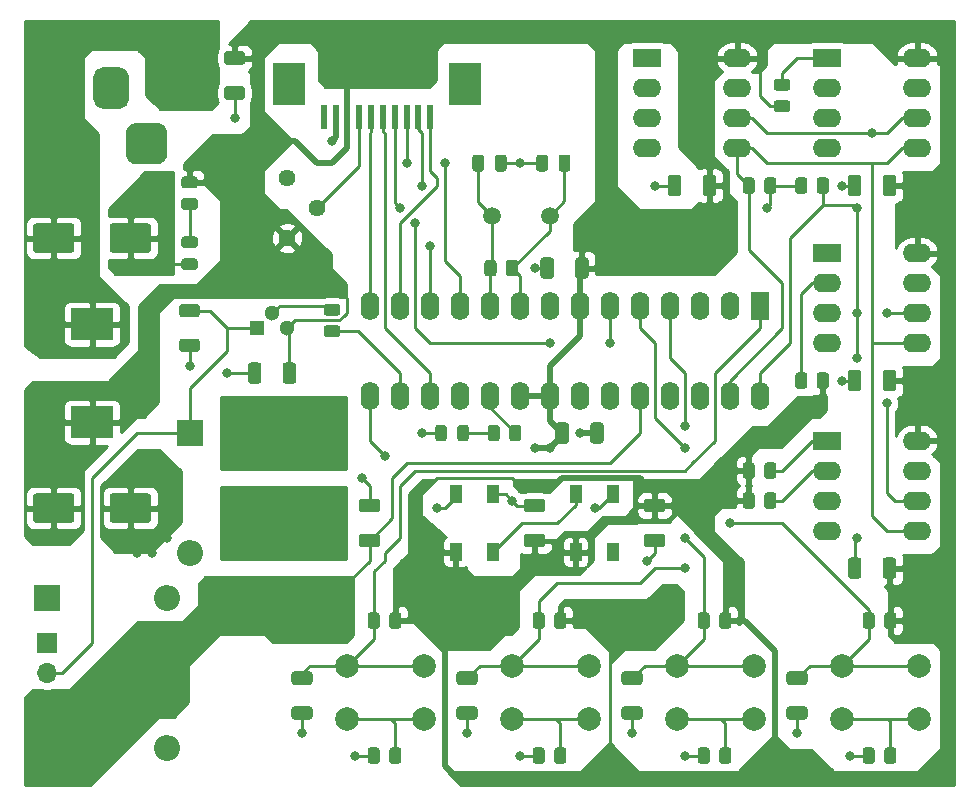
<source format=gbr>
%TF.GenerationSoftware,KiCad,Pcbnew,(5.1.10)-1*%
%TF.CreationDate,2021-08-11T22:10:23+03:00*%
%TF.ProjectId,ambient,616d6269-656e-4742-9e6b-696361645f70,rev?*%
%TF.SameCoordinates,Original*%
%TF.FileFunction,Copper,L1,Top*%
%TF.FilePolarity,Positive*%
%FSLAX46Y46*%
G04 Gerber Fmt 4.6, Leading zero omitted, Abs format (unit mm)*
G04 Created by KiCad (PCBNEW (5.1.10)-1) date 2021-08-11 22:10:23*
%MOMM*%
%LPD*%
G01*
G04 APERTURE LIST*
%TA.AperFunction,ComponentPad*%
%ADD10R,3.500000X3.500000*%
%TD*%
%TA.AperFunction,ComponentPad*%
%ADD11R,1.600000X2.400000*%
%TD*%
%TA.AperFunction,ComponentPad*%
%ADD12O,1.600000X2.400000*%
%TD*%
%TA.AperFunction,SMDPad,CuDef*%
%ADD13R,3.600000X2.700000*%
%TD*%
%TA.AperFunction,SMDPad,CuDef*%
%ADD14R,0.610000X2.000000*%
%TD*%
%TA.AperFunction,SMDPad,CuDef*%
%ADD15R,2.680000X3.600000*%
%TD*%
%TA.AperFunction,ComponentPad*%
%ADD16C,1.440000*%
%TD*%
%TA.AperFunction,ComponentPad*%
%ADD17O,2.400000X1.600000*%
%TD*%
%TA.AperFunction,ComponentPad*%
%ADD18R,2.400000X1.600000*%
%TD*%
%TA.AperFunction,ComponentPad*%
%ADD19C,2.000000*%
%TD*%
%TA.AperFunction,ComponentPad*%
%ADD20R,2.200000X2.200000*%
%TD*%
%TA.AperFunction,ComponentPad*%
%ADD21O,2.200000X2.200000*%
%TD*%
%TA.AperFunction,ComponentPad*%
%ADD22R,1.700000X1.700000*%
%TD*%
%TA.AperFunction,ComponentPad*%
%ADD23O,1.700000X1.700000*%
%TD*%
%TA.AperFunction,ComponentPad*%
%ADD24C,1.300000*%
%TD*%
%TA.AperFunction,ComponentPad*%
%ADD25R,1.300000X1.300000*%
%TD*%
%TA.AperFunction,ComponentPad*%
%ADD26C,1.500000*%
%TD*%
%TA.AperFunction,SMDPad,CuDef*%
%ADD27R,1.000000X1.500000*%
%TD*%
%TA.AperFunction,ViaPad*%
%ADD28C,0.800000*%
%TD*%
%TA.AperFunction,Conductor*%
%ADD29C,0.250000*%
%TD*%
%TA.AperFunction,Conductor*%
%ADD30C,0.500000*%
%TD*%
%TA.AperFunction,Conductor*%
%ADD31C,2.000000*%
%TD*%
%TA.AperFunction,Conductor*%
%ADD32C,0.254000*%
%TD*%
%TA.AperFunction,Conductor*%
%ADD33C,0.100000*%
%TD*%
G04 APERTURE END LIST*
%TO.P,C1,1*%
%TO.N,VCC*%
%TA.AperFunction,SMDPad,CuDef*%
G36*
G01*
X59545000Y-50180001D02*
X59545000Y-48879999D01*
G75*
G02*
X59794999Y-48630000I249999J0D01*
G01*
X60445001Y-48630000D01*
G75*
G02*
X60695000Y-48879999I0J-249999D01*
G01*
X60695000Y-50180001D01*
G75*
G02*
X60445001Y-50430000I-249999J0D01*
G01*
X59794999Y-50430000D01*
G75*
G02*
X59545000Y-50180001I0J249999D01*
G01*
G37*
%TD.AperFunction*%
%TO.P,C1,2*%
%TO.N,GND*%
%TA.AperFunction,SMDPad,CuDef*%
G36*
G01*
X62495000Y-50180001D02*
X62495000Y-48879999D01*
G75*
G02*
X62744999Y-48630000I249999J0D01*
G01*
X63395001Y-48630000D01*
G75*
G02*
X63645000Y-48879999I0J-249999D01*
G01*
X63645000Y-50180001D01*
G75*
G02*
X63395001Y-50430000I-249999J0D01*
G01*
X62744999Y-50430000D01*
G75*
G02*
X62495000Y-50180001I0J249999D01*
G01*
G37*
%TD.AperFunction*%
%TD*%
%TO.P,C2,2*%
%TO.N,GND*%
%TA.AperFunction,SMDPad,CuDef*%
G36*
G01*
X59425000Y-34909999D02*
X59425000Y-36210001D01*
G75*
G02*
X59175001Y-36460000I-249999J0D01*
G01*
X58524999Y-36460000D01*
G75*
G02*
X58275000Y-36210001I0J249999D01*
G01*
X58275000Y-34909999D01*
G75*
G02*
X58524999Y-34660000I249999J0D01*
G01*
X59175001Y-34660000D01*
G75*
G02*
X59425000Y-34909999I0J-249999D01*
G01*
G37*
%TD.AperFunction*%
%TO.P,C2,1*%
%TO.N,VCC*%
%TA.AperFunction,SMDPad,CuDef*%
G36*
G01*
X62375000Y-34909999D02*
X62375000Y-36210001D01*
G75*
G02*
X62125001Y-36460000I-249999J0D01*
G01*
X61474999Y-36460000D01*
G75*
G02*
X61225000Y-36210001I0J249999D01*
G01*
X61225000Y-34909999D01*
G75*
G02*
X61474999Y-34660000I249999J0D01*
G01*
X62125001Y-34660000D01*
G75*
G02*
X62375000Y-34909999I0J-249999D01*
G01*
G37*
%TD.AperFunction*%
%TD*%
D10*
%TO.P,J1,1*%
%TO.N,+5V*%
X27940000Y-20320000D03*
%TO.P,J1,2*%
%TO.N,GND*%
%TA.AperFunction,ComponentPad*%
G36*
G01*
X20440000Y-21320000D02*
X20440000Y-19320000D01*
G75*
G02*
X21190000Y-18570000I750000J0D01*
G01*
X22690000Y-18570000D01*
G75*
G02*
X23440000Y-19320000I0J-750000D01*
G01*
X23440000Y-21320000D01*
G75*
G02*
X22690000Y-22070000I-750000J0D01*
G01*
X21190000Y-22070000D01*
G75*
G02*
X20440000Y-21320000I0J750000D01*
G01*
G37*
%TD.AperFunction*%
%TO.P,J1,3*%
%TO.N,N/C*%
%TA.AperFunction,ComponentPad*%
G36*
G01*
X23190000Y-25895000D02*
X23190000Y-24145000D01*
G75*
G02*
X24065000Y-23270000I875000J0D01*
G01*
X25815000Y-23270000D01*
G75*
G02*
X26690000Y-24145000I0J-875000D01*
G01*
X26690000Y-25895000D01*
G75*
G02*
X25815000Y-26770000I-875000J0D01*
G01*
X24065000Y-26770000D01*
G75*
G02*
X23190000Y-25895000I0J875000D01*
G01*
G37*
%TD.AperFunction*%
%TD*%
D11*
%TO.P,U1,1*%
%TO.N,RESET*%
X76835000Y-38735000D03*
D12*
%TO.P,U1,15*%
%TO.N,PREVIEW_ARRAY*%
X43815000Y-46355000D03*
%TO.P,U1,2*%
%TO.N,Net-(U1-Pad2)*%
X74295000Y-38735000D03*
%TO.P,U1,16*%
%TO.N,MAIN_ARRAY*%
X46355000Y-46355000D03*
%TO.P,U1,3*%
%TO.N,Net-(U1-Pad3)*%
X71755000Y-38735000D03*
%TO.P,U1,17*%
%TO.N,LCD_EN*%
X48895000Y-46355000D03*
%TO.P,U1,4*%
%TO.N,SELECT*%
X69215000Y-38735000D03*
%TO.P,U1,18*%
%TO.N,Net-(U1-Pad18)*%
X51435000Y-46355000D03*
%TO.P,U1,5*%
%TO.N,NEXT*%
X66675000Y-38735000D03*
%TO.P,U1,19*%
%TO.N,LED*%
X53975000Y-46355000D03*
%TO.P,U1,6*%
%TO.N,LCD_DB4*%
X64135000Y-38735000D03*
%TO.P,U1,20*%
%TO.N,VCC*%
X56515000Y-46355000D03*
%TO.P,U1,7*%
X61595000Y-38735000D03*
%TO.P,U1,21*%
X59055000Y-46355000D03*
%TO.P,U1,8*%
%TO.N,GND*%
X59055000Y-38735000D03*
%TO.P,U1,22*%
X61595000Y-46355000D03*
%TO.P,U1,9*%
%TO.N,XTAL1*%
X56515000Y-38735000D03*
%TO.P,U1,23*%
%TO.N,MODIFY*%
X64135000Y-46355000D03*
%TO.P,U1,10*%
%TO.N,XTAL2*%
X53975000Y-38735000D03*
%TO.P,U1,24*%
%TO.N,AMP_IN*%
X66675000Y-46355000D03*
%TO.P,U1,11*%
%TO.N,LCD_DB5*%
X51435000Y-38735000D03*
%TO.P,U1,25*%
%TO.N,Net-(U1-Pad25)*%
X69215000Y-46355000D03*
%TO.P,U1,12*%
%TO.N,LCD_DB6*%
X48895000Y-38735000D03*
%TO.P,U1,26*%
%TO.N,Net-(U1-Pad26)*%
X71755000Y-46355000D03*
%TO.P,U1,13*%
%TO.N,LCD_DB7*%
X46355000Y-38735000D03*
%TO.P,U1,27*%
%TO.N,SDA*%
X74295000Y-46355000D03*
%TO.P,U1,14*%
%TO.N,LCD_RS*%
X43815000Y-38735000D03*
%TO.P,U1,28*%
%TO.N,SCL*%
X76835000Y-46355000D03*
%TD*%
%TO.P,C3,1*%
%TO.N,XTAL1*%
%TA.AperFunction,SMDPad,CuDef*%
G36*
G01*
X60820000Y-26195000D02*
X60820000Y-27145000D01*
G75*
G02*
X60570000Y-27395000I-250000J0D01*
G01*
X60070000Y-27395000D01*
G75*
G02*
X59820000Y-27145000I0J250000D01*
G01*
X59820000Y-26195000D01*
G75*
G02*
X60070000Y-25945000I250000J0D01*
G01*
X60570000Y-25945000D01*
G75*
G02*
X60820000Y-26195000I0J-250000D01*
G01*
G37*
%TD.AperFunction*%
%TO.P,C3,2*%
%TO.N,GND*%
%TA.AperFunction,SMDPad,CuDef*%
G36*
G01*
X58920000Y-26195000D02*
X58920000Y-27145000D01*
G75*
G02*
X58670000Y-27395000I-250000J0D01*
G01*
X58170000Y-27395000D01*
G75*
G02*
X57920000Y-27145000I0J250000D01*
G01*
X57920000Y-26195000D01*
G75*
G02*
X58170000Y-25945000I250000J0D01*
G01*
X58670000Y-25945000D01*
G75*
G02*
X58920000Y-26195000I0J-250000D01*
G01*
G37*
%TD.AperFunction*%
%TD*%
%TO.P,C4,2*%
%TO.N,GND*%
%TA.AperFunction,SMDPad,CuDef*%
G36*
G01*
X54425000Y-27145000D02*
X54425000Y-26195000D01*
G75*
G02*
X54675000Y-25945000I250000J0D01*
G01*
X55175000Y-25945000D01*
G75*
G02*
X55425000Y-26195000I0J-250000D01*
G01*
X55425000Y-27145000D01*
G75*
G02*
X55175000Y-27395000I-250000J0D01*
G01*
X54675000Y-27395000D01*
G75*
G02*
X54425000Y-27145000I0J250000D01*
G01*
G37*
%TD.AperFunction*%
%TO.P,C4,1*%
%TO.N,XTAL2*%
%TA.AperFunction,SMDPad,CuDef*%
G36*
G01*
X52525000Y-27145000D02*
X52525000Y-26195000D01*
G75*
G02*
X52775000Y-25945000I250000J0D01*
G01*
X53275000Y-25945000D01*
G75*
G02*
X53525000Y-26195000I0J-250000D01*
G01*
X53525000Y-27145000D01*
G75*
G02*
X53275000Y-27395000I-250000J0D01*
G01*
X52775000Y-27395000D01*
G75*
G02*
X52525000Y-27145000I0J250000D01*
G01*
G37*
%TD.AperFunction*%
%TD*%
%TO.P,R1,1*%
%TO.N,XTAL2*%
%TA.AperFunction,SMDPad,CuDef*%
G36*
G01*
X53542500Y-36010002D02*
X53542500Y-35109998D01*
G75*
G02*
X53792498Y-34860000I249998J0D01*
G01*
X54317502Y-34860000D01*
G75*
G02*
X54567500Y-35109998I0J-249998D01*
G01*
X54567500Y-36010002D01*
G75*
G02*
X54317502Y-36260000I-249998J0D01*
G01*
X53792498Y-36260000D01*
G75*
G02*
X53542500Y-36010002I0J249998D01*
G01*
G37*
%TD.AperFunction*%
%TO.P,R1,2*%
%TO.N,XTAL1*%
%TA.AperFunction,SMDPad,CuDef*%
G36*
G01*
X55367500Y-36010002D02*
X55367500Y-35109998D01*
G75*
G02*
X55617498Y-34860000I249998J0D01*
G01*
X56142502Y-34860000D01*
G75*
G02*
X56392500Y-35109998I0J-249998D01*
G01*
X56392500Y-36010002D01*
G75*
G02*
X56142502Y-36260000I-249998J0D01*
G01*
X55617498Y-36260000D01*
G75*
G02*
X55367500Y-36010002I0J249998D01*
G01*
G37*
%TD.AperFunction*%
%TD*%
%TO.P,C5,1*%
%TO.N,+5V*%
%TA.AperFunction,SMDPad,CuDef*%
G36*
G01*
X15320000Y-34020000D02*
X15320000Y-32020000D01*
G75*
G02*
X15570000Y-31770000I250000J0D01*
G01*
X18570000Y-31770000D01*
G75*
G02*
X18820000Y-32020000I0J-250000D01*
G01*
X18820000Y-34020000D01*
G75*
G02*
X18570000Y-34270000I-250000J0D01*
G01*
X15570000Y-34270000D01*
G75*
G02*
X15320000Y-34020000I0J250000D01*
G01*
G37*
%TD.AperFunction*%
%TO.P,C5,2*%
%TO.N,GND*%
%TA.AperFunction,SMDPad,CuDef*%
G36*
G01*
X21820000Y-34020000D02*
X21820000Y-32020000D01*
G75*
G02*
X22070000Y-31770000I250000J0D01*
G01*
X25070000Y-31770000D01*
G75*
G02*
X25320000Y-32020000I0J-250000D01*
G01*
X25320000Y-34020000D01*
G75*
G02*
X25070000Y-34270000I-250000J0D01*
G01*
X22070000Y-34270000D01*
G75*
G02*
X21820000Y-34020000I0J250000D01*
G01*
G37*
%TD.AperFunction*%
%TD*%
%TO.P,C6,2*%
%TO.N,GND*%
%TA.AperFunction,SMDPad,CuDef*%
G36*
G01*
X21820000Y-56880000D02*
X21820000Y-54880000D01*
G75*
G02*
X22070000Y-54630000I250000J0D01*
G01*
X25070000Y-54630000D01*
G75*
G02*
X25320000Y-54880000I0J-250000D01*
G01*
X25320000Y-56880000D01*
G75*
G02*
X25070000Y-57130000I-250000J0D01*
G01*
X22070000Y-57130000D01*
G75*
G02*
X21820000Y-56880000I0J250000D01*
G01*
G37*
%TD.AperFunction*%
%TO.P,C6,1*%
%TO.N,VCC*%
%TA.AperFunction,SMDPad,CuDef*%
G36*
G01*
X15320000Y-56880000D02*
X15320000Y-54880000D01*
G75*
G02*
X15570000Y-54630000I250000J0D01*
G01*
X18570000Y-54630000D01*
G75*
G02*
X18820000Y-54880000I0J-250000D01*
G01*
X18820000Y-56880000D01*
G75*
G02*
X18570000Y-57130000I-250000J0D01*
G01*
X15570000Y-57130000D01*
G75*
G02*
X15320000Y-56880000I0J250000D01*
G01*
G37*
%TD.AperFunction*%
%TD*%
%TO.P,C7,1*%
%TO.N,RESET*%
%TA.AperFunction,SMDPad,CuDef*%
G36*
G01*
X37449999Y-69705000D02*
X38750001Y-69705000D01*
G75*
G02*
X39000000Y-69954999I0J-249999D01*
G01*
X39000000Y-70605001D01*
G75*
G02*
X38750001Y-70855000I-249999J0D01*
G01*
X37449999Y-70855000D01*
G75*
G02*
X37200000Y-70605001I0J249999D01*
G01*
X37200000Y-69954999D01*
G75*
G02*
X37449999Y-69705000I249999J0D01*
G01*
G37*
%TD.AperFunction*%
%TO.P,C7,2*%
%TO.N,GND*%
%TA.AperFunction,SMDPad,CuDef*%
G36*
G01*
X37449999Y-72655000D02*
X38750001Y-72655000D01*
G75*
G02*
X39000000Y-72904999I0J-249999D01*
G01*
X39000000Y-73555001D01*
G75*
G02*
X38750001Y-73805000I-249999J0D01*
G01*
X37449999Y-73805000D01*
G75*
G02*
X37200000Y-73555001I0J249999D01*
G01*
X37200000Y-72904999D01*
G75*
G02*
X37449999Y-72655000I249999J0D01*
G01*
G37*
%TD.AperFunction*%
%TD*%
D13*
%TO.P,L1,1*%
%TO.N,+5V*%
X20320000Y-40300000D03*
%TO.P,L1,2*%
%TO.N,VCC*%
X20320000Y-48600000D03*
%TD*%
%TO.P,R2,2*%
%TO.N,VCC*%
%TA.AperFunction,SMDPad,CuDef*%
G36*
G01*
X45485000Y-65855002D02*
X45485000Y-64954998D01*
G75*
G02*
X45734998Y-64705000I249998J0D01*
G01*
X46260002Y-64705000D01*
G75*
G02*
X46510000Y-64954998I0J-249998D01*
G01*
X46510000Y-65855002D01*
G75*
G02*
X46260002Y-66105000I-249998J0D01*
G01*
X45734998Y-66105000D01*
G75*
G02*
X45485000Y-65855002I0J249998D01*
G01*
G37*
%TD.AperFunction*%
%TO.P,R2,1*%
%TO.N,RESET*%
%TA.AperFunction,SMDPad,CuDef*%
G36*
G01*
X43660000Y-65855002D02*
X43660000Y-64954998D01*
G75*
G02*
X43909998Y-64705000I249998J0D01*
G01*
X44435002Y-64705000D01*
G75*
G02*
X44685000Y-64954998I0J-249998D01*
G01*
X44685000Y-65855002D01*
G75*
G02*
X44435002Y-66105000I-249998J0D01*
G01*
X43909998Y-66105000D01*
G75*
G02*
X43660000Y-65855002I0J249998D01*
G01*
G37*
%TD.AperFunction*%
%TD*%
%TO.P,R3,1*%
%TO.N,GND*%
%TA.AperFunction,SMDPad,CuDef*%
G36*
G01*
X43660000Y-77285002D02*
X43660000Y-76384998D01*
G75*
G02*
X43909998Y-76135000I249998J0D01*
G01*
X44435002Y-76135000D01*
G75*
G02*
X44685000Y-76384998I0J-249998D01*
G01*
X44685000Y-77285002D01*
G75*
G02*
X44435002Y-77535000I-249998J0D01*
G01*
X43909998Y-77535000D01*
G75*
G02*
X43660000Y-77285002I0J249998D01*
G01*
G37*
%TD.AperFunction*%
%TO.P,R3,2*%
%TO.N,Net-(R3-Pad2)*%
%TA.AperFunction,SMDPad,CuDef*%
G36*
G01*
X45485000Y-77285002D02*
X45485000Y-76384998D01*
G75*
G02*
X45734998Y-76135000I249998J0D01*
G01*
X46260002Y-76135000D01*
G75*
G02*
X46510000Y-76384998I0J-249998D01*
G01*
X46510000Y-77285002D01*
G75*
G02*
X46260002Y-77535000I-249998J0D01*
G01*
X45734998Y-77535000D01*
G75*
G02*
X45485000Y-77285002I0J249998D01*
G01*
G37*
%TD.AperFunction*%
%TD*%
%TO.P,C8,1*%
%TO.N,NEXT*%
%TA.AperFunction,SMDPad,CuDef*%
G36*
G01*
X79359999Y-69705000D02*
X80660001Y-69705000D01*
G75*
G02*
X80910000Y-69954999I0J-249999D01*
G01*
X80910000Y-70605001D01*
G75*
G02*
X80660001Y-70855000I-249999J0D01*
G01*
X79359999Y-70855000D01*
G75*
G02*
X79110000Y-70605001I0J249999D01*
G01*
X79110000Y-69954999D01*
G75*
G02*
X79359999Y-69705000I249999J0D01*
G01*
G37*
%TD.AperFunction*%
%TO.P,C8,2*%
%TO.N,GND*%
%TA.AperFunction,SMDPad,CuDef*%
G36*
G01*
X79359999Y-72655000D02*
X80660001Y-72655000D01*
G75*
G02*
X80910000Y-72904999I0J-249999D01*
G01*
X80910000Y-73555001D01*
G75*
G02*
X80660001Y-73805000I-249999J0D01*
G01*
X79359999Y-73805000D01*
G75*
G02*
X79110000Y-73555001I0J249999D01*
G01*
X79110000Y-72904999D01*
G75*
G02*
X79359999Y-72655000I249999J0D01*
G01*
G37*
%TD.AperFunction*%
%TD*%
%TO.P,C9,2*%
%TO.N,GND*%
%TA.AperFunction,SMDPad,CuDef*%
G36*
G01*
X51419999Y-72655000D02*
X52720001Y-72655000D01*
G75*
G02*
X52970000Y-72904999I0J-249999D01*
G01*
X52970000Y-73555001D01*
G75*
G02*
X52720001Y-73805000I-249999J0D01*
G01*
X51419999Y-73805000D01*
G75*
G02*
X51170000Y-73555001I0J249999D01*
G01*
X51170000Y-72904999D01*
G75*
G02*
X51419999Y-72655000I249999J0D01*
G01*
G37*
%TD.AperFunction*%
%TO.P,C9,1*%
%TO.N,SELECT*%
%TA.AperFunction,SMDPad,CuDef*%
G36*
G01*
X51419999Y-69705000D02*
X52720001Y-69705000D01*
G75*
G02*
X52970000Y-69954999I0J-249999D01*
G01*
X52970000Y-70605001D01*
G75*
G02*
X52720001Y-70855000I-249999J0D01*
G01*
X51419999Y-70855000D01*
G75*
G02*
X51170000Y-70605001I0J249999D01*
G01*
X51170000Y-69954999D01*
G75*
G02*
X51419999Y-69705000I249999J0D01*
G01*
G37*
%TD.AperFunction*%
%TD*%
%TO.P,C10,2*%
%TO.N,GND*%
%TA.AperFunction,SMDPad,CuDef*%
G36*
G01*
X65389999Y-72655000D02*
X66690001Y-72655000D01*
G75*
G02*
X66940000Y-72904999I0J-249999D01*
G01*
X66940000Y-73555001D01*
G75*
G02*
X66690001Y-73805000I-249999J0D01*
G01*
X65389999Y-73805000D01*
G75*
G02*
X65140000Y-73555001I0J249999D01*
G01*
X65140000Y-72904999D01*
G75*
G02*
X65389999Y-72655000I249999J0D01*
G01*
G37*
%TD.AperFunction*%
%TO.P,C10,1*%
%TO.N,MODIFY*%
%TA.AperFunction,SMDPad,CuDef*%
G36*
G01*
X65389999Y-69705000D02*
X66690001Y-69705000D01*
G75*
G02*
X66940000Y-69954999I0J-249999D01*
G01*
X66940000Y-70605001D01*
G75*
G02*
X66690001Y-70855000I-249999J0D01*
G01*
X65389999Y-70855000D01*
G75*
G02*
X65140000Y-70605001I0J249999D01*
G01*
X65140000Y-69954999D01*
G75*
G02*
X65389999Y-69705000I249999J0D01*
G01*
G37*
%TD.AperFunction*%
%TD*%
%TO.P,C11,1*%
%TO.N,VCC*%
%TA.AperFunction,SMDPad,CuDef*%
G36*
G01*
X31734999Y-17205000D02*
X33035001Y-17205000D01*
G75*
G02*
X33285000Y-17454999I0J-249999D01*
G01*
X33285000Y-18105001D01*
G75*
G02*
X33035001Y-18355000I-249999J0D01*
G01*
X31734999Y-18355000D01*
G75*
G02*
X31485000Y-18105001I0J249999D01*
G01*
X31485000Y-17454999D01*
G75*
G02*
X31734999Y-17205000I249999J0D01*
G01*
G37*
%TD.AperFunction*%
%TO.P,C11,2*%
%TO.N,GND*%
%TA.AperFunction,SMDPad,CuDef*%
G36*
G01*
X31734999Y-20155000D02*
X33035001Y-20155000D01*
G75*
G02*
X33285000Y-20404999I0J-249999D01*
G01*
X33285000Y-21055001D01*
G75*
G02*
X33035001Y-21305000I-249999J0D01*
G01*
X31734999Y-21305000D01*
G75*
G02*
X31485000Y-21055001I0J249999D01*
G01*
X31485000Y-20404999D01*
G75*
G02*
X31734999Y-20155000I249999J0D01*
G01*
G37*
%TD.AperFunction*%
%TD*%
%TO.P,D1,2*%
%TO.N,Net-(D1-Pad2)*%
%TA.AperFunction,SMDPad,CuDef*%
G36*
G01*
X29031250Y-33840000D02*
X28118750Y-33840000D01*
G75*
G02*
X27875000Y-33596250I0J243750D01*
G01*
X27875000Y-33108750D01*
G75*
G02*
X28118750Y-32865000I243750J0D01*
G01*
X29031250Y-32865000D01*
G75*
G02*
X29275000Y-33108750I0J-243750D01*
G01*
X29275000Y-33596250D01*
G75*
G02*
X29031250Y-33840000I-243750J0D01*
G01*
G37*
%TD.AperFunction*%
%TO.P,D1,1*%
%TO.N,GND*%
%TA.AperFunction,SMDPad,CuDef*%
G36*
G01*
X29031250Y-35715000D02*
X28118750Y-35715000D01*
G75*
G02*
X27875000Y-35471250I0J243750D01*
G01*
X27875000Y-34983750D01*
G75*
G02*
X28118750Y-34740000I243750J0D01*
G01*
X29031250Y-34740000D01*
G75*
G02*
X29275000Y-34983750I0J-243750D01*
G01*
X29275000Y-35471250D01*
G75*
G02*
X29031250Y-35715000I-243750J0D01*
G01*
G37*
%TD.AperFunction*%
%TD*%
%TO.P,D2,1*%
%TO.N,GND*%
%TA.AperFunction,SMDPad,CuDef*%
G36*
G01*
X49375000Y-49986250D02*
X49375000Y-49073750D01*
G75*
G02*
X49618750Y-48830000I243750J0D01*
G01*
X50106250Y-48830000D01*
G75*
G02*
X50350000Y-49073750I0J-243750D01*
G01*
X50350000Y-49986250D01*
G75*
G02*
X50106250Y-50230000I-243750J0D01*
G01*
X49618750Y-50230000D01*
G75*
G02*
X49375000Y-49986250I0J243750D01*
G01*
G37*
%TD.AperFunction*%
%TO.P,D2,2*%
%TO.N,Net-(D2-Pad2)*%
%TA.AperFunction,SMDPad,CuDef*%
G36*
G01*
X51250000Y-49986250D02*
X51250000Y-49073750D01*
G75*
G02*
X51493750Y-48830000I243750J0D01*
G01*
X51981250Y-48830000D01*
G75*
G02*
X52225000Y-49073750I0J-243750D01*
G01*
X52225000Y-49986250D01*
G75*
G02*
X51981250Y-50230000I-243750J0D01*
G01*
X51493750Y-50230000D01*
G75*
G02*
X51250000Y-49986250I0J243750D01*
G01*
G37*
%TD.AperFunction*%
%TD*%
D14*
%TO.P,J2,1*%
%TO.N,LCD_DB7*%
X48950000Y-22755000D03*
%TO.P,J2,2*%
%TO.N,LCD_DB6*%
X47950000Y-22755000D03*
%TO.P,J2,3*%
%TO.N,LCD_DB5*%
X46950000Y-22755000D03*
%TO.P,J2,4*%
%TO.N,LCD_DB4*%
X45950000Y-22755000D03*
%TO.P,J2,5*%
%TO.N,LCD_EN*%
X44950000Y-22755000D03*
%TO.P,J2,6*%
%TO.N,LCD_RS*%
X43950000Y-22755000D03*
%TO.P,J2,7*%
%TO.N,Net-(J2-Pad7)*%
X42950000Y-22755000D03*
%TO.P,J2,8*%
%TO.N,VCC*%
X41950000Y-22755000D03*
%TO.P,J2,9*%
%TO.N,GND*%
X40950000Y-22755000D03*
%TO.P,J2,10*%
%TO.N,Net-(J2-Pad10)*%
X39950000Y-22755000D03*
D15*
%TO.P,J2,MP*%
%TO.N,N/C*%
X51940000Y-19955000D03*
X36960000Y-19955000D03*
%TD*%
%TO.P,R4,1*%
%TO.N,NEXT*%
%TA.AperFunction,SMDPad,CuDef*%
G36*
G01*
X85570000Y-65855002D02*
X85570000Y-64954998D01*
G75*
G02*
X85819998Y-64705000I249998J0D01*
G01*
X86345002Y-64705000D01*
G75*
G02*
X86595000Y-64954998I0J-249998D01*
G01*
X86595000Y-65855002D01*
G75*
G02*
X86345002Y-66105000I-249998J0D01*
G01*
X85819998Y-66105000D01*
G75*
G02*
X85570000Y-65855002I0J249998D01*
G01*
G37*
%TD.AperFunction*%
%TO.P,R4,2*%
%TO.N,VCC*%
%TA.AperFunction,SMDPad,CuDef*%
G36*
G01*
X87395000Y-65855002D02*
X87395000Y-64954998D01*
G75*
G02*
X87644998Y-64705000I249998J0D01*
G01*
X88170002Y-64705000D01*
G75*
G02*
X88420000Y-64954998I0J-249998D01*
G01*
X88420000Y-65855002D01*
G75*
G02*
X88170002Y-66105000I-249998J0D01*
G01*
X87644998Y-66105000D01*
G75*
G02*
X87395000Y-65855002I0J249998D01*
G01*
G37*
%TD.AperFunction*%
%TD*%
%TO.P,R5,2*%
%TO.N,Net-(R5-Pad2)*%
%TA.AperFunction,SMDPad,CuDef*%
G36*
G01*
X87395000Y-77285002D02*
X87395000Y-76384998D01*
G75*
G02*
X87644998Y-76135000I249998J0D01*
G01*
X88170002Y-76135000D01*
G75*
G02*
X88420000Y-76384998I0J-249998D01*
G01*
X88420000Y-77285002D01*
G75*
G02*
X88170002Y-77535000I-249998J0D01*
G01*
X87644998Y-77535000D01*
G75*
G02*
X87395000Y-77285002I0J249998D01*
G01*
G37*
%TD.AperFunction*%
%TO.P,R5,1*%
%TO.N,GND*%
%TA.AperFunction,SMDPad,CuDef*%
G36*
G01*
X85570000Y-77285002D02*
X85570000Y-76384998D01*
G75*
G02*
X85819998Y-76135000I249998J0D01*
G01*
X86345002Y-76135000D01*
G75*
G02*
X86595000Y-76384998I0J-249998D01*
G01*
X86595000Y-77285002D01*
G75*
G02*
X86345002Y-77535000I-249998J0D01*
G01*
X85819998Y-77535000D01*
G75*
G02*
X85570000Y-77285002I0J249998D01*
G01*
G37*
%TD.AperFunction*%
%TD*%
%TO.P,R6,2*%
%TO.N,VCC*%
%TA.AperFunction,SMDPad,CuDef*%
G36*
G01*
X59455000Y-65855002D02*
X59455000Y-64954998D01*
G75*
G02*
X59704998Y-64705000I249998J0D01*
G01*
X60230002Y-64705000D01*
G75*
G02*
X60480000Y-64954998I0J-249998D01*
G01*
X60480000Y-65855002D01*
G75*
G02*
X60230002Y-66105000I-249998J0D01*
G01*
X59704998Y-66105000D01*
G75*
G02*
X59455000Y-65855002I0J249998D01*
G01*
G37*
%TD.AperFunction*%
%TO.P,R6,1*%
%TO.N,SELECT*%
%TA.AperFunction,SMDPad,CuDef*%
G36*
G01*
X57630000Y-65855002D02*
X57630000Y-64954998D01*
G75*
G02*
X57879998Y-64705000I249998J0D01*
G01*
X58405002Y-64705000D01*
G75*
G02*
X58655000Y-64954998I0J-249998D01*
G01*
X58655000Y-65855002D01*
G75*
G02*
X58405002Y-66105000I-249998J0D01*
G01*
X57879998Y-66105000D01*
G75*
G02*
X57630000Y-65855002I0J249998D01*
G01*
G37*
%TD.AperFunction*%
%TD*%
%TO.P,R7,1*%
%TO.N,GND*%
%TA.AperFunction,SMDPad,CuDef*%
G36*
G01*
X57630000Y-77285002D02*
X57630000Y-76384998D01*
G75*
G02*
X57879998Y-76135000I249998J0D01*
G01*
X58405002Y-76135000D01*
G75*
G02*
X58655000Y-76384998I0J-249998D01*
G01*
X58655000Y-77285002D01*
G75*
G02*
X58405002Y-77535000I-249998J0D01*
G01*
X57879998Y-77535000D01*
G75*
G02*
X57630000Y-77285002I0J249998D01*
G01*
G37*
%TD.AperFunction*%
%TO.P,R7,2*%
%TO.N,Net-(R7-Pad2)*%
%TA.AperFunction,SMDPad,CuDef*%
G36*
G01*
X59455000Y-77285002D02*
X59455000Y-76384998D01*
G75*
G02*
X59704998Y-76135000I249998J0D01*
G01*
X60230002Y-76135000D01*
G75*
G02*
X60480000Y-76384998I0J-249998D01*
G01*
X60480000Y-77285002D01*
G75*
G02*
X60230002Y-77535000I-249998J0D01*
G01*
X59704998Y-77535000D01*
G75*
G02*
X59455000Y-77285002I0J249998D01*
G01*
G37*
%TD.AperFunction*%
%TD*%
%TO.P,R8,2*%
%TO.N,VCC*%
%TA.AperFunction,SMDPad,CuDef*%
G36*
G01*
X73425000Y-65855002D02*
X73425000Y-64954998D01*
G75*
G02*
X73674998Y-64705000I249998J0D01*
G01*
X74200002Y-64705000D01*
G75*
G02*
X74450000Y-64954998I0J-249998D01*
G01*
X74450000Y-65855002D01*
G75*
G02*
X74200002Y-66105000I-249998J0D01*
G01*
X73674998Y-66105000D01*
G75*
G02*
X73425000Y-65855002I0J249998D01*
G01*
G37*
%TD.AperFunction*%
%TO.P,R8,1*%
%TO.N,MODIFY*%
%TA.AperFunction,SMDPad,CuDef*%
G36*
G01*
X71600000Y-65855002D02*
X71600000Y-64954998D01*
G75*
G02*
X71849998Y-64705000I249998J0D01*
G01*
X72375002Y-64705000D01*
G75*
G02*
X72625000Y-64954998I0J-249998D01*
G01*
X72625000Y-65855002D01*
G75*
G02*
X72375002Y-66105000I-249998J0D01*
G01*
X71849998Y-66105000D01*
G75*
G02*
X71600000Y-65855002I0J249998D01*
G01*
G37*
%TD.AperFunction*%
%TD*%
%TO.P,R9,1*%
%TO.N,GND*%
%TA.AperFunction,SMDPad,CuDef*%
G36*
G01*
X71600000Y-77285002D02*
X71600000Y-76384998D01*
G75*
G02*
X71849998Y-76135000I249998J0D01*
G01*
X72375002Y-76135000D01*
G75*
G02*
X72625000Y-76384998I0J-249998D01*
G01*
X72625000Y-77285002D01*
G75*
G02*
X72375002Y-77535000I-249998J0D01*
G01*
X71849998Y-77535000D01*
G75*
G02*
X71600000Y-77285002I0J249998D01*
G01*
G37*
%TD.AperFunction*%
%TO.P,R9,2*%
%TO.N,Net-(R9-Pad2)*%
%TA.AperFunction,SMDPad,CuDef*%
G36*
G01*
X73425000Y-77285002D02*
X73425000Y-76384998D01*
G75*
G02*
X73674998Y-76135000I249998J0D01*
G01*
X74200002Y-76135000D01*
G75*
G02*
X74450000Y-76384998I0J-249998D01*
G01*
X74450000Y-77285002D01*
G75*
G02*
X74200002Y-77535000I-249998J0D01*
G01*
X73674998Y-77535000D01*
G75*
G02*
X73425000Y-77285002I0J249998D01*
G01*
G37*
%TD.AperFunction*%
%TD*%
%TO.P,R10,1*%
%TO.N,Net-(D1-Pad2)*%
%TA.AperFunction,SMDPad,CuDef*%
G36*
G01*
X29025002Y-30635000D02*
X28124998Y-30635000D01*
G75*
G02*
X27875000Y-30385002I0J249998D01*
G01*
X27875000Y-29859998D01*
G75*
G02*
X28124998Y-29610000I249998J0D01*
G01*
X29025002Y-29610000D01*
G75*
G02*
X29275000Y-29859998I0J-249998D01*
G01*
X29275000Y-30385002D01*
G75*
G02*
X29025002Y-30635000I-249998J0D01*
G01*
G37*
%TD.AperFunction*%
%TO.P,R10,2*%
%TO.N,VCC*%
%TA.AperFunction,SMDPad,CuDef*%
G36*
G01*
X29025002Y-28810000D02*
X28124998Y-28810000D01*
G75*
G02*
X27875000Y-28560002I0J249998D01*
G01*
X27875000Y-28034998D01*
G75*
G02*
X28124998Y-27785000I249998J0D01*
G01*
X29025002Y-27785000D01*
G75*
G02*
X29275000Y-28034998I0J-249998D01*
G01*
X29275000Y-28560002D01*
G75*
G02*
X29025002Y-28810000I-249998J0D01*
G01*
G37*
%TD.AperFunction*%
%TD*%
%TO.P,R11,2*%
%TO.N,LED*%
%TA.AperFunction,SMDPad,CuDef*%
G36*
G01*
X55645000Y-49980002D02*
X55645000Y-49079998D01*
G75*
G02*
X55894998Y-48830000I249998J0D01*
G01*
X56420002Y-48830000D01*
G75*
G02*
X56670000Y-49079998I0J-249998D01*
G01*
X56670000Y-49980002D01*
G75*
G02*
X56420002Y-50230000I-249998J0D01*
G01*
X55894998Y-50230000D01*
G75*
G02*
X55645000Y-49980002I0J249998D01*
G01*
G37*
%TD.AperFunction*%
%TO.P,R11,1*%
%TO.N,Net-(D2-Pad2)*%
%TA.AperFunction,SMDPad,CuDef*%
G36*
G01*
X53820000Y-49980002D02*
X53820000Y-49079998D01*
G75*
G02*
X54069998Y-48830000I249998J0D01*
G01*
X54595002Y-48830000D01*
G75*
G02*
X54845000Y-49079998I0J-249998D01*
G01*
X54845000Y-49980002D01*
G75*
G02*
X54595002Y-50230000I-249998J0D01*
G01*
X54069998Y-50230000D01*
G75*
G02*
X53820000Y-49980002I0J249998D01*
G01*
G37*
%TD.AperFunction*%
%TD*%
D16*
%TO.P,RV1,3*%
%TO.N,GND*%
X36830000Y-27940000D03*
%TO.P,RV1,2*%
%TO.N,Net-(J2-Pad7)*%
X39370000Y-30480000D03*
%TO.P,RV1,1*%
%TO.N,VCC*%
X36830000Y-33020000D03*
%TD*%
%TO.P,C12,1*%
%TO.N,VCC*%
%TA.AperFunction,SMDPad,CuDef*%
G36*
G01*
X73170000Y-27924999D02*
X73170000Y-29225001D01*
G75*
G02*
X72920001Y-29475000I-249999J0D01*
G01*
X72269999Y-29475000D01*
G75*
G02*
X72020000Y-29225001I0J249999D01*
G01*
X72020000Y-27924999D01*
G75*
G02*
X72269999Y-27675000I249999J0D01*
G01*
X72920001Y-27675000D01*
G75*
G02*
X73170000Y-27924999I0J-249999D01*
G01*
G37*
%TD.AperFunction*%
%TO.P,C12,2*%
%TO.N,GND*%
%TA.AperFunction,SMDPad,CuDef*%
G36*
G01*
X70220000Y-27924999D02*
X70220000Y-29225001D01*
G75*
G02*
X69970001Y-29475000I-249999J0D01*
G01*
X69319999Y-29475000D01*
G75*
G02*
X69070000Y-29225001I0J249999D01*
G01*
X69070000Y-27924999D01*
G75*
G02*
X69319999Y-27675000I249999J0D01*
G01*
X69970001Y-27675000D01*
G75*
G02*
X70220000Y-27924999I0J-249999D01*
G01*
G37*
%TD.AperFunction*%
%TD*%
%TO.P,C13,2*%
%TO.N,GND*%
%TA.AperFunction,SMDPad,CuDef*%
G36*
G01*
X85460000Y-27924999D02*
X85460000Y-29225001D01*
G75*
G02*
X85210001Y-29475000I-249999J0D01*
G01*
X84559999Y-29475000D01*
G75*
G02*
X84310000Y-29225001I0J249999D01*
G01*
X84310000Y-27924999D01*
G75*
G02*
X84559999Y-27675000I249999J0D01*
G01*
X85210001Y-27675000D01*
G75*
G02*
X85460000Y-27924999I0J-249999D01*
G01*
G37*
%TD.AperFunction*%
%TO.P,C13,1*%
%TO.N,VCC*%
%TA.AperFunction,SMDPad,CuDef*%
G36*
G01*
X88410000Y-27924999D02*
X88410000Y-29225001D01*
G75*
G02*
X88160001Y-29475000I-249999J0D01*
G01*
X87509999Y-29475000D01*
G75*
G02*
X87260000Y-29225001I0J249999D01*
G01*
X87260000Y-27924999D01*
G75*
G02*
X87509999Y-27675000I249999J0D01*
G01*
X88160001Y-27675000D01*
G75*
G02*
X88410000Y-27924999I0J-249999D01*
G01*
G37*
%TD.AperFunction*%
%TD*%
%TO.P,C14,1*%
%TO.N,VCC*%
%TA.AperFunction,SMDPad,CuDef*%
G36*
G01*
X88410000Y-44434999D02*
X88410000Y-45735001D01*
G75*
G02*
X88160001Y-45985000I-249999J0D01*
G01*
X87509999Y-45985000D01*
G75*
G02*
X87260000Y-45735001I0J249999D01*
G01*
X87260000Y-44434999D01*
G75*
G02*
X87509999Y-44185000I249999J0D01*
G01*
X88160001Y-44185000D01*
G75*
G02*
X88410000Y-44434999I0J-249999D01*
G01*
G37*
%TD.AperFunction*%
%TO.P,C14,2*%
%TO.N,GND*%
%TA.AperFunction,SMDPad,CuDef*%
G36*
G01*
X85460000Y-44434999D02*
X85460000Y-45735001D01*
G75*
G02*
X85210001Y-45985000I-249999J0D01*
G01*
X84559999Y-45985000D01*
G75*
G02*
X84310000Y-45735001I0J249999D01*
G01*
X84310000Y-44434999D01*
G75*
G02*
X84559999Y-44185000I249999J0D01*
G01*
X85210001Y-44185000D01*
G75*
G02*
X85460000Y-44434999I0J-249999D01*
G01*
G37*
%TD.AperFunction*%
%TD*%
%TO.P,C15,2*%
%TO.N,GND*%
%TA.AperFunction,SMDPad,CuDef*%
G36*
G01*
X85460000Y-60309999D02*
X85460000Y-61610001D01*
G75*
G02*
X85210001Y-61860000I-249999J0D01*
G01*
X84559999Y-61860000D01*
G75*
G02*
X84310000Y-61610001I0J249999D01*
G01*
X84310000Y-60309999D01*
G75*
G02*
X84559999Y-60060000I249999J0D01*
G01*
X85210001Y-60060000D01*
G75*
G02*
X85460000Y-60309999I0J-249999D01*
G01*
G37*
%TD.AperFunction*%
%TO.P,C15,1*%
%TO.N,VCC*%
%TA.AperFunction,SMDPad,CuDef*%
G36*
G01*
X88410000Y-60309999D02*
X88410000Y-61610001D01*
G75*
G02*
X88160001Y-61860000I-249999J0D01*
G01*
X87509999Y-61860000D01*
G75*
G02*
X87260000Y-61610001I0J249999D01*
G01*
X87260000Y-60309999D01*
G75*
G02*
X87509999Y-60060000I249999J0D01*
G01*
X88160001Y-60060000D01*
G75*
G02*
X88410000Y-60309999I0J-249999D01*
G01*
G37*
%TD.AperFunction*%
%TD*%
%TO.P,R12,2*%
%TO.N,VCC*%
%TA.AperFunction,SMDPad,CuDef*%
G36*
G01*
X77235000Y-29025002D02*
X77235000Y-28124998D01*
G75*
G02*
X77484998Y-27875000I249998J0D01*
G01*
X78010002Y-27875000D01*
G75*
G02*
X78260000Y-28124998I0J-249998D01*
G01*
X78260000Y-29025002D01*
G75*
G02*
X78010002Y-29275000I-249998J0D01*
G01*
X77484998Y-29275000D01*
G75*
G02*
X77235000Y-29025002I0J249998D01*
G01*
G37*
%TD.AperFunction*%
%TO.P,R12,1*%
%TO.N,SDA*%
%TA.AperFunction,SMDPad,CuDef*%
G36*
G01*
X75410000Y-29025002D02*
X75410000Y-28124998D01*
G75*
G02*
X75659998Y-27875000I249998J0D01*
G01*
X76185002Y-27875000D01*
G75*
G02*
X76435000Y-28124998I0J-249998D01*
G01*
X76435000Y-29025002D01*
G75*
G02*
X76185002Y-29275000I-249998J0D01*
G01*
X75659998Y-29275000D01*
G75*
G02*
X75410000Y-29025002I0J249998D01*
G01*
G37*
%TD.AperFunction*%
%TD*%
%TO.P,R13,1*%
%TO.N,SCL*%
%TA.AperFunction,SMDPad,CuDef*%
G36*
G01*
X82705000Y-28124998D02*
X82705000Y-29025002D01*
G75*
G02*
X82455002Y-29275000I-249998J0D01*
G01*
X81929998Y-29275000D01*
G75*
G02*
X81680000Y-29025002I0J249998D01*
G01*
X81680000Y-28124998D01*
G75*
G02*
X81929998Y-27875000I249998J0D01*
G01*
X82455002Y-27875000D01*
G75*
G02*
X82705000Y-28124998I0J-249998D01*
G01*
G37*
%TD.AperFunction*%
%TO.P,R13,2*%
%TO.N,VCC*%
%TA.AperFunction,SMDPad,CuDef*%
G36*
G01*
X80880000Y-28124998D02*
X80880000Y-29025002D01*
G75*
G02*
X80630002Y-29275000I-249998J0D01*
G01*
X80104998Y-29275000D01*
G75*
G02*
X79855000Y-29025002I0J249998D01*
G01*
X79855000Y-28124998D01*
G75*
G02*
X80104998Y-27875000I249998J0D01*
G01*
X80630002Y-27875000D01*
G75*
G02*
X80880000Y-28124998I0J-249998D01*
G01*
G37*
%TD.AperFunction*%
%TD*%
%TO.P,R14,2*%
%TO.N,Net-(R14-Pad2)*%
%TA.AperFunction,SMDPad,CuDef*%
G36*
G01*
X79190002Y-20555000D02*
X78289998Y-20555000D01*
G75*
G02*
X78040000Y-20305002I0J249998D01*
G01*
X78040000Y-19779998D01*
G75*
G02*
X78289998Y-19530000I249998J0D01*
G01*
X79190002Y-19530000D01*
G75*
G02*
X79440000Y-19779998I0J-249998D01*
G01*
X79440000Y-20305002D01*
G75*
G02*
X79190002Y-20555000I-249998J0D01*
G01*
G37*
%TD.AperFunction*%
%TO.P,R14,1*%
%TO.N,VCC*%
%TA.AperFunction,SMDPad,CuDef*%
G36*
G01*
X79190002Y-22380000D02*
X78289998Y-22380000D01*
G75*
G02*
X78040000Y-22130002I0J249998D01*
G01*
X78040000Y-21604998D01*
G75*
G02*
X78289998Y-21355000I249998J0D01*
G01*
X79190002Y-21355000D01*
G75*
G02*
X79440000Y-21604998I0J-249998D01*
G01*
X79440000Y-22130002D01*
G75*
G02*
X79190002Y-22380000I-249998J0D01*
G01*
G37*
%TD.AperFunction*%
%TD*%
%TO.P,R15,2*%
%TO.N,Net-(R15-Pad2)*%
%TA.AperFunction,SMDPad,CuDef*%
G36*
G01*
X80880000Y-44634998D02*
X80880000Y-45535002D01*
G75*
G02*
X80630002Y-45785000I-249998J0D01*
G01*
X80104998Y-45785000D01*
G75*
G02*
X79855000Y-45535002I0J249998D01*
G01*
X79855000Y-44634998D01*
G75*
G02*
X80104998Y-44385000I249998J0D01*
G01*
X80630002Y-44385000D01*
G75*
G02*
X80880000Y-44634998I0J-249998D01*
G01*
G37*
%TD.AperFunction*%
%TO.P,R15,1*%
%TO.N,VCC*%
%TA.AperFunction,SMDPad,CuDef*%
G36*
G01*
X82705000Y-44634998D02*
X82705000Y-45535002D01*
G75*
G02*
X82455002Y-45785000I-249998J0D01*
G01*
X81929998Y-45785000D01*
G75*
G02*
X81680000Y-45535002I0J249998D01*
G01*
X81680000Y-44634998D01*
G75*
G02*
X81929998Y-44385000I249998J0D01*
G01*
X82455002Y-44385000D01*
G75*
G02*
X82705000Y-44634998I0J-249998D01*
G01*
G37*
%TD.AperFunction*%
%TD*%
%TO.P,R16,1*%
%TO.N,VCC*%
%TA.AperFunction,SMDPad,CuDef*%
G36*
G01*
X75410000Y-53155002D02*
X75410000Y-52254998D01*
G75*
G02*
X75659998Y-52005000I249998J0D01*
G01*
X76185002Y-52005000D01*
G75*
G02*
X76435000Y-52254998I0J-249998D01*
G01*
X76435000Y-53155002D01*
G75*
G02*
X76185002Y-53405000I-249998J0D01*
G01*
X75659998Y-53405000D01*
G75*
G02*
X75410000Y-53155002I0J249998D01*
G01*
G37*
%TD.AperFunction*%
%TO.P,R16,2*%
%TO.N,Net-(R16-Pad2)*%
%TA.AperFunction,SMDPad,CuDef*%
G36*
G01*
X77235000Y-53155002D02*
X77235000Y-52254998D01*
G75*
G02*
X77484998Y-52005000I249998J0D01*
G01*
X78010002Y-52005000D01*
G75*
G02*
X78260000Y-52254998I0J-249998D01*
G01*
X78260000Y-53155002D01*
G75*
G02*
X78010002Y-53405000I-249998J0D01*
G01*
X77484998Y-53405000D01*
G75*
G02*
X77235000Y-53155002I0J249998D01*
G01*
G37*
%TD.AperFunction*%
%TD*%
%TO.P,R17,1*%
%TO.N,VCC*%
%TA.AperFunction,SMDPad,CuDef*%
G36*
G01*
X75410000Y-55695002D02*
X75410000Y-54794998D01*
G75*
G02*
X75659998Y-54545000I249998J0D01*
G01*
X76185002Y-54545000D01*
G75*
G02*
X76435000Y-54794998I0J-249998D01*
G01*
X76435000Y-55695002D01*
G75*
G02*
X76185002Y-55945000I-249998J0D01*
G01*
X75659998Y-55945000D01*
G75*
G02*
X75410000Y-55695002I0J249998D01*
G01*
G37*
%TD.AperFunction*%
%TO.P,R17,2*%
%TO.N,Net-(R17-Pad2)*%
%TA.AperFunction,SMDPad,CuDef*%
G36*
G01*
X77235000Y-55695002D02*
X77235000Y-54794998D01*
G75*
G02*
X77484998Y-54545000I249998J0D01*
G01*
X78010002Y-54545000D01*
G75*
G02*
X78260000Y-54794998I0J-249998D01*
G01*
X78260000Y-55695002D01*
G75*
G02*
X78010002Y-55945000I-249998J0D01*
G01*
X77484998Y-55945000D01*
G75*
G02*
X77235000Y-55695002I0J249998D01*
G01*
G37*
%TD.AperFunction*%
%TD*%
D17*
%TO.P,U2,8*%
%TO.N,VCC*%
X74930000Y-17780000D03*
%TO.P,U2,4*%
%TO.N,GND*%
X67310000Y-25400000D03*
%TO.P,U2,7*%
X74930000Y-20320000D03*
%TO.P,U2,3*%
X67310000Y-22860000D03*
%TO.P,U2,6*%
%TO.N,SCL*%
X74930000Y-22860000D03*
%TO.P,U2,2*%
%TO.N,GND*%
X67310000Y-20320000D03*
%TO.P,U2,5*%
%TO.N,SDA*%
X74930000Y-25400000D03*
D18*
%TO.P,U2,1*%
%TO.N,GND*%
X67310000Y-17780000D03*
%TD*%
%TO.P,U3,1*%
%TO.N,Net-(R14-Pad2)*%
X82550000Y-17780000D03*
D17*
%TO.P,U3,5*%
%TO.N,SDA*%
X90170000Y-25400000D03*
%TO.P,U3,2*%
%TO.N,GND*%
X82550000Y-20320000D03*
%TO.P,U3,6*%
%TO.N,SCL*%
X90170000Y-22860000D03*
%TO.P,U3,3*%
%TO.N,GND*%
X82550000Y-22860000D03*
%TO.P,U3,7*%
X90170000Y-20320000D03*
%TO.P,U3,4*%
X82550000Y-25400000D03*
%TO.P,U3,8*%
%TO.N,VCC*%
X90170000Y-17780000D03*
%TD*%
%TO.P,U4,8*%
%TO.N,VCC*%
X90170000Y-34290000D03*
%TO.P,U4,4*%
%TO.N,GND*%
X82550000Y-41910000D03*
%TO.P,U4,7*%
X90170000Y-36830000D03*
%TO.P,U4,3*%
X82550000Y-39370000D03*
%TO.P,U4,6*%
%TO.N,SCL*%
X90170000Y-39370000D03*
%TO.P,U4,2*%
%TO.N,Net-(R15-Pad2)*%
X82550000Y-36830000D03*
%TO.P,U4,5*%
%TO.N,SDA*%
X90170000Y-41910000D03*
D18*
%TO.P,U4,1*%
%TO.N,GND*%
X82550000Y-34290000D03*
%TD*%
%TO.P,U5,1*%
%TO.N,Net-(R16-Pad2)*%
X82550000Y-50165000D03*
D17*
%TO.P,U5,5*%
%TO.N,SDA*%
X90170000Y-57785000D03*
%TO.P,U5,2*%
%TO.N,Net-(R17-Pad2)*%
X82550000Y-52705000D03*
%TO.P,U5,6*%
%TO.N,SCL*%
X90170000Y-55245000D03*
%TO.P,U5,3*%
%TO.N,GND*%
X82550000Y-55245000D03*
%TO.P,U5,7*%
X90170000Y-52705000D03*
%TO.P,U5,4*%
X82550000Y-57785000D03*
%TO.P,U5,8*%
%TO.N,VCC*%
X90170000Y-50165000D03*
%TD*%
D19*
%TO.P,SW1,2*%
%TO.N,Net-(R3-Pad2)*%
X41910000Y-73715000D03*
%TO.P,SW1,1*%
%TO.N,RESET*%
X41910000Y-69215000D03*
%TO.P,SW1,2*%
%TO.N,Net-(R3-Pad2)*%
X48410000Y-73715000D03*
%TO.P,SW1,1*%
%TO.N,RESET*%
X48410000Y-69215000D03*
%TD*%
%TO.P,SW2,1*%
%TO.N,NEXT*%
X90320000Y-69215000D03*
%TO.P,SW2,2*%
%TO.N,Net-(R5-Pad2)*%
X90320000Y-73715000D03*
%TO.P,SW2,1*%
%TO.N,NEXT*%
X83820000Y-69215000D03*
%TO.P,SW2,2*%
%TO.N,Net-(R5-Pad2)*%
X83820000Y-73715000D03*
%TD*%
%TO.P,SW3,2*%
%TO.N,Net-(R7-Pad2)*%
X55880000Y-73715000D03*
%TO.P,SW3,1*%
%TO.N,SELECT*%
X55880000Y-69215000D03*
%TO.P,SW3,2*%
%TO.N,Net-(R7-Pad2)*%
X62380000Y-73715000D03*
%TO.P,SW3,1*%
%TO.N,SELECT*%
X62380000Y-69215000D03*
%TD*%
%TO.P,SW4,1*%
%TO.N,MODIFY*%
X76350000Y-69215000D03*
%TO.P,SW4,2*%
%TO.N,Net-(R9-Pad2)*%
X76350000Y-73715000D03*
%TO.P,SW4,1*%
%TO.N,MODIFY*%
X69850000Y-69215000D03*
%TO.P,SW4,2*%
%TO.N,Net-(R9-Pad2)*%
X69850000Y-73715000D03*
%TD*%
%TO.P,C16,2*%
%TO.N,GND*%
%TA.AperFunction,SMDPad,CuDef*%
G36*
G01*
X58435001Y-56250000D02*
X57134999Y-56250000D01*
G75*
G02*
X56885000Y-56000001I0J249999D01*
G01*
X56885000Y-55349999D01*
G75*
G02*
X57134999Y-55100000I249999J0D01*
G01*
X58435001Y-55100000D01*
G75*
G02*
X58685000Y-55349999I0J-249999D01*
G01*
X58685000Y-56000001D01*
G75*
G02*
X58435001Y-56250000I-249999J0D01*
G01*
G37*
%TD.AperFunction*%
%TO.P,C16,1*%
%TO.N,VCC*%
%TA.AperFunction,SMDPad,CuDef*%
G36*
G01*
X58435001Y-59200000D02*
X57134999Y-59200000D01*
G75*
G02*
X56885000Y-58950001I0J249999D01*
G01*
X56885000Y-58299999D01*
G75*
G02*
X57134999Y-58050000I249999J0D01*
G01*
X58435001Y-58050000D01*
G75*
G02*
X58685000Y-58299999I0J-249999D01*
G01*
X58685000Y-58950001D01*
G75*
G02*
X58435001Y-59200000I-249999J0D01*
G01*
G37*
%TD.AperFunction*%
%TD*%
%TO.P,C17,1*%
%TO.N,VCC*%
%TA.AperFunction,SMDPad,CuDef*%
G36*
G01*
X67294999Y-55100000D02*
X68595001Y-55100000D01*
G75*
G02*
X68845000Y-55349999I0J-249999D01*
G01*
X68845000Y-56000001D01*
G75*
G02*
X68595001Y-56250000I-249999J0D01*
G01*
X67294999Y-56250000D01*
G75*
G02*
X67045000Y-56000001I0J249999D01*
G01*
X67045000Y-55349999D01*
G75*
G02*
X67294999Y-55100000I249999J0D01*
G01*
G37*
%TD.AperFunction*%
%TO.P,C17,2*%
%TO.N,GND*%
%TA.AperFunction,SMDPad,CuDef*%
G36*
G01*
X67294999Y-58050000D02*
X68595001Y-58050000D01*
G75*
G02*
X68845000Y-58299999I0J-249999D01*
G01*
X68845000Y-58950001D01*
G75*
G02*
X68595001Y-59200000I-249999J0D01*
G01*
X67294999Y-59200000D01*
G75*
G02*
X67045000Y-58950001I0J249999D01*
G01*
X67045000Y-58299999D01*
G75*
G02*
X67294999Y-58050000I249999J0D01*
G01*
G37*
%TD.AperFunction*%
%TD*%
%TO.P,C18,1*%
%TO.N,VCC*%
%TA.AperFunction,SMDPad,CuDef*%
G36*
G01*
X37610000Y-43799999D02*
X37610000Y-45100001D01*
G75*
G02*
X37360001Y-45350000I-249999J0D01*
G01*
X36709999Y-45350000D01*
G75*
G02*
X36460000Y-45100001I0J249999D01*
G01*
X36460000Y-43799999D01*
G75*
G02*
X36709999Y-43550000I249999J0D01*
G01*
X37360001Y-43550000D01*
G75*
G02*
X37610000Y-43799999I0J-249999D01*
G01*
G37*
%TD.AperFunction*%
%TO.P,C18,2*%
%TO.N,GND*%
%TA.AperFunction,SMDPad,CuDef*%
G36*
G01*
X34660000Y-43799999D02*
X34660000Y-45100001D01*
G75*
G02*
X34410001Y-45350000I-249999J0D01*
G01*
X33759999Y-45350000D01*
G75*
G02*
X33510000Y-45100001I0J249999D01*
G01*
X33510000Y-43799999D01*
G75*
G02*
X33759999Y-43550000I249999J0D01*
G01*
X34410001Y-43550000D01*
G75*
G02*
X34660000Y-43799999I0J-249999D01*
G01*
G37*
%TD.AperFunction*%
%TD*%
%TO.P,C19,2*%
%TO.N,GND*%
%TA.AperFunction,SMDPad,CuDef*%
G36*
G01*
X44465001Y-56250000D02*
X43164999Y-56250000D01*
G75*
G02*
X42915000Y-56000001I0J249999D01*
G01*
X42915000Y-55349999D01*
G75*
G02*
X43164999Y-55100000I249999J0D01*
G01*
X44465001Y-55100000D01*
G75*
G02*
X44715000Y-55349999I0J-249999D01*
G01*
X44715000Y-56000001D01*
G75*
G02*
X44465001Y-56250000I-249999J0D01*
G01*
G37*
%TD.AperFunction*%
%TO.P,C19,1*%
%TO.N,AMP_IN*%
%TA.AperFunction,SMDPad,CuDef*%
G36*
G01*
X44465001Y-59200000D02*
X43164999Y-59200000D01*
G75*
G02*
X42915000Y-58950001I0J249999D01*
G01*
X42915000Y-58299999D01*
G75*
G02*
X43164999Y-58050000I249999J0D01*
G01*
X44465001Y-58050000D01*
G75*
G02*
X44715000Y-58299999I0J-249999D01*
G01*
X44715000Y-58950001D01*
G75*
G02*
X44465001Y-59200000I-249999J0D01*
G01*
G37*
%TD.AperFunction*%
%TD*%
D20*
%TO.P,D3,1*%
%TO.N,ARRAY_DIN*%
X28575000Y-49530000D03*
D21*
%TO.P,D3,2*%
%TO.N,GND*%
X28575000Y-59690000D03*
%TD*%
%TO.P,D4,2*%
%TO.N,GND*%
X26670000Y-76200000D03*
D20*
%TO.P,D4,1*%
%TO.N,AMP_IN*%
X16510000Y-76200000D03*
%TD*%
%TO.P,D5,1*%
%TO.N,+5V*%
X16510000Y-63500000D03*
D21*
%TO.P,D5,2*%
%TO.N,GND*%
X26670000Y-63500000D03*
%TD*%
D22*
%TO.P,J3,1*%
%TO.N,+5V*%
X16510000Y-67310000D03*
D23*
%TO.P,J3,2*%
%TO.N,ARRAY_DIN*%
X16510000Y-69850000D03*
%TO.P,J3,3*%
%TO.N,AMP_IN*%
X16510000Y-72390000D03*
%TD*%
%TO.P,R18,1*%
%TO.N,MAIN_ARRAY*%
%TA.AperFunction,SMDPad,CuDef*%
G36*
G01*
X41090002Y-41430000D02*
X40189998Y-41430000D01*
G75*
G02*
X39940000Y-41180002I0J249998D01*
G01*
X39940000Y-40654998D01*
G75*
G02*
X40189998Y-40405000I249998J0D01*
G01*
X41090002Y-40405000D01*
G75*
G02*
X41340000Y-40654998I0J-249998D01*
G01*
X41340000Y-41180002D01*
G75*
G02*
X41090002Y-41430000I-249998J0D01*
G01*
G37*
%TD.AperFunction*%
%TO.P,R18,2*%
%TO.N,Net-(Q1-Pad2)*%
%TA.AperFunction,SMDPad,CuDef*%
G36*
G01*
X41090002Y-39605000D02*
X40189998Y-39605000D01*
G75*
G02*
X39940000Y-39355002I0J249998D01*
G01*
X39940000Y-38829998D01*
G75*
G02*
X40189998Y-38580000I249998J0D01*
G01*
X41090002Y-38580000D01*
G75*
G02*
X41340000Y-38829998I0J-249998D01*
G01*
X41340000Y-39355002D01*
G75*
G02*
X41090002Y-39605000I-249998J0D01*
G01*
G37*
%TD.AperFunction*%
%TD*%
%TO.P,R19,1*%
%TO.N,GND*%
%TA.AperFunction,SMDPad,CuDef*%
G36*
G01*
X29200003Y-42665000D02*
X27949997Y-42665000D01*
G75*
G02*
X27700000Y-42415003I0J249997D01*
G01*
X27700000Y-41789997D01*
G75*
G02*
X27949997Y-41540000I249997J0D01*
G01*
X29200003Y-41540000D01*
G75*
G02*
X29450000Y-41789997I0J-249997D01*
G01*
X29450000Y-42415003D01*
G75*
G02*
X29200003Y-42665000I-249997J0D01*
G01*
G37*
%TD.AperFunction*%
%TO.P,R19,2*%
%TO.N,ARRAY_DIN*%
%TA.AperFunction,SMDPad,CuDef*%
G36*
G01*
X29200003Y-39740000D02*
X27949997Y-39740000D01*
G75*
G02*
X27700000Y-39490003I0J249997D01*
G01*
X27700000Y-38864997D01*
G75*
G02*
X27949997Y-38615000I249997J0D01*
G01*
X29200003Y-38615000D01*
G75*
G02*
X29450000Y-38864997I0J-249997D01*
G01*
X29450000Y-39490003D01*
G75*
G02*
X29200003Y-39740000I-249997J0D01*
G01*
G37*
%TD.AperFunction*%
%TD*%
%TO.P,R20,2*%
%TO.N,AMP_IN*%
%TA.AperFunction,SMDPad,CuDef*%
G36*
G01*
X32229999Y-63945000D02*
X35080001Y-63945000D01*
G75*
G02*
X35330000Y-64194999I0J-249999D01*
G01*
X35330000Y-64920001D01*
G75*
G02*
X35080001Y-65170000I-249999J0D01*
G01*
X32229999Y-65170000D01*
G75*
G02*
X31980000Y-64920001I0J249999D01*
G01*
X31980000Y-64194999D01*
G75*
G02*
X32229999Y-63945000I249999J0D01*
G01*
G37*
%TD.AperFunction*%
%TO.P,R20,1*%
%TO.N,Net-(R20-Pad1)*%
%TA.AperFunction,SMDPad,CuDef*%
G36*
G01*
X32229999Y-58020000D02*
X35080001Y-58020000D01*
G75*
G02*
X35330000Y-58269999I0J-249999D01*
G01*
X35330000Y-58995001D01*
G75*
G02*
X35080001Y-59245000I-249999J0D01*
G01*
X32229999Y-59245000D01*
G75*
G02*
X31980000Y-58995001I0J249999D01*
G01*
X31980000Y-58269999D01*
G75*
G02*
X32229999Y-58020000I249999J0D01*
G01*
G37*
%TD.AperFunction*%
%TD*%
%TO.P,R21,1*%
%TO.N,Net-(R20-Pad1)*%
%TA.AperFunction,SMDPad,CuDef*%
G36*
G01*
X37944999Y-58020000D02*
X40795001Y-58020000D01*
G75*
G02*
X41045000Y-58269999I0J-249999D01*
G01*
X41045000Y-58995001D01*
G75*
G02*
X40795001Y-59245000I-249999J0D01*
G01*
X37944999Y-59245000D01*
G75*
G02*
X37695000Y-58995001I0J249999D01*
G01*
X37695000Y-58269999D01*
G75*
G02*
X37944999Y-58020000I249999J0D01*
G01*
G37*
%TD.AperFunction*%
%TO.P,R21,2*%
%TO.N,AMP_IN*%
%TA.AperFunction,SMDPad,CuDef*%
G36*
G01*
X37944999Y-63945000D02*
X40795001Y-63945000D01*
G75*
G02*
X41045000Y-64194999I0J-249999D01*
G01*
X41045000Y-64920001D01*
G75*
G02*
X40795001Y-65170000I-249999J0D01*
G01*
X37944999Y-65170000D01*
G75*
G02*
X37695000Y-64920001I0J249999D01*
G01*
X37695000Y-64194999D01*
G75*
G02*
X37944999Y-63945000I249999J0D01*
G01*
G37*
%TD.AperFunction*%
%TD*%
%TO.P,R22,2*%
%TO.N,Net-(R20-Pad1)*%
%TA.AperFunction,SMDPad,CuDef*%
G36*
G01*
X32229999Y-55055000D02*
X35080001Y-55055000D01*
G75*
G02*
X35330000Y-55304999I0J-249999D01*
G01*
X35330000Y-56030001D01*
G75*
G02*
X35080001Y-56280000I-249999J0D01*
G01*
X32229999Y-56280000D01*
G75*
G02*
X31980000Y-56030001I0J249999D01*
G01*
X31980000Y-55304999D01*
G75*
G02*
X32229999Y-55055000I249999J0D01*
G01*
G37*
%TD.AperFunction*%
%TO.P,R22,1*%
%TO.N,GND*%
%TA.AperFunction,SMDPad,CuDef*%
G36*
G01*
X32229999Y-49130000D02*
X35080001Y-49130000D01*
G75*
G02*
X35330000Y-49379999I0J-249999D01*
G01*
X35330000Y-50105001D01*
G75*
G02*
X35080001Y-50355000I-249999J0D01*
G01*
X32229999Y-50355000D01*
G75*
G02*
X31980000Y-50105001I0J249999D01*
G01*
X31980000Y-49379999D01*
G75*
G02*
X32229999Y-49130000I249999J0D01*
G01*
G37*
%TD.AperFunction*%
%TD*%
%TO.P,R23,1*%
%TO.N,GND*%
%TA.AperFunction,SMDPad,CuDef*%
G36*
G01*
X37944999Y-49130000D02*
X40795001Y-49130000D01*
G75*
G02*
X41045000Y-49379999I0J-249999D01*
G01*
X41045000Y-50105001D01*
G75*
G02*
X40795001Y-50355000I-249999J0D01*
G01*
X37944999Y-50355000D01*
G75*
G02*
X37695000Y-50105001I0J249999D01*
G01*
X37695000Y-49379999D01*
G75*
G02*
X37944999Y-49130000I249999J0D01*
G01*
G37*
%TD.AperFunction*%
%TO.P,R23,2*%
%TO.N,Net-(R20-Pad1)*%
%TA.AperFunction,SMDPad,CuDef*%
G36*
G01*
X37944999Y-55055000D02*
X40795001Y-55055000D01*
G75*
G02*
X41045000Y-55304999I0J-249999D01*
G01*
X41045000Y-56030001D01*
G75*
G02*
X40795001Y-56280000I-249999J0D01*
G01*
X37944999Y-56280000D01*
G75*
G02*
X37695000Y-56030001I0J249999D01*
G01*
X37695000Y-55304999D01*
G75*
G02*
X37944999Y-55055000I249999J0D01*
G01*
G37*
%TD.AperFunction*%
%TD*%
D24*
%TO.P,Q1,2*%
%TO.N,Net-(Q1-Pad2)*%
X35560000Y-39370000D03*
%TO.P,Q1,3*%
%TO.N,VCC*%
X36830000Y-40640000D03*
D25*
%TO.P,Q1,1*%
%TO.N,ARRAY_DIN*%
X34290000Y-40640000D03*
%TD*%
D26*
%TO.P,Y1,1*%
%TO.N,XTAL1*%
X59055000Y-31115000D03*
%TO.P,Y1,2*%
%TO.N,XTAL2*%
X54175000Y-31115000D03*
%TD*%
D27*
%TO.P,DD1,3*%
%TO.N,VCC*%
X51105000Y-59600000D03*
%TO.P,DD1,4*%
%TO.N,Net-(DD1-Pad4)*%
X54305000Y-59600000D03*
%TO.P,DD1,2*%
%TO.N,PREVIEW_ARRAY*%
X51105000Y-54700000D03*
%TO.P,DD1,1*%
%TO.N,GND*%
X54305000Y-54700000D03*
%TD*%
%TO.P,DD2,1*%
%TO.N,GND*%
X64465000Y-54700000D03*
%TO.P,DD2,2*%
%TO.N,Net-(DD1-Pad4)*%
X61265000Y-54700000D03*
%TO.P,DD2,4*%
%TO.N,Net-(DD2-Pad4)*%
X64465000Y-59600000D03*
%TO.P,DD2,3*%
%TO.N,VCC*%
X61265000Y-59600000D03*
%TD*%
D28*
%TO.N,+5V*%
X20320000Y-36195000D03*
X20320000Y-37465000D03*
X19050000Y-37465000D03*
X19050000Y-36195000D03*
X17780000Y-36195000D03*
X17780000Y-37465000D03*
X16510000Y-36195000D03*
X16510000Y-37465000D03*
X16510000Y-38735000D03*
X16510000Y-40005000D03*
X16510000Y-41275000D03*
X15240000Y-41275000D03*
X15240000Y-40005000D03*
X15240000Y-38735000D03*
X15240000Y-37465000D03*
X15240000Y-36195000D03*
%TO.N,GND*%
X26670000Y-31750000D03*
X26670000Y-33020000D03*
X26670000Y-34290000D03*
X26670000Y-35560000D03*
X25400000Y-35560000D03*
X25400000Y-30480000D03*
X26670000Y-30480000D03*
X25400000Y-29210000D03*
X26670000Y-29210000D03*
X26670000Y-27940000D03*
X25400000Y-27940000D03*
X31750000Y-44450000D03*
X33020000Y-48260000D03*
X34290000Y-48260000D03*
X35560000Y-48260000D03*
X36830000Y-48260000D03*
X38100000Y-48260000D03*
X39370000Y-48260000D03*
X40640000Y-48260000D03*
X40640000Y-46990000D03*
X39370000Y-46990000D03*
X38100000Y-46990000D03*
X36830000Y-46990000D03*
X35560000Y-46990000D03*
X34290000Y-46990000D03*
X33020000Y-46990000D03*
X24130000Y-35560000D03*
X22860000Y-35560000D03*
X24130000Y-30480000D03*
X22860000Y-30480000D03*
X32385000Y-22860000D03*
X36830000Y-49530000D03*
X36830000Y-50800000D03*
X36830000Y-52070000D03*
X35560000Y-52070000D03*
X34290000Y-52070000D03*
X33020000Y-52070000D03*
X38100000Y-52070000D03*
X39370000Y-52070000D03*
X40640000Y-52070000D03*
X43180000Y-53340000D03*
X48260000Y-49530000D03*
X61595000Y-49530000D03*
X56515000Y-26670000D03*
X57785000Y-35560000D03*
X42545000Y-76835000D03*
X56515000Y-76835000D03*
X70485000Y-76835000D03*
X84455000Y-76835000D03*
X38100000Y-74930000D03*
X52070000Y-74930000D03*
X66040000Y-74930000D03*
X80010000Y-74930000D03*
X83820000Y-45085000D03*
X83820000Y-28575000D03*
X67945000Y-28575000D03*
X26670000Y-52070000D03*
X25400000Y-52070000D03*
X25400000Y-53340000D03*
X26670000Y-53340000D03*
X26670000Y-54610000D03*
X26670000Y-55880000D03*
X26670000Y-57150000D03*
X26670000Y-58420000D03*
X25400000Y-58420000D03*
X25400000Y-59690000D03*
X24130000Y-58420000D03*
X24130000Y-59690000D03*
X24130000Y-52070000D03*
X24130000Y-53340000D03*
X40640000Y-24765000D03*
X67310000Y-60325000D03*
X28575000Y-43815000D03*
X85090000Y-58420000D03*
X31750000Y-48260000D03*
X31750000Y-46990000D03*
X31750000Y-52070000D03*
X55880000Y-55245000D03*
X62865000Y-55880000D03*
%TO.N,VCC*%
X59055000Y-53975000D03*
X57785000Y-53975000D03*
X59055000Y-50800000D03*
X57785000Y-50800000D03*
X74295000Y-30480000D03*
X77470000Y-30480000D03*
%TO.N,NEXT*%
X74295000Y-57150000D03*
X70485000Y-50800000D03*
%TO.N,SELECT*%
X70485000Y-48895000D03*
X70485000Y-60960000D03*
%TO.N,MODIFY*%
X70485000Y-58420000D03*
%TO.N,LCD_DB6*%
X48895000Y-33655000D03*
X48260000Y-28575000D03*
%TO.N,LCD_DB5*%
X46990000Y-26670000D03*
X50165000Y-26670000D03*
%TO.N,LCD_DB4*%
X64135000Y-41910000D03*
X59055000Y-41910000D03*
X47625000Y-31750000D03*
X46355000Y-30480000D03*
%TO.N,SCL*%
X86360000Y-24130000D03*
X85090000Y-30480000D03*
X85090000Y-39370000D03*
X87630000Y-39370000D03*
X85090000Y-43180000D03*
X87630000Y-46990000D03*
%TO.N,PREVIEW_ARRAY*%
X49530000Y-55880000D03*
X45085000Y-51435000D03*
%TD*%
D29*
%TO.N,GND*%
X28767500Y-41910000D02*
X28575000Y-42102500D01*
X31750000Y-44450000D02*
X34085000Y-44450000D01*
X25732500Y-35227500D02*
X25400000Y-35560000D01*
X28575000Y-35227500D02*
X25732500Y-35227500D01*
X43815000Y-53975000D02*
X43180000Y-53340000D01*
X43815000Y-55675000D02*
X43815000Y-53975000D01*
X49862500Y-49530000D02*
X48260000Y-49530000D01*
X54925000Y-26670000D02*
X56515000Y-26670000D01*
X56515000Y-26670000D02*
X58420000Y-26670000D01*
X57785000Y-35560000D02*
X58850000Y-35560000D01*
X86082500Y-76835000D02*
X84455000Y-76835000D01*
X72112500Y-76835000D02*
X70485000Y-76835000D01*
X58142500Y-76835000D02*
X56515000Y-76835000D01*
X44172500Y-76835000D02*
X42545000Y-76835000D01*
X38100000Y-73230000D02*
X38100000Y-74930000D01*
X52070000Y-73230000D02*
X52070000Y-74930000D01*
X66040000Y-73230000D02*
X66040000Y-74930000D01*
X80010000Y-73230000D02*
X80010000Y-74930000D01*
X83820000Y-45085000D02*
X84885000Y-45085000D01*
X83820000Y-28575000D02*
X84885000Y-28575000D01*
X69645000Y-28575000D02*
X67945000Y-28575000D01*
D30*
X40950000Y-24455000D02*
X40640000Y-24765000D01*
X40950000Y-22755000D02*
X40950000Y-24455000D01*
D29*
X32385000Y-20730000D02*
X32385000Y-22860000D01*
X28575000Y-42102500D02*
X28575000Y-43815000D01*
X84885000Y-58625000D02*
X85090000Y-58420000D01*
X84885000Y-60960000D02*
X84885000Y-58625000D01*
D30*
X61595000Y-49530000D02*
X63070000Y-49530000D01*
D29*
X67945000Y-59055000D02*
X67945000Y-58625000D01*
X64465000Y-54700000D02*
X64465000Y-54305000D01*
X67310000Y-60325000D02*
X67945000Y-59690000D01*
X67945000Y-59690000D02*
X67945000Y-58625000D01*
X57785000Y-55675000D02*
X56310000Y-55675000D01*
X55335000Y-54700000D02*
X54305000Y-54700000D01*
X56310000Y-55675000D02*
X55880000Y-55245000D01*
X55880000Y-55245000D02*
X55335000Y-54700000D01*
X63285000Y-55880000D02*
X64465000Y-54700000D01*
X62865000Y-55880000D02*
X63285000Y-55880000D01*
%TO.N,XTAL1*%
X56515000Y-36195000D02*
X55880000Y-35560000D01*
X56515000Y-38735000D02*
X56515000Y-36195000D01*
X60320000Y-29850000D02*
X59055000Y-31115000D01*
X60320000Y-26670000D02*
X60320000Y-29850000D01*
X59055000Y-32385000D02*
X55880000Y-35560000D01*
X59055000Y-31115000D02*
X59055000Y-32385000D01*
%TO.N,XTAL2*%
X54155000Y-35460000D02*
X54055000Y-35560000D01*
X54155000Y-31750000D02*
X54155000Y-35460000D01*
X53975000Y-35640000D02*
X54055000Y-35560000D01*
X53975000Y-38735000D02*
X53975000Y-35640000D01*
X53025000Y-26670000D02*
X53340000Y-26670000D01*
X53025000Y-29985000D02*
X54155000Y-31115000D01*
X53025000Y-26670000D02*
X53025000Y-29985000D01*
%TO.N,VCC*%
X51105000Y-59600000D02*
X51105000Y-59385000D01*
X56515000Y-53975000D02*
X55880000Y-53340000D01*
X55880000Y-53340000D02*
X49530000Y-53340000D01*
X49530000Y-53340000D02*
X47625000Y-55245000D01*
X47625000Y-55245000D02*
X47625000Y-60960000D01*
D30*
X56515000Y-46355000D02*
X59055000Y-46355000D01*
D29*
X58850000Y-46560000D02*
X59055000Y-46355000D01*
D30*
X61595000Y-38735000D02*
X61595000Y-41275000D01*
X61595000Y-41275000D02*
X59055000Y-43815000D01*
X59055000Y-43815000D02*
X59055000Y-46355000D01*
D29*
X61595000Y-35765000D02*
X61800000Y-35560000D01*
D30*
X61595000Y-38735000D02*
X61595000Y-35765000D01*
D29*
X17070000Y-55880000D02*
X17070000Y-51850000D01*
X74930000Y-17780000D02*
X74930000Y-17145000D01*
D30*
X41950000Y-22755000D02*
X41950000Y-15280000D01*
D29*
X37035000Y-40845000D02*
X36830000Y-40640000D01*
X37035000Y-44450000D02*
X37035000Y-40845000D01*
X41268189Y-39990001D02*
X41665010Y-39593180D01*
X37479999Y-39990001D02*
X41268189Y-39990001D01*
X36830000Y-40640000D02*
X37479999Y-39990001D01*
X41665010Y-39593180D02*
X41686820Y-39593180D01*
X41686820Y-39593180D02*
X41910000Y-39370000D01*
X41910000Y-39370000D02*
X41910000Y-38100000D01*
X41910000Y-38100000D02*
X40640000Y-36830000D01*
D30*
X63500000Y-53340000D02*
X60120000Y-53340000D01*
D29*
X78740000Y-21867500D02*
X77747500Y-21867500D01*
X77747500Y-21867500D02*
X76835000Y-20955000D01*
X76835000Y-20955000D02*
X76835000Y-17780000D01*
X87835000Y-28575000D02*
X90170000Y-28575000D01*
X90170000Y-28575000D02*
X90170000Y-34290000D01*
X87835000Y-45085000D02*
X90170000Y-45085000D01*
X90170000Y-45085000D02*
X90170000Y-50165000D01*
X77747500Y-28575000D02*
X80367500Y-28575000D01*
X77747500Y-30202500D02*
X77470000Y-30480000D01*
X77747500Y-28575000D02*
X77747500Y-30202500D01*
D30*
X75565000Y-65405000D02*
X78105000Y-67945000D01*
X78105000Y-67945000D02*
X78105000Y-74098002D01*
X78105000Y-74098002D02*
X78105000Y-78740000D01*
D29*
X59967500Y-65405000D02*
X61595000Y-65405000D01*
X61595000Y-65405000D02*
X64135000Y-67945000D01*
X64135000Y-67945000D02*
X64135000Y-78740000D01*
D30*
X45997500Y-65405000D02*
X47625000Y-65405000D01*
X47625000Y-65405000D02*
X50165000Y-67945000D01*
D29*
X75922500Y-55245000D02*
X76200000Y-55245000D01*
D30*
X50165000Y-77724000D02*
X51435000Y-78994000D01*
X50165000Y-67945000D02*
X50165000Y-77724000D01*
X60120000Y-53340000D02*
X59587500Y-53872500D01*
X57785000Y-50800000D02*
X59055000Y-50800000D01*
X59055000Y-48465000D02*
X60120000Y-49530000D01*
X59055000Y-46355000D02*
X59055000Y-48465000D01*
X60120000Y-49735000D02*
X59055000Y-50800000D01*
D29*
X60120000Y-49530000D02*
X60120000Y-49735000D01*
D30*
X73937500Y-65405000D02*
X75565000Y-65405000D01*
X41950000Y-22755000D02*
X41950000Y-25360000D01*
X41950000Y-25360000D02*
X40640000Y-26670000D01*
X40640000Y-26670000D02*
X39370000Y-26670000D01*
X39370000Y-26670000D02*
X37465000Y-24765000D01*
X37465000Y-24765000D02*
X34925000Y-24765000D01*
X63500000Y-53340000D02*
X66675000Y-53340000D01*
X66675000Y-53340000D02*
X67310000Y-53975000D01*
D29*
X61265000Y-59600000D02*
X61265000Y-59385000D01*
X63500000Y-57150000D02*
X66470000Y-57150000D01*
%TO.N,RESET*%
X48410000Y-69215000D02*
X41910000Y-69215000D01*
X41910000Y-69215000D02*
X38735000Y-69215000D01*
X38735000Y-69215000D02*
X38100000Y-69850000D01*
X38100000Y-69850000D02*
X38100000Y-70280000D01*
X44172500Y-66952500D02*
X41910000Y-69215000D01*
X44172500Y-65405000D02*
X44172500Y-66952500D01*
X44172500Y-65405000D02*
X44172500Y-61237500D01*
X44172500Y-61237500D02*
X45085000Y-60325000D01*
X45085000Y-60325000D02*
X45085000Y-59690000D01*
X45085000Y-59690000D02*
X46355000Y-58420000D01*
X46355000Y-58420000D02*
X46355000Y-53975000D01*
X71120000Y-52070000D02*
X73025000Y-50165000D01*
X73025000Y-50165000D02*
X73025000Y-44450000D01*
X73025000Y-44450000D02*
X76835000Y-40640000D01*
X76835000Y-40640000D02*
X76835000Y-38735000D01*
X46355000Y-53975000D02*
X47625000Y-52705000D01*
X47625000Y-52705000D02*
X70485000Y-52705000D01*
X70485000Y-52705000D02*
X71120000Y-52070000D01*
%TO.N,Net-(R3-Pad2)*%
X45997500Y-74047500D02*
X45665000Y-73715000D01*
X45997500Y-76835000D02*
X45997500Y-74047500D01*
X45665000Y-73715000D02*
X41910000Y-73715000D01*
X48410000Y-73715000D02*
X45665000Y-73715000D01*
%TO.N,NEXT*%
X90320000Y-69215000D02*
X83820000Y-69215000D01*
X81075000Y-69215000D02*
X80010000Y-70280000D01*
X83820000Y-69215000D02*
X81075000Y-69215000D01*
X86082500Y-66952500D02*
X83820000Y-69215000D01*
X86082500Y-65405000D02*
X86082500Y-66952500D01*
X86082500Y-65405000D02*
X86082500Y-64492500D01*
X86082500Y-64492500D02*
X80645000Y-59055000D01*
X80645000Y-59055000D02*
X78740000Y-57150000D01*
X78740000Y-57150000D02*
X75565000Y-57150000D01*
X75565000Y-57150000D02*
X74295000Y-57150000D01*
X74295000Y-57150000D02*
X74295000Y-57150000D01*
X66675000Y-38735000D02*
X66675000Y-40640000D01*
X70485000Y-50800000D02*
X70485000Y-50800000D01*
X66675000Y-40640000D02*
X67945000Y-41910000D01*
X67945000Y-41910000D02*
X67945000Y-48260000D01*
X67945000Y-48260000D02*
X70485000Y-50800000D01*
%TO.N,SELECT*%
X62380000Y-69215000D02*
X55880000Y-69215000D01*
X53135000Y-69215000D02*
X52070000Y-70280000D01*
X55880000Y-69215000D02*
X53135000Y-69215000D01*
X58142500Y-66952500D02*
X55880000Y-69215000D01*
X58142500Y-65405000D02*
X58142500Y-66952500D01*
X69215000Y-38735000D02*
X69215000Y-43180000D01*
X69215000Y-43180000D02*
X70485000Y-44450000D01*
X70485000Y-44450000D02*
X70485000Y-48895000D01*
X70485000Y-48895000D02*
X70485000Y-48895000D01*
X58142500Y-65405000D02*
X58142500Y-63777500D01*
X58142500Y-63777500D02*
X59690000Y-62230000D01*
X59690000Y-62230000D02*
X66675000Y-62230000D01*
X67945000Y-60960000D02*
X70485000Y-60960000D01*
X66675000Y-62230000D02*
X67945000Y-60960000D01*
%TO.N,MODIFY*%
X76350000Y-69215000D02*
X69850000Y-69215000D01*
X67105000Y-69215000D02*
X66040000Y-70280000D01*
X69850000Y-69215000D02*
X67105000Y-69215000D01*
X72112500Y-66952500D02*
X69850000Y-69215000D01*
X72112500Y-65405000D02*
X72112500Y-66952500D01*
X72112500Y-65405000D02*
X72112500Y-60047500D01*
X72112500Y-60047500D02*
X70485000Y-58420000D01*
X70485000Y-58420000D02*
X70485000Y-58420000D01*
%TO.N,Net-(D1-Pad2)*%
X28575000Y-30122500D02*
X28575000Y-33352500D01*
%TO.N,Net-(D2-Pad2)*%
X51737500Y-49530000D02*
X54332500Y-49530000D01*
%TO.N,LCD_DB7*%
X46355000Y-31750000D02*
X46355000Y-38735000D01*
X49530000Y-28575000D02*
X46355000Y-31750000D01*
X49530000Y-27940000D02*
X49530000Y-28575000D01*
X48950000Y-27360000D02*
X49530000Y-27940000D01*
X48950000Y-22755000D02*
X48950000Y-27360000D01*
%TO.N,LCD_DB6*%
X48895000Y-38735000D02*
X48895000Y-33655000D01*
X48895000Y-33655000D02*
X48895000Y-33655000D01*
X48260000Y-28575000D02*
X48260000Y-24130000D01*
X47950000Y-22755000D02*
X47950000Y-23820000D01*
X47950000Y-23820000D02*
X48260000Y-24130000D01*
%TO.N,LCD_DB5*%
X51435000Y-38735000D02*
X51435000Y-36195000D01*
X51435000Y-36195000D02*
X50165000Y-34925000D01*
X50165000Y-34925000D02*
X50165000Y-26670000D01*
X50165000Y-26670000D02*
X50165000Y-26670000D01*
X46950000Y-22755000D02*
X46950000Y-24725000D01*
X50165000Y-26670000D02*
X50165000Y-26670000D01*
X46990000Y-24765000D02*
X46950000Y-24725000D01*
X46990000Y-26670000D02*
X46990000Y-24765000D01*
%TO.N,LCD_DB4*%
X64135000Y-38735000D02*
X64135000Y-40640000D01*
X64135000Y-40640000D02*
X64135000Y-41910000D01*
X64135000Y-41910000D02*
X64135000Y-41910000D01*
X59055000Y-41910000D02*
X48895000Y-41910000D01*
X48895000Y-41910000D02*
X47625000Y-40640000D01*
X47625000Y-40640000D02*
X47625000Y-31750000D01*
X47625000Y-31750000D02*
X47625000Y-31750000D01*
X45950000Y-30075000D02*
X46355000Y-30480000D01*
X45950000Y-22755000D02*
X45950000Y-30075000D01*
%TO.N,LCD_EN*%
X44950000Y-23995000D02*
X44950000Y-22755000D01*
X45085000Y-24130000D02*
X44950000Y-23995000D01*
X45085000Y-40640000D02*
X45085000Y-24130000D01*
X48895000Y-44450000D02*
X45085000Y-40640000D01*
X48895000Y-46355000D02*
X48895000Y-44450000D01*
%TO.N,LCD_RS*%
X43950000Y-23995000D02*
X43950000Y-22755000D01*
X43815000Y-24130000D02*
X43950000Y-23995000D01*
X43815000Y-38735000D02*
X43815000Y-24130000D01*
%TO.N,Net-(J2-Pad7)*%
X42950000Y-26900000D02*
X42950000Y-22755000D01*
X39370000Y-30480000D02*
X42950000Y-26900000D01*
%TO.N,Net-(R5-Pad2)*%
X87907500Y-76835000D02*
X87907500Y-73937500D01*
X87685000Y-73715000D02*
X87050000Y-73715000D01*
X87907500Y-73937500D02*
X87685000Y-73715000D01*
X87050000Y-73715000D02*
X90320000Y-73715000D01*
X83820000Y-73715000D02*
X87050000Y-73715000D01*
%TO.N,Net-(R7-Pad2)*%
X59967500Y-74047500D02*
X59635000Y-73715000D01*
X59967500Y-76835000D02*
X59967500Y-74047500D01*
X59635000Y-73715000D02*
X62380000Y-73715000D01*
X55880000Y-73715000D02*
X59635000Y-73715000D01*
%TO.N,Net-(R9-Pad2)*%
X73937500Y-74047500D02*
X73605000Y-73715000D01*
X73937500Y-76835000D02*
X73937500Y-74047500D01*
X73605000Y-73715000D02*
X69850000Y-73715000D01*
X76350000Y-73715000D02*
X73605000Y-73715000D01*
%TO.N,LED*%
X53975000Y-47347500D02*
X56157500Y-49530000D01*
X53975000Y-46355000D02*
X53975000Y-47347500D01*
%TO.N,SDA*%
X75922500Y-28575000D02*
X75565000Y-28932500D01*
X74295000Y-45085000D02*
X74295000Y-46355000D01*
X78740000Y-40640000D02*
X74295000Y-45085000D01*
X78740000Y-36830000D02*
X78740000Y-40640000D01*
X75922500Y-34012500D02*
X78740000Y-36830000D01*
X75922500Y-28575000D02*
X75922500Y-34012500D01*
X88900000Y-25400000D02*
X90170000Y-25400000D01*
X74930000Y-25400000D02*
X76200000Y-25400000D01*
X76200000Y-25400000D02*
X77470000Y-26670000D01*
X87630000Y-26670000D02*
X88900000Y-25400000D01*
X77470000Y-26670000D02*
X86360000Y-26670000D01*
X86360000Y-26670000D02*
X87630000Y-26670000D01*
X87630000Y-57785000D02*
X90170000Y-57785000D01*
X86360000Y-56515000D02*
X87630000Y-57785000D01*
X90170000Y-41910000D02*
X86360000Y-41910000D01*
X86360000Y-41910000D02*
X86360000Y-56515000D01*
X86360000Y-26670000D02*
X86360000Y-41910000D01*
X75922500Y-28575000D02*
X75922500Y-28217500D01*
X74930000Y-27582500D02*
X75922500Y-28575000D01*
X74930000Y-25400000D02*
X74930000Y-27582500D01*
%TO.N,SCL*%
X76835000Y-46355000D02*
X77470000Y-46355000D01*
X76200000Y-22860000D02*
X74930000Y-22860000D01*
X77470000Y-24130000D02*
X76200000Y-22860000D01*
X88900000Y-22860000D02*
X87630000Y-24130000D01*
X87630000Y-24130000D02*
X86360000Y-24130000D01*
X90170000Y-22860000D02*
X88900000Y-22860000D01*
X86360000Y-24130000D02*
X77470000Y-24130000D01*
X82192500Y-30202500D02*
X82192500Y-28575000D01*
X79375000Y-33020000D02*
X82192500Y-30202500D01*
X79375000Y-41910000D02*
X79375000Y-33020000D01*
X76835000Y-44450000D02*
X79375000Y-41910000D01*
X76835000Y-46355000D02*
X76835000Y-44450000D01*
X82192500Y-30202500D02*
X84812500Y-30202500D01*
X84812500Y-30202500D02*
X85090000Y-30480000D01*
X85090000Y-30480000D02*
X85090000Y-30480000D01*
X85090000Y-30480000D02*
X85090000Y-39370000D01*
X85090000Y-39370000D02*
X85090000Y-39370000D01*
X87630000Y-39370000D02*
X90170000Y-39370000D01*
X85090000Y-39370000D02*
X85090000Y-42545000D01*
X85090000Y-42545000D02*
X85090000Y-43180000D01*
X85090000Y-43180000D02*
X85090000Y-43180000D01*
X88265000Y-55245000D02*
X90170000Y-55245000D01*
X87630000Y-54610000D02*
X88265000Y-55245000D01*
X87630000Y-46990000D02*
X87630000Y-54610000D01*
%TO.N,Net-(R14-Pad2)*%
X78740000Y-20042500D02*
X78740000Y-19050000D01*
X80010000Y-17780000D02*
X82550000Y-17780000D01*
X78740000Y-19050000D02*
X80010000Y-17780000D01*
%TO.N,Net-(R15-Pad2)*%
X80367500Y-45085000D02*
X80367500Y-37742500D01*
X81280000Y-36830000D02*
X82550000Y-36830000D01*
X80367500Y-37742500D02*
X81280000Y-36830000D01*
%TO.N,Net-(R16-Pad2)*%
X77747500Y-52705000D02*
X78740000Y-52705000D01*
X81280000Y-50165000D02*
X78740000Y-52705000D01*
X82550000Y-50165000D02*
X81280000Y-50165000D01*
%TO.N,Net-(R17-Pad2)*%
X77747500Y-55245000D02*
X78740000Y-55245000D01*
X82550000Y-52705000D02*
X81280000Y-52705000D01*
X81280000Y-52705000D02*
X78740000Y-55245000D01*
D31*
%TO.N,AMP_IN*%
X16510000Y-72390000D02*
X22860000Y-72390000D01*
D29*
X33655000Y-64557500D02*
X39370000Y-64557500D01*
X43815000Y-58625000D02*
X43815000Y-60325000D01*
X43815000Y-60325000D02*
X41910000Y-62230000D01*
X41910000Y-62230000D02*
X40640000Y-62230000D01*
X39370000Y-63500000D02*
X39370000Y-64557500D01*
X40640000Y-62230000D02*
X39370000Y-63500000D01*
X30692500Y-64557500D02*
X33655000Y-64557500D01*
D31*
X22860000Y-72390000D02*
X29845000Y-65405000D01*
D30*
X16510000Y-76200000D02*
X16510000Y-72390000D01*
D29*
X66675000Y-49530000D02*
X66675000Y-46355000D01*
X64135000Y-52070000D02*
X66675000Y-49530000D01*
X45720000Y-53340000D02*
X46990000Y-52070000D01*
X45720000Y-56720000D02*
X45720000Y-53340000D01*
X46990000Y-52070000D02*
X64135000Y-52070000D01*
X43815000Y-58625000D02*
X45720000Y-56720000D01*
%TO.N,ARRAY_DIN*%
X28575000Y-39177500D02*
X30287500Y-39177500D01*
X31750000Y-40640000D02*
X34290000Y-40640000D01*
X30287500Y-39177500D02*
X31750000Y-40640000D01*
X26670000Y-49530000D02*
X28575000Y-49530000D01*
X24130000Y-49530000D02*
X26670000Y-49530000D01*
X20320000Y-67310000D02*
X20320000Y-53340000D01*
X17780000Y-69850000D02*
X20320000Y-67310000D01*
X16510000Y-69850000D02*
X17780000Y-69850000D01*
X20320000Y-53340000D02*
X24130000Y-49530000D01*
X28575000Y-49530000D02*
X28575000Y-45720000D01*
X28575000Y-45720000D02*
X31750000Y-42545000D01*
X31750000Y-42545000D02*
X31750000Y-40640000D01*
%TO.N,PREVIEW_ARRAY*%
X43815000Y-46355000D02*
X43815000Y-50165000D01*
X43815000Y-50165000D02*
X44450000Y-50800000D01*
X44450000Y-50800000D02*
X44450000Y-50800000D01*
X44450000Y-50800000D02*
X45085000Y-51435000D01*
X45085000Y-51435000D02*
X45085000Y-51435000D01*
X51015000Y-54610000D02*
X51105000Y-54700000D01*
X49530000Y-55880000D02*
X50165000Y-55880000D01*
X51105000Y-54700000D02*
X51105000Y-54940000D01*
X51105000Y-54940000D02*
X50165000Y-55880000D01*
%TO.N,Net-(Q1-Pad2)*%
X36195000Y-38735000D02*
X40282500Y-38735000D01*
X35560000Y-39370000D02*
X36195000Y-38735000D01*
X40282500Y-38735000D02*
X40640000Y-39092500D01*
%TO.N,MAIN_ARRAY*%
X40640000Y-40917500D02*
X42822500Y-40917500D01*
X42822500Y-40917500D02*
X46355000Y-44450000D01*
X46355000Y-44450000D02*
X46355000Y-46355000D01*
%TO.N,Net-(DD1-Pad4)*%
X54395000Y-59690000D02*
X54305000Y-59600000D01*
X61265000Y-54700000D02*
X61265000Y-55575000D01*
X61265000Y-55575000D02*
X59690000Y-57150000D01*
X56755000Y-57150000D02*
X54623205Y-59281795D01*
X59690000Y-57150000D02*
X56755000Y-57150000D01*
%TO.N,Net-(DD2-Pad4)*%
X64555000Y-59690000D02*
X64465000Y-59600000D01*
%TD*%
D32*
%TO.N,GND*%
X27178000Y-36068000D02*
X22277606Y-36068000D01*
X21717000Y-35507394D01*
X21717000Y-34897928D01*
X21820000Y-34908072D01*
X23284250Y-34905000D01*
X23443000Y-34746250D01*
X23443000Y-33147000D01*
X23697000Y-33147000D01*
X23697000Y-34746250D01*
X23855750Y-34905000D01*
X25320000Y-34908072D01*
X25444482Y-34895812D01*
X25564180Y-34859502D01*
X25674494Y-34800537D01*
X25771185Y-34721185D01*
X25850537Y-34624494D01*
X25909502Y-34514180D01*
X25945812Y-34394482D01*
X25958072Y-34270000D01*
X25955000Y-33305750D01*
X25796250Y-33147000D01*
X23697000Y-33147000D01*
X23443000Y-33147000D01*
X23423000Y-33147000D01*
X23423000Y-32893000D01*
X23443000Y-32893000D01*
X23443000Y-31293750D01*
X23697000Y-31293750D01*
X23697000Y-32893000D01*
X25796250Y-32893000D01*
X25955000Y-32734250D01*
X25958072Y-31770000D01*
X25945812Y-31645518D01*
X25909502Y-31525820D01*
X25850537Y-31415506D01*
X25771185Y-31318815D01*
X25674494Y-31239463D01*
X25564180Y-31180498D01*
X25444482Y-31144188D01*
X25320000Y-31131928D01*
X23855750Y-31135000D01*
X23697000Y-31293750D01*
X23443000Y-31293750D01*
X23284250Y-31135000D01*
X21820000Y-31131928D01*
X21717000Y-31142072D01*
X21717000Y-30532606D01*
X24817606Y-27432000D01*
X27178000Y-27432000D01*
X27178000Y-36068000D01*
%TA.AperFunction,Conductor*%
D33*
G36*
X27178000Y-36068000D02*
G01*
X22277606Y-36068000D01*
X21717000Y-35507394D01*
X21717000Y-34897928D01*
X21820000Y-34908072D01*
X23284250Y-34905000D01*
X23443000Y-34746250D01*
X23443000Y-33147000D01*
X23697000Y-33147000D01*
X23697000Y-34746250D01*
X23855750Y-34905000D01*
X25320000Y-34908072D01*
X25444482Y-34895812D01*
X25564180Y-34859502D01*
X25674494Y-34800537D01*
X25771185Y-34721185D01*
X25850537Y-34624494D01*
X25909502Y-34514180D01*
X25945812Y-34394482D01*
X25958072Y-34270000D01*
X25955000Y-33305750D01*
X25796250Y-33147000D01*
X23697000Y-33147000D01*
X23443000Y-33147000D01*
X23423000Y-33147000D01*
X23423000Y-32893000D01*
X23443000Y-32893000D01*
X23443000Y-31293750D01*
X23697000Y-31293750D01*
X23697000Y-32893000D01*
X25796250Y-32893000D01*
X25955000Y-32734250D01*
X25958072Y-31770000D01*
X25945812Y-31645518D01*
X25909502Y-31525820D01*
X25850537Y-31415506D01*
X25771185Y-31318815D01*
X25674494Y-31239463D01*
X25564180Y-31180498D01*
X25444482Y-31144188D01*
X25320000Y-31131928D01*
X23855750Y-31135000D01*
X23697000Y-31293750D01*
X23443000Y-31293750D01*
X23284250Y-31135000D01*
X21820000Y-31131928D01*
X21717000Y-31142072D01*
X21717000Y-30532606D01*
X24817606Y-27432000D01*
X27178000Y-27432000D01*
X27178000Y-36068000D01*
G37*
%TD.AperFunction*%
%TD*%
D32*
%TO.N,GND*%
X41783000Y-52578000D02*
X31242000Y-52578000D01*
X31242000Y-46482000D01*
X41783000Y-46482000D01*
X41783000Y-52578000D01*
%TA.AperFunction,Conductor*%
D33*
G36*
X41783000Y-52578000D02*
G01*
X31242000Y-52578000D01*
X31242000Y-46482000D01*
X41783000Y-46482000D01*
X41783000Y-52578000D01*
G37*
%TD.AperFunction*%
%TD*%
D32*
%TO.N,Net-(R20-Pad1)*%
X41783000Y-60198000D02*
X31242000Y-60198000D01*
X31242000Y-54102000D01*
X41783000Y-54102000D01*
X41783000Y-60198000D01*
%TA.AperFunction,Conductor*%
D33*
G36*
X41783000Y-60198000D02*
G01*
X31242000Y-60198000D01*
X31242000Y-54102000D01*
X41783000Y-54102000D01*
X41783000Y-60198000D01*
G37*
%TD.AperFunction*%
%TD*%
D32*
%TO.N,AMP_IN*%
X42418000Y-66622394D02*
X41857394Y-67183000D01*
X35612606Y-67183000D01*
X35014803Y-66585197D01*
X34995557Y-66569403D01*
X34973601Y-66557667D01*
X34949776Y-66550440D01*
X34925000Y-66548000D01*
X31115000Y-66548000D01*
X31090224Y-66550440D01*
X31066399Y-66557667D01*
X31044443Y-66569403D01*
X31025197Y-66585197D01*
X28485197Y-69125197D01*
X28469403Y-69144443D01*
X28457667Y-69166399D01*
X28450440Y-69190224D01*
X28448000Y-69215000D01*
X28448000Y-72337394D01*
X27252394Y-73533000D01*
X26035000Y-73533000D01*
X26010224Y-73535440D01*
X25986399Y-73542667D01*
X25964443Y-73554403D01*
X25945197Y-73570197D01*
X20165394Y-79350000D01*
X14630000Y-79350000D01*
X14630000Y-71909606D01*
X15292606Y-71247000D01*
X16002165Y-71247000D01*
X16076842Y-71277932D01*
X16363740Y-71335000D01*
X16656260Y-71335000D01*
X16943158Y-71277932D01*
X17017835Y-71247000D01*
X18415000Y-71247000D01*
X18439776Y-71244560D01*
X18463601Y-71237333D01*
X18485557Y-71225597D01*
X18504803Y-71209803D01*
X24182606Y-65532000D01*
X27940000Y-65532000D01*
X27964776Y-65529560D01*
X27988601Y-65522333D01*
X28010557Y-65510597D01*
X28029803Y-65494803D01*
X29299803Y-64224803D01*
X29315597Y-64205557D01*
X29327333Y-64183601D01*
X29334560Y-64159776D01*
X29337000Y-64135000D01*
X29337000Y-62282606D01*
X29897606Y-61722000D01*
X42418000Y-61722000D01*
X42418000Y-66622394D01*
%TA.AperFunction,Conductor*%
D33*
G36*
X42418000Y-66622394D02*
G01*
X41857394Y-67183000D01*
X35612606Y-67183000D01*
X35014803Y-66585197D01*
X34995557Y-66569403D01*
X34973601Y-66557667D01*
X34949776Y-66550440D01*
X34925000Y-66548000D01*
X31115000Y-66548000D01*
X31090224Y-66550440D01*
X31066399Y-66557667D01*
X31044443Y-66569403D01*
X31025197Y-66585197D01*
X28485197Y-69125197D01*
X28469403Y-69144443D01*
X28457667Y-69166399D01*
X28450440Y-69190224D01*
X28448000Y-69215000D01*
X28448000Y-72337394D01*
X27252394Y-73533000D01*
X26035000Y-73533000D01*
X26010224Y-73535440D01*
X25986399Y-73542667D01*
X25964443Y-73554403D01*
X25945197Y-73570197D01*
X20165394Y-79350000D01*
X14630000Y-79350000D01*
X14630000Y-71909606D01*
X15292606Y-71247000D01*
X16002165Y-71247000D01*
X16076842Y-71277932D01*
X16363740Y-71335000D01*
X16656260Y-71335000D01*
X16943158Y-71277932D01*
X17017835Y-71247000D01*
X18415000Y-71247000D01*
X18439776Y-71244560D01*
X18463601Y-71237333D01*
X18485557Y-71225597D01*
X18504803Y-71209803D01*
X24182606Y-65532000D01*
X27940000Y-65532000D01*
X27964776Y-65529560D01*
X27988601Y-65522333D01*
X28010557Y-65510597D01*
X28029803Y-65494803D01*
X29299803Y-64224803D01*
X29315597Y-64205557D01*
X29327333Y-64183601D01*
X29334560Y-64159776D01*
X29337000Y-64135000D01*
X29337000Y-62282606D01*
X29897606Y-61722000D01*
X42418000Y-61722000D01*
X42418000Y-66622394D01*
G37*
%TD.AperFunction*%
%TD*%
D32*
%TO.N,+5V*%
X30988000Y-16977693D02*
X30914528Y-17115149D01*
X30863992Y-17281745D01*
X30846928Y-17454999D01*
X30846928Y-18105001D01*
X30863992Y-18278255D01*
X30914528Y-18444851D01*
X30988000Y-18582307D01*
X30988000Y-19927693D01*
X30914528Y-20065149D01*
X30863992Y-20231745D01*
X30846928Y-20404999D01*
X30846928Y-21055001D01*
X30863992Y-21228255D01*
X30914528Y-21394851D01*
X30988000Y-21532307D01*
X30988000Y-21537394D01*
X30427394Y-22098000D01*
X30325314Y-22098000D01*
X30328072Y-22070000D01*
X30325000Y-20605750D01*
X30166250Y-20447000D01*
X28067000Y-20447000D01*
X28067000Y-20467000D01*
X27813000Y-20467000D01*
X27813000Y-20447000D01*
X25713750Y-20447000D01*
X25555000Y-20605750D01*
X25552991Y-21563385D01*
X24892000Y-20902394D01*
X24892000Y-18570000D01*
X25551928Y-18570000D01*
X25555000Y-20034250D01*
X25713750Y-20193000D01*
X27813000Y-20193000D01*
X27813000Y-18093750D01*
X28067000Y-18093750D01*
X28067000Y-20193000D01*
X30166250Y-20193000D01*
X30325000Y-20034250D01*
X30328072Y-18570000D01*
X30315812Y-18445518D01*
X30279502Y-18325820D01*
X30220537Y-18215506D01*
X30141185Y-18118815D01*
X30044494Y-18039463D01*
X29934180Y-17980498D01*
X29814482Y-17944188D01*
X29690000Y-17931928D01*
X28225750Y-17935000D01*
X28067000Y-18093750D01*
X27813000Y-18093750D01*
X27654250Y-17935000D01*
X26190000Y-17931928D01*
X26065518Y-17944188D01*
X25945820Y-17980498D01*
X25835506Y-18039463D01*
X25738815Y-18118815D01*
X25659463Y-18215506D01*
X25600498Y-18325820D01*
X25564188Y-18445518D01*
X25551928Y-18570000D01*
X24892000Y-18570000D01*
X24892000Y-17780000D01*
X24889560Y-17755224D01*
X24882333Y-17731399D01*
X24870597Y-17709443D01*
X24854803Y-17690197D01*
X24219803Y-17055197D01*
X24200557Y-17039403D01*
X24178601Y-17027667D01*
X24154776Y-17020440D01*
X24130000Y-17018000D01*
X20320000Y-17018000D01*
X20295224Y-17020440D01*
X20271399Y-17027667D01*
X20249443Y-17039403D01*
X20230197Y-17055197D01*
X19595197Y-17690197D01*
X19579403Y-17709443D01*
X19567667Y-17731399D01*
X19560440Y-17755224D01*
X19558000Y-17780000D01*
X19558000Y-22860000D01*
X19560440Y-22884776D01*
X19567667Y-22908601D01*
X19579403Y-22930557D01*
X19595197Y-22949803D01*
X20828000Y-24182606D01*
X20828000Y-36195000D01*
X20830440Y-36219776D01*
X20837667Y-36243601D01*
X20849403Y-36265557D01*
X20865197Y-36284803D01*
X23368000Y-38787606D01*
X23368000Y-41857394D01*
X22172394Y-43053000D01*
X15913452Y-43053000D01*
X14630000Y-42197365D01*
X14630000Y-41650000D01*
X17881928Y-41650000D01*
X17894188Y-41774482D01*
X17930498Y-41894180D01*
X17989463Y-42004494D01*
X18068815Y-42101185D01*
X18165506Y-42180537D01*
X18275820Y-42239502D01*
X18395518Y-42275812D01*
X18520000Y-42288072D01*
X20034250Y-42285000D01*
X20193000Y-42126250D01*
X20193000Y-40427000D01*
X20447000Y-40427000D01*
X20447000Y-42126250D01*
X20605750Y-42285000D01*
X22120000Y-42288072D01*
X22244482Y-42275812D01*
X22364180Y-42239502D01*
X22474494Y-42180537D01*
X22571185Y-42101185D01*
X22650537Y-42004494D01*
X22709502Y-41894180D01*
X22745812Y-41774482D01*
X22758072Y-41650000D01*
X22755000Y-40585750D01*
X22596250Y-40427000D01*
X20447000Y-40427000D01*
X20193000Y-40427000D01*
X18043750Y-40427000D01*
X17885000Y-40585750D01*
X17881928Y-41650000D01*
X14630000Y-41650000D01*
X14630000Y-38950000D01*
X17881928Y-38950000D01*
X17885000Y-40014250D01*
X18043750Y-40173000D01*
X20193000Y-40173000D01*
X20193000Y-38473750D01*
X20447000Y-38473750D01*
X20447000Y-40173000D01*
X22596250Y-40173000D01*
X22755000Y-40014250D01*
X22758072Y-38950000D01*
X22745812Y-38825518D01*
X22709502Y-38705820D01*
X22650537Y-38595506D01*
X22571185Y-38498815D01*
X22474494Y-38419463D01*
X22364180Y-38360498D01*
X22244482Y-38324188D01*
X22120000Y-38311928D01*
X20605750Y-38315000D01*
X20447000Y-38473750D01*
X20193000Y-38473750D01*
X20034250Y-38315000D01*
X18520000Y-38311928D01*
X18395518Y-38324188D01*
X18275820Y-38360498D01*
X18165506Y-38419463D01*
X18068815Y-38498815D01*
X17989463Y-38595506D01*
X17930498Y-38705820D01*
X17894188Y-38825518D01*
X17881928Y-38950000D01*
X14630000Y-38950000D01*
X14630000Y-34270000D01*
X14681928Y-34270000D01*
X14694188Y-34394482D01*
X14730498Y-34514180D01*
X14789463Y-34624494D01*
X14868815Y-34721185D01*
X14965506Y-34800537D01*
X15075820Y-34859502D01*
X15195518Y-34895812D01*
X15320000Y-34908072D01*
X16784250Y-34905000D01*
X16943000Y-34746250D01*
X16943000Y-33147000D01*
X17197000Y-33147000D01*
X17197000Y-34746250D01*
X17355750Y-34905000D01*
X18820000Y-34908072D01*
X18944482Y-34895812D01*
X19064180Y-34859502D01*
X19174494Y-34800537D01*
X19271185Y-34721185D01*
X19350537Y-34624494D01*
X19409502Y-34514180D01*
X19445812Y-34394482D01*
X19458072Y-34270000D01*
X19455000Y-33305750D01*
X19296250Y-33147000D01*
X17197000Y-33147000D01*
X16943000Y-33147000D01*
X14843750Y-33147000D01*
X14685000Y-33305750D01*
X14681928Y-34270000D01*
X14630000Y-34270000D01*
X14630000Y-31770000D01*
X14681928Y-31770000D01*
X14685000Y-32734250D01*
X14843750Y-32893000D01*
X16943000Y-32893000D01*
X16943000Y-31293750D01*
X17197000Y-31293750D01*
X17197000Y-32893000D01*
X19296250Y-32893000D01*
X19455000Y-32734250D01*
X19458072Y-31770000D01*
X19445812Y-31645518D01*
X19409502Y-31525820D01*
X19350537Y-31415506D01*
X19271185Y-31318815D01*
X19174494Y-31239463D01*
X19064180Y-31180498D01*
X18944482Y-31144188D01*
X18820000Y-31131928D01*
X17355750Y-31135000D01*
X17197000Y-31293750D01*
X16943000Y-31293750D01*
X16784250Y-31135000D01*
X15320000Y-31131928D01*
X15195518Y-31144188D01*
X15075820Y-31180498D01*
X14965506Y-31239463D01*
X14868815Y-31318815D01*
X14789463Y-31415506D01*
X14730498Y-31525820D01*
X14694188Y-31645518D01*
X14681928Y-31770000D01*
X14630000Y-31770000D01*
X14630000Y-14630000D01*
X30988000Y-14630000D01*
X30988000Y-16977693D01*
%TA.AperFunction,Conductor*%
D33*
G36*
X30988000Y-16977693D02*
G01*
X30914528Y-17115149D01*
X30863992Y-17281745D01*
X30846928Y-17454999D01*
X30846928Y-18105001D01*
X30863992Y-18278255D01*
X30914528Y-18444851D01*
X30988000Y-18582307D01*
X30988000Y-19927693D01*
X30914528Y-20065149D01*
X30863992Y-20231745D01*
X30846928Y-20404999D01*
X30846928Y-21055001D01*
X30863992Y-21228255D01*
X30914528Y-21394851D01*
X30988000Y-21532307D01*
X30988000Y-21537394D01*
X30427394Y-22098000D01*
X30325314Y-22098000D01*
X30328072Y-22070000D01*
X30325000Y-20605750D01*
X30166250Y-20447000D01*
X28067000Y-20447000D01*
X28067000Y-20467000D01*
X27813000Y-20467000D01*
X27813000Y-20447000D01*
X25713750Y-20447000D01*
X25555000Y-20605750D01*
X25552991Y-21563385D01*
X24892000Y-20902394D01*
X24892000Y-18570000D01*
X25551928Y-18570000D01*
X25555000Y-20034250D01*
X25713750Y-20193000D01*
X27813000Y-20193000D01*
X27813000Y-18093750D01*
X28067000Y-18093750D01*
X28067000Y-20193000D01*
X30166250Y-20193000D01*
X30325000Y-20034250D01*
X30328072Y-18570000D01*
X30315812Y-18445518D01*
X30279502Y-18325820D01*
X30220537Y-18215506D01*
X30141185Y-18118815D01*
X30044494Y-18039463D01*
X29934180Y-17980498D01*
X29814482Y-17944188D01*
X29690000Y-17931928D01*
X28225750Y-17935000D01*
X28067000Y-18093750D01*
X27813000Y-18093750D01*
X27654250Y-17935000D01*
X26190000Y-17931928D01*
X26065518Y-17944188D01*
X25945820Y-17980498D01*
X25835506Y-18039463D01*
X25738815Y-18118815D01*
X25659463Y-18215506D01*
X25600498Y-18325820D01*
X25564188Y-18445518D01*
X25551928Y-18570000D01*
X24892000Y-18570000D01*
X24892000Y-17780000D01*
X24889560Y-17755224D01*
X24882333Y-17731399D01*
X24870597Y-17709443D01*
X24854803Y-17690197D01*
X24219803Y-17055197D01*
X24200557Y-17039403D01*
X24178601Y-17027667D01*
X24154776Y-17020440D01*
X24130000Y-17018000D01*
X20320000Y-17018000D01*
X20295224Y-17020440D01*
X20271399Y-17027667D01*
X20249443Y-17039403D01*
X20230197Y-17055197D01*
X19595197Y-17690197D01*
X19579403Y-17709443D01*
X19567667Y-17731399D01*
X19560440Y-17755224D01*
X19558000Y-17780000D01*
X19558000Y-22860000D01*
X19560440Y-22884776D01*
X19567667Y-22908601D01*
X19579403Y-22930557D01*
X19595197Y-22949803D01*
X20828000Y-24182606D01*
X20828000Y-36195000D01*
X20830440Y-36219776D01*
X20837667Y-36243601D01*
X20849403Y-36265557D01*
X20865197Y-36284803D01*
X23368000Y-38787606D01*
X23368000Y-41857394D01*
X22172394Y-43053000D01*
X15913452Y-43053000D01*
X14630000Y-42197365D01*
X14630000Y-41650000D01*
X17881928Y-41650000D01*
X17894188Y-41774482D01*
X17930498Y-41894180D01*
X17989463Y-42004494D01*
X18068815Y-42101185D01*
X18165506Y-42180537D01*
X18275820Y-42239502D01*
X18395518Y-42275812D01*
X18520000Y-42288072D01*
X20034250Y-42285000D01*
X20193000Y-42126250D01*
X20193000Y-40427000D01*
X20447000Y-40427000D01*
X20447000Y-42126250D01*
X20605750Y-42285000D01*
X22120000Y-42288072D01*
X22244482Y-42275812D01*
X22364180Y-42239502D01*
X22474494Y-42180537D01*
X22571185Y-42101185D01*
X22650537Y-42004494D01*
X22709502Y-41894180D01*
X22745812Y-41774482D01*
X22758072Y-41650000D01*
X22755000Y-40585750D01*
X22596250Y-40427000D01*
X20447000Y-40427000D01*
X20193000Y-40427000D01*
X18043750Y-40427000D01*
X17885000Y-40585750D01*
X17881928Y-41650000D01*
X14630000Y-41650000D01*
X14630000Y-38950000D01*
X17881928Y-38950000D01*
X17885000Y-40014250D01*
X18043750Y-40173000D01*
X20193000Y-40173000D01*
X20193000Y-38473750D01*
X20447000Y-38473750D01*
X20447000Y-40173000D01*
X22596250Y-40173000D01*
X22755000Y-40014250D01*
X22758072Y-38950000D01*
X22745812Y-38825518D01*
X22709502Y-38705820D01*
X22650537Y-38595506D01*
X22571185Y-38498815D01*
X22474494Y-38419463D01*
X22364180Y-38360498D01*
X22244482Y-38324188D01*
X22120000Y-38311928D01*
X20605750Y-38315000D01*
X20447000Y-38473750D01*
X20193000Y-38473750D01*
X20034250Y-38315000D01*
X18520000Y-38311928D01*
X18395518Y-38324188D01*
X18275820Y-38360498D01*
X18165506Y-38419463D01*
X18068815Y-38498815D01*
X17989463Y-38595506D01*
X17930498Y-38705820D01*
X17894188Y-38825518D01*
X17881928Y-38950000D01*
X14630000Y-38950000D01*
X14630000Y-34270000D01*
X14681928Y-34270000D01*
X14694188Y-34394482D01*
X14730498Y-34514180D01*
X14789463Y-34624494D01*
X14868815Y-34721185D01*
X14965506Y-34800537D01*
X15075820Y-34859502D01*
X15195518Y-34895812D01*
X15320000Y-34908072D01*
X16784250Y-34905000D01*
X16943000Y-34746250D01*
X16943000Y-33147000D01*
X17197000Y-33147000D01*
X17197000Y-34746250D01*
X17355750Y-34905000D01*
X18820000Y-34908072D01*
X18944482Y-34895812D01*
X19064180Y-34859502D01*
X19174494Y-34800537D01*
X19271185Y-34721185D01*
X19350537Y-34624494D01*
X19409502Y-34514180D01*
X19445812Y-34394482D01*
X19458072Y-34270000D01*
X19455000Y-33305750D01*
X19296250Y-33147000D01*
X17197000Y-33147000D01*
X16943000Y-33147000D01*
X14843750Y-33147000D01*
X14685000Y-33305750D01*
X14681928Y-34270000D01*
X14630000Y-34270000D01*
X14630000Y-31770000D01*
X14681928Y-31770000D01*
X14685000Y-32734250D01*
X14843750Y-32893000D01*
X16943000Y-32893000D01*
X16943000Y-31293750D01*
X17197000Y-31293750D01*
X17197000Y-32893000D01*
X19296250Y-32893000D01*
X19455000Y-32734250D01*
X19458072Y-31770000D01*
X19445812Y-31645518D01*
X19409502Y-31525820D01*
X19350537Y-31415506D01*
X19271185Y-31318815D01*
X19174494Y-31239463D01*
X19064180Y-31180498D01*
X18944482Y-31144188D01*
X18820000Y-31131928D01*
X17355750Y-31135000D01*
X17197000Y-31293750D01*
X16943000Y-31293750D01*
X16784250Y-31135000D01*
X15320000Y-31131928D01*
X15195518Y-31144188D01*
X15075820Y-31180498D01*
X14965506Y-31239463D01*
X14868815Y-31318815D01*
X14789463Y-31415506D01*
X14730498Y-31525820D01*
X14694188Y-31645518D01*
X14681928Y-31770000D01*
X14630000Y-31770000D01*
X14630000Y-14630000D01*
X30988000Y-14630000D01*
X30988000Y-16977693D01*
G37*
%TD.AperFunction*%
%TD*%
D32*
%TO.N,GND*%
X27813000Y-52757606D02*
X27813000Y-57097394D01*
X25347394Y-59563000D01*
X22277606Y-59563000D01*
X21082000Y-58367394D01*
X21082000Y-57130000D01*
X21181928Y-57130000D01*
X21194188Y-57254482D01*
X21230498Y-57374180D01*
X21289463Y-57484494D01*
X21368815Y-57581185D01*
X21465506Y-57660537D01*
X21575820Y-57719502D01*
X21695518Y-57755812D01*
X21820000Y-57768072D01*
X23284250Y-57765000D01*
X23443000Y-57606250D01*
X23443000Y-56007000D01*
X23697000Y-56007000D01*
X23697000Y-57606250D01*
X23855750Y-57765000D01*
X25320000Y-57768072D01*
X25444482Y-57755812D01*
X25564180Y-57719502D01*
X25674494Y-57660537D01*
X25771185Y-57581185D01*
X25850537Y-57484494D01*
X25909502Y-57374180D01*
X25945812Y-57254482D01*
X25958072Y-57130000D01*
X25955000Y-56165750D01*
X25796250Y-56007000D01*
X23697000Y-56007000D01*
X23443000Y-56007000D01*
X21343750Y-56007000D01*
X21185000Y-56165750D01*
X21181928Y-57130000D01*
X21082000Y-57130000D01*
X21082000Y-54630000D01*
X21181928Y-54630000D01*
X21185000Y-55594250D01*
X21343750Y-55753000D01*
X23443000Y-55753000D01*
X23443000Y-54153750D01*
X23697000Y-54153750D01*
X23697000Y-55753000D01*
X25796250Y-55753000D01*
X25955000Y-55594250D01*
X25958072Y-54630000D01*
X25945812Y-54505518D01*
X25909502Y-54385820D01*
X25850537Y-54275506D01*
X25771185Y-54178815D01*
X25674494Y-54099463D01*
X25564180Y-54040498D01*
X25444482Y-54004188D01*
X25320000Y-53991928D01*
X23855750Y-53995000D01*
X23697000Y-54153750D01*
X23443000Y-54153750D01*
X23284250Y-53995000D01*
X21820000Y-53991928D01*
X21695518Y-54004188D01*
X21575820Y-54040498D01*
X21465506Y-54099463D01*
X21368815Y-54178815D01*
X21289463Y-54275506D01*
X21230498Y-54385820D01*
X21194188Y-54505518D01*
X21181928Y-54630000D01*
X21082000Y-54630000D01*
X21082000Y-54027606D01*
X24182606Y-50927000D01*
X25982394Y-50927000D01*
X27813000Y-52757606D01*
%TA.AperFunction,Conductor*%
D33*
G36*
X27813000Y-52757606D02*
G01*
X27813000Y-57097394D01*
X25347394Y-59563000D01*
X22277606Y-59563000D01*
X21082000Y-58367394D01*
X21082000Y-57130000D01*
X21181928Y-57130000D01*
X21194188Y-57254482D01*
X21230498Y-57374180D01*
X21289463Y-57484494D01*
X21368815Y-57581185D01*
X21465506Y-57660537D01*
X21575820Y-57719502D01*
X21695518Y-57755812D01*
X21820000Y-57768072D01*
X23284250Y-57765000D01*
X23443000Y-57606250D01*
X23443000Y-56007000D01*
X23697000Y-56007000D01*
X23697000Y-57606250D01*
X23855750Y-57765000D01*
X25320000Y-57768072D01*
X25444482Y-57755812D01*
X25564180Y-57719502D01*
X25674494Y-57660537D01*
X25771185Y-57581185D01*
X25850537Y-57484494D01*
X25909502Y-57374180D01*
X25945812Y-57254482D01*
X25958072Y-57130000D01*
X25955000Y-56165750D01*
X25796250Y-56007000D01*
X23697000Y-56007000D01*
X23443000Y-56007000D01*
X21343750Y-56007000D01*
X21185000Y-56165750D01*
X21181928Y-57130000D01*
X21082000Y-57130000D01*
X21082000Y-54630000D01*
X21181928Y-54630000D01*
X21185000Y-55594250D01*
X21343750Y-55753000D01*
X23443000Y-55753000D01*
X23443000Y-54153750D01*
X23697000Y-54153750D01*
X23697000Y-55753000D01*
X25796250Y-55753000D01*
X25955000Y-55594250D01*
X25958072Y-54630000D01*
X25945812Y-54505518D01*
X25909502Y-54385820D01*
X25850537Y-54275506D01*
X25771185Y-54178815D01*
X25674494Y-54099463D01*
X25564180Y-54040498D01*
X25444482Y-54004188D01*
X25320000Y-53991928D01*
X23855750Y-53995000D01*
X23697000Y-54153750D01*
X23443000Y-54153750D01*
X23284250Y-53995000D01*
X21820000Y-53991928D01*
X21695518Y-54004188D01*
X21575820Y-54040498D01*
X21465506Y-54099463D01*
X21368815Y-54178815D01*
X21289463Y-54275506D01*
X21230498Y-54385820D01*
X21194188Y-54505518D01*
X21181928Y-54630000D01*
X21082000Y-54630000D01*
X21082000Y-54027606D01*
X24182606Y-50927000D01*
X25982394Y-50927000D01*
X27813000Y-52757606D01*
G37*
%TD.AperFunction*%
%TD*%
D32*
%TO.N,VCC*%
X24003000Y-45772606D02*
X24003000Y-48207394D01*
X22756639Y-49453755D01*
X22755000Y-48885750D01*
X22596250Y-48727000D01*
X20447000Y-48727000D01*
X20447000Y-50426250D01*
X20605750Y-50585000D01*
X21623330Y-50587064D01*
X19595197Y-52615197D01*
X19579403Y-52634443D01*
X19567667Y-52656399D01*
X19560440Y-52680224D01*
X19558000Y-52705000D01*
X19558000Y-53322984D01*
X19556324Y-53340000D01*
X19558000Y-53357016D01*
X19558000Y-57732394D01*
X18362394Y-58928000D01*
X15292606Y-58928000D01*
X14630000Y-58265394D01*
X14630000Y-57130000D01*
X14681928Y-57130000D01*
X14694188Y-57254482D01*
X14730498Y-57374180D01*
X14789463Y-57484494D01*
X14868815Y-57581185D01*
X14965506Y-57660537D01*
X15075820Y-57719502D01*
X15195518Y-57755812D01*
X15320000Y-57768072D01*
X16784250Y-57765000D01*
X16943000Y-57606250D01*
X16943000Y-56007000D01*
X17197000Y-56007000D01*
X17197000Y-57606250D01*
X17355750Y-57765000D01*
X18820000Y-57768072D01*
X18944482Y-57755812D01*
X19064180Y-57719502D01*
X19174494Y-57660537D01*
X19271185Y-57581185D01*
X19350537Y-57484494D01*
X19409502Y-57374180D01*
X19445812Y-57254482D01*
X19458072Y-57130000D01*
X19455000Y-56165750D01*
X19296250Y-56007000D01*
X17197000Y-56007000D01*
X16943000Y-56007000D01*
X14843750Y-56007000D01*
X14685000Y-56165750D01*
X14681928Y-57130000D01*
X14630000Y-57130000D01*
X14630000Y-54630000D01*
X14681928Y-54630000D01*
X14685000Y-55594250D01*
X14843750Y-55753000D01*
X16943000Y-55753000D01*
X16943000Y-54153750D01*
X17197000Y-54153750D01*
X17197000Y-55753000D01*
X19296250Y-55753000D01*
X19455000Y-55594250D01*
X19458072Y-54630000D01*
X19445812Y-54505518D01*
X19409502Y-54385820D01*
X19350537Y-54275506D01*
X19271185Y-54178815D01*
X19174494Y-54099463D01*
X19064180Y-54040498D01*
X18944482Y-54004188D01*
X18820000Y-53991928D01*
X17355750Y-53995000D01*
X17197000Y-54153750D01*
X16943000Y-54153750D01*
X16784250Y-53995000D01*
X15320000Y-53991928D01*
X15195518Y-54004188D01*
X15075820Y-54040498D01*
X14965506Y-54099463D01*
X14868815Y-54178815D01*
X14789463Y-54275506D01*
X14730498Y-54385820D01*
X14694188Y-54505518D01*
X14681928Y-54630000D01*
X14630000Y-54630000D01*
X14630000Y-49950000D01*
X17881928Y-49950000D01*
X17894188Y-50074482D01*
X17930498Y-50194180D01*
X17989463Y-50304494D01*
X18068815Y-50401185D01*
X18165506Y-50480537D01*
X18275820Y-50539502D01*
X18395518Y-50575812D01*
X18520000Y-50588072D01*
X20034250Y-50585000D01*
X20193000Y-50426250D01*
X20193000Y-48727000D01*
X18043750Y-48727000D01*
X17885000Y-48885750D01*
X17881928Y-49950000D01*
X14630000Y-49950000D01*
X14630000Y-47250000D01*
X17881928Y-47250000D01*
X17885000Y-48314250D01*
X18043750Y-48473000D01*
X20193000Y-48473000D01*
X20193000Y-46773750D01*
X20447000Y-46773750D01*
X20447000Y-48473000D01*
X22596250Y-48473000D01*
X22755000Y-48314250D01*
X22758072Y-47250000D01*
X22745812Y-47125518D01*
X22709502Y-47005820D01*
X22650537Y-46895506D01*
X22571185Y-46798815D01*
X22474494Y-46719463D01*
X22364180Y-46660498D01*
X22244482Y-46624188D01*
X22120000Y-46611928D01*
X20605750Y-46615000D01*
X20447000Y-46773750D01*
X20193000Y-46773750D01*
X20034250Y-46615000D01*
X18520000Y-46611928D01*
X18395518Y-46624188D01*
X18275820Y-46660498D01*
X18165506Y-46719463D01*
X18068815Y-46798815D01*
X17989463Y-46895506D01*
X17930498Y-47005820D01*
X17894188Y-47125518D01*
X17881928Y-47250000D01*
X14630000Y-47250000D01*
X14630000Y-45874606D01*
X15292606Y-45212000D01*
X23442394Y-45212000D01*
X24003000Y-45772606D01*
%TA.AperFunction,Conductor*%
D33*
G36*
X24003000Y-45772606D02*
G01*
X24003000Y-48207394D01*
X22756639Y-49453755D01*
X22755000Y-48885750D01*
X22596250Y-48727000D01*
X20447000Y-48727000D01*
X20447000Y-50426250D01*
X20605750Y-50585000D01*
X21623330Y-50587064D01*
X19595197Y-52615197D01*
X19579403Y-52634443D01*
X19567667Y-52656399D01*
X19560440Y-52680224D01*
X19558000Y-52705000D01*
X19558000Y-53322984D01*
X19556324Y-53340000D01*
X19558000Y-53357016D01*
X19558000Y-57732394D01*
X18362394Y-58928000D01*
X15292606Y-58928000D01*
X14630000Y-58265394D01*
X14630000Y-57130000D01*
X14681928Y-57130000D01*
X14694188Y-57254482D01*
X14730498Y-57374180D01*
X14789463Y-57484494D01*
X14868815Y-57581185D01*
X14965506Y-57660537D01*
X15075820Y-57719502D01*
X15195518Y-57755812D01*
X15320000Y-57768072D01*
X16784250Y-57765000D01*
X16943000Y-57606250D01*
X16943000Y-56007000D01*
X17197000Y-56007000D01*
X17197000Y-57606250D01*
X17355750Y-57765000D01*
X18820000Y-57768072D01*
X18944482Y-57755812D01*
X19064180Y-57719502D01*
X19174494Y-57660537D01*
X19271185Y-57581185D01*
X19350537Y-57484494D01*
X19409502Y-57374180D01*
X19445812Y-57254482D01*
X19458072Y-57130000D01*
X19455000Y-56165750D01*
X19296250Y-56007000D01*
X17197000Y-56007000D01*
X16943000Y-56007000D01*
X14843750Y-56007000D01*
X14685000Y-56165750D01*
X14681928Y-57130000D01*
X14630000Y-57130000D01*
X14630000Y-54630000D01*
X14681928Y-54630000D01*
X14685000Y-55594250D01*
X14843750Y-55753000D01*
X16943000Y-55753000D01*
X16943000Y-54153750D01*
X17197000Y-54153750D01*
X17197000Y-55753000D01*
X19296250Y-55753000D01*
X19455000Y-55594250D01*
X19458072Y-54630000D01*
X19445812Y-54505518D01*
X19409502Y-54385820D01*
X19350537Y-54275506D01*
X19271185Y-54178815D01*
X19174494Y-54099463D01*
X19064180Y-54040498D01*
X18944482Y-54004188D01*
X18820000Y-53991928D01*
X17355750Y-53995000D01*
X17197000Y-54153750D01*
X16943000Y-54153750D01*
X16784250Y-53995000D01*
X15320000Y-53991928D01*
X15195518Y-54004188D01*
X15075820Y-54040498D01*
X14965506Y-54099463D01*
X14868815Y-54178815D01*
X14789463Y-54275506D01*
X14730498Y-54385820D01*
X14694188Y-54505518D01*
X14681928Y-54630000D01*
X14630000Y-54630000D01*
X14630000Y-49950000D01*
X17881928Y-49950000D01*
X17894188Y-50074482D01*
X17930498Y-50194180D01*
X17989463Y-50304494D01*
X18068815Y-50401185D01*
X18165506Y-50480537D01*
X18275820Y-50539502D01*
X18395518Y-50575812D01*
X18520000Y-50588072D01*
X20034250Y-50585000D01*
X20193000Y-50426250D01*
X20193000Y-48727000D01*
X18043750Y-48727000D01*
X17885000Y-48885750D01*
X17881928Y-49950000D01*
X14630000Y-49950000D01*
X14630000Y-47250000D01*
X17881928Y-47250000D01*
X17885000Y-48314250D01*
X18043750Y-48473000D01*
X20193000Y-48473000D01*
X20193000Y-46773750D01*
X20447000Y-46773750D01*
X20447000Y-48473000D01*
X22596250Y-48473000D01*
X22755000Y-48314250D01*
X22758072Y-47250000D01*
X22745812Y-47125518D01*
X22709502Y-47005820D01*
X22650537Y-46895506D01*
X22571185Y-46798815D01*
X22474494Y-46719463D01*
X22364180Y-46660498D01*
X22244482Y-46624188D01*
X22120000Y-46611928D01*
X20605750Y-46615000D01*
X20447000Y-46773750D01*
X20193000Y-46773750D01*
X20034250Y-46615000D01*
X18520000Y-46611928D01*
X18395518Y-46624188D01*
X18275820Y-46660498D01*
X18165506Y-46719463D01*
X18068815Y-46798815D01*
X17989463Y-46895506D01*
X17930498Y-47005820D01*
X17894188Y-47125518D01*
X17881928Y-47250000D01*
X14630000Y-47250000D01*
X14630000Y-45874606D01*
X15292606Y-45212000D01*
X23442394Y-45212000D01*
X24003000Y-45772606D01*
G37*
%TD.AperFunction*%
%TD*%
D32*
%TO.N,VCC*%
X77343000Y-18362394D02*
X76782394Y-18923000D01*
X76201646Y-18923000D01*
X76232839Y-18902601D01*
X76434500Y-18704895D01*
X76593715Y-18471646D01*
X76704367Y-18211818D01*
X76721904Y-18129039D01*
X76599915Y-17907000D01*
X75057000Y-17907000D01*
X75057000Y-17927000D01*
X74803000Y-17927000D01*
X74803000Y-17907000D01*
X73260085Y-17907000D01*
X73138096Y-18129039D01*
X73155633Y-18211818D01*
X73266285Y-18471646D01*
X73425500Y-18704895D01*
X73627161Y-18902601D01*
X73658570Y-18923141D01*
X73635224Y-18925440D01*
X73611399Y-18932667D01*
X73589443Y-18944403D01*
X73570197Y-18960197D01*
X72400530Y-20129864D01*
X70241408Y-17430961D01*
X73138096Y-17430961D01*
X73260085Y-17653000D01*
X74803000Y-17653000D01*
X74803000Y-16345000D01*
X75057000Y-16345000D01*
X75057000Y-17653000D01*
X76599915Y-17653000D01*
X76721904Y-17430961D01*
X76704367Y-17348182D01*
X76593715Y-17088354D01*
X76434500Y-16855105D01*
X76232839Y-16657399D01*
X75996483Y-16502834D01*
X75734514Y-16397350D01*
X75457000Y-16345000D01*
X75057000Y-16345000D01*
X74803000Y-16345000D01*
X74403000Y-16345000D01*
X74125486Y-16397350D01*
X73863517Y-16502834D01*
X73627161Y-16657399D01*
X73425500Y-16855105D01*
X73266285Y-17088354D01*
X73155633Y-17348182D01*
X73138096Y-17430961D01*
X70241408Y-17430961D01*
X69949170Y-17065664D01*
X69939803Y-17055197D01*
X69304803Y-16420197D01*
X69285557Y-16404403D01*
X69263601Y-16392667D01*
X69239776Y-16385440D01*
X69215000Y-16383000D01*
X68729462Y-16383000D01*
X68634482Y-16354188D01*
X68510000Y-16341928D01*
X66110000Y-16341928D01*
X65985518Y-16354188D01*
X65890538Y-16383000D01*
X36195000Y-16383000D01*
X36170224Y-16385440D01*
X36146399Y-16392667D01*
X36124443Y-16404403D01*
X36105197Y-16420197D01*
X34835197Y-17690197D01*
X34819403Y-17709443D01*
X34807667Y-17731399D01*
X34800440Y-17755224D01*
X34798000Y-17780000D01*
X34798000Y-22225000D01*
X34800440Y-22249776D01*
X34807667Y-22273601D01*
X34819403Y-22295557D01*
X34835197Y-22314803D01*
X37285394Y-24765000D01*
X34835197Y-27215197D01*
X34819403Y-27234443D01*
X34807667Y-27256399D01*
X34800440Y-27280224D01*
X34798000Y-27305000D01*
X34798000Y-29210000D01*
X34800440Y-29234776D01*
X34807667Y-29258601D01*
X34819403Y-29280557D01*
X34835197Y-29299803D01*
X36105197Y-30569803D01*
X36124443Y-30585597D01*
X36146399Y-30597333D01*
X36170224Y-30604560D01*
X36195000Y-30607000D01*
X36777394Y-30607000D01*
X40513000Y-34342606D01*
X40513000Y-35560000D01*
X40515440Y-35584776D01*
X40522667Y-35608601D01*
X40534403Y-35630557D01*
X40550197Y-35649803D01*
X41783000Y-36882606D01*
X41783000Y-37973000D01*
X41309435Y-37973000D01*
X41263256Y-37958992D01*
X41090002Y-37941928D01*
X40189998Y-37941928D01*
X40016744Y-37958992D01*
X39970565Y-37973000D01*
X36212027Y-37973000D01*
X36195000Y-37971323D01*
X36177973Y-37973000D01*
X33072606Y-37973000D01*
X31242000Y-36142394D01*
X31242000Y-33955560D01*
X36074045Y-33955560D01*
X36135932Y-34191368D01*
X36377790Y-34304266D01*
X36637027Y-34367811D01*
X36903680Y-34379561D01*
X37167501Y-34339063D01*
X37418353Y-34247875D01*
X37524068Y-34191368D01*
X37585955Y-33955560D01*
X36830000Y-33199605D01*
X36074045Y-33955560D01*
X31242000Y-33955560D01*
X31242000Y-33093680D01*
X35470439Y-33093680D01*
X35510937Y-33357501D01*
X35602125Y-33608353D01*
X35658632Y-33714068D01*
X35894440Y-33775955D01*
X36650395Y-33020000D01*
X37009605Y-33020000D01*
X37765560Y-33775955D01*
X38001368Y-33714068D01*
X38114266Y-33472210D01*
X38177811Y-33212973D01*
X38189561Y-32946320D01*
X38149063Y-32682499D01*
X38057875Y-32431647D01*
X38001368Y-32325932D01*
X37765560Y-32264045D01*
X37009605Y-33020000D01*
X36650395Y-33020000D01*
X35894440Y-32264045D01*
X35658632Y-32325932D01*
X35545734Y-32567790D01*
X35482189Y-32827027D01*
X35470439Y-33093680D01*
X31242000Y-33093680D01*
X31242000Y-32084440D01*
X36074045Y-32084440D01*
X36830000Y-32840395D01*
X37585955Y-32084440D01*
X37524068Y-31848632D01*
X37282210Y-31735734D01*
X37022973Y-31672189D01*
X36756320Y-31660439D01*
X36492499Y-31700937D01*
X36241647Y-31792125D01*
X36135932Y-31848632D01*
X36074045Y-32084440D01*
X31242000Y-32084440D01*
X31242000Y-29845000D01*
X31239560Y-29820224D01*
X31232333Y-29796399D01*
X31220597Y-29774443D01*
X31204803Y-29755197D01*
X29934803Y-28485197D01*
X29915557Y-28469403D01*
X29893601Y-28457667D01*
X29869776Y-28450440D01*
X29845000Y-28448000D01*
X29774750Y-28448000D01*
X29751250Y-28424500D01*
X28702000Y-28424500D01*
X28702000Y-28444500D01*
X28624106Y-28444500D01*
X28428000Y-28248394D01*
X28428000Y-28170500D01*
X28448000Y-28170500D01*
X28448000Y-27308750D01*
X28702000Y-27308750D01*
X28702000Y-28170500D01*
X29751250Y-28170500D01*
X29910000Y-28011750D01*
X29913072Y-27785000D01*
X29900812Y-27660518D01*
X29864502Y-27540820D01*
X29805537Y-27430506D01*
X29726185Y-27333815D01*
X29629494Y-27254463D01*
X29519180Y-27195498D01*
X29399482Y-27159188D01*
X29275000Y-27146928D01*
X28860750Y-27150000D01*
X28702000Y-27308750D01*
X28448000Y-27308750D01*
X28289250Y-27150000D01*
X28067000Y-27148352D01*
X28067000Y-26722606D01*
X30532606Y-24257000D01*
X33020000Y-24257000D01*
X33044776Y-24254560D01*
X33068601Y-24247333D01*
X33090557Y-24235597D01*
X33109803Y-24219803D01*
X33744803Y-23584803D01*
X33760597Y-23565557D01*
X33772333Y-23543601D01*
X33779560Y-23519776D01*
X33782000Y-23495000D01*
X33782000Y-21532307D01*
X33855472Y-21394851D01*
X33906008Y-21228255D01*
X33923072Y-21055001D01*
X33923072Y-20404999D01*
X33906008Y-20231745D01*
X33855472Y-20065149D01*
X33782000Y-19927693D01*
X33782000Y-19050000D01*
X33779560Y-19025224D01*
X33772333Y-19001399D01*
X33760597Y-18979443D01*
X33744803Y-18960197D01*
X33725557Y-18944403D01*
X33703601Y-18932667D01*
X33679776Y-18925440D01*
X33655000Y-18923000D01*
X33569407Y-18923000D01*
X33639494Y-18885537D01*
X33736185Y-18806185D01*
X33815537Y-18709494D01*
X33874502Y-18599180D01*
X33910812Y-18479482D01*
X33923072Y-18355000D01*
X33920000Y-18065750D01*
X33761250Y-17907000D01*
X32512000Y-17907000D01*
X32512000Y-17927000D01*
X32258000Y-17927000D01*
X32258000Y-17907000D01*
X32238000Y-17907000D01*
X32238000Y-17653000D01*
X32258000Y-17653000D01*
X32258000Y-16728750D01*
X32512000Y-16728750D01*
X32512000Y-17653000D01*
X33761250Y-17653000D01*
X33920000Y-17494250D01*
X33923072Y-17205000D01*
X33910812Y-17080518D01*
X33874502Y-16960820D01*
X33815537Y-16850506D01*
X33736185Y-16753815D01*
X33639494Y-16674463D01*
X33529180Y-16615498D01*
X33409482Y-16579188D01*
X33285000Y-16566928D01*
X32670750Y-16570000D01*
X32512000Y-16728750D01*
X32258000Y-16728750D01*
X32099250Y-16570000D01*
X31877000Y-16568888D01*
X31877000Y-16562606D01*
X33809606Y-14630000D01*
X77343000Y-14630000D01*
X77343000Y-18362394D01*
%TA.AperFunction,Conductor*%
D33*
G36*
X77343000Y-18362394D02*
G01*
X76782394Y-18923000D01*
X76201646Y-18923000D01*
X76232839Y-18902601D01*
X76434500Y-18704895D01*
X76593715Y-18471646D01*
X76704367Y-18211818D01*
X76721904Y-18129039D01*
X76599915Y-17907000D01*
X75057000Y-17907000D01*
X75057000Y-17927000D01*
X74803000Y-17927000D01*
X74803000Y-17907000D01*
X73260085Y-17907000D01*
X73138096Y-18129039D01*
X73155633Y-18211818D01*
X73266285Y-18471646D01*
X73425500Y-18704895D01*
X73627161Y-18902601D01*
X73658570Y-18923141D01*
X73635224Y-18925440D01*
X73611399Y-18932667D01*
X73589443Y-18944403D01*
X73570197Y-18960197D01*
X72400530Y-20129864D01*
X70241408Y-17430961D01*
X73138096Y-17430961D01*
X73260085Y-17653000D01*
X74803000Y-17653000D01*
X74803000Y-16345000D01*
X75057000Y-16345000D01*
X75057000Y-17653000D01*
X76599915Y-17653000D01*
X76721904Y-17430961D01*
X76704367Y-17348182D01*
X76593715Y-17088354D01*
X76434500Y-16855105D01*
X76232839Y-16657399D01*
X75996483Y-16502834D01*
X75734514Y-16397350D01*
X75457000Y-16345000D01*
X75057000Y-16345000D01*
X74803000Y-16345000D01*
X74403000Y-16345000D01*
X74125486Y-16397350D01*
X73863517Y-16502834D01*
X73627161Y-16657399D01*
X73425500Y-16855105D01*
X73266285Y-17088354D01*
X73155633Y-17348182D01*
X73138096Y-17430961D01*
X70241408Y-17430961D01*
X69949170Y-17065664D01*
X69939803Y-17055197D01*
X69304803Y-16420197D01*
X69285557Y-16404403D01*
X69263601Y-16392667D01*
X69239776Y-16385440D01*
X69215000Y-16383000D01*
X68729462Y-16383000D01*
X68634482Y-16354188D01*
X68510000Y-16341928D01*
X66110000Y-16341928D01*
X65985518Y-16354188D01*
X65890538Y-16383000D01*
X36195000Y-16383000D01*
X36170224Y-16385440D01*
X36146399Y-16392667D01*
X36124443Y-16404403D01*
X36105197Y-16420197D01*
X34835197Y-17690197D01*
X34819403Y-17709443D01*
X34807667Y-17731399D01*
X34800440Y-17755224D01*
X34798000Y-17780000D01*
X34798000Y-22225000D01*
X34800440Y-22249776D01*
X34807667Y-22273601D01*
X34819403Y-22295557D01*
X34835197Y-22314803D01*
X37285394Y-24765000D01*
X34835197Y-27215197D01*
X34819403Y-27234443D01*
X34807667Y-27256399D01*
X34800440Y-27280224D01*
X34798000Y-27305000D01*
X34798000Y-29210000D01*
X34800440Y-29234776D01*
X34807667Y-29258601D01*
X34819403Y-29280557D01*
X34835197Y-29299803D01*
X36105197Y-30569803D01*
X36124443Y-30585597D01*
X36146399Y-30597333D01*
X36170224Y-30604560D01*
X36195000Y-30607000D01*
X36777394Y-30607000D01*
X40513000Y-34342606D01*
X40513000Y-35560000D01*
X40515440Y-35584776D01*
X40522667Y-35608601D01*
X40534403Y-35630557D01*
X40550197Y-35649803D01*
X41783000Y-36882606D01*
X41783000Y-37973000D01*
X41309435Y-37973000D01*
X41263256Y-37958992D01*
X41090002Y-37941928D01*
X40189998Y-37941928D01*
X40016744Y-37958992D01*
X39970565Y-37973000D01*
X36212027Y-37973000D01*
X36195000Y-37971323D01*
X36177973Y-37973000D01*
X33072606Y-37973000D01*
X31242000Y-36142394D01*
X31242000Y-33955560D01*
X36074045Y-33955560D01*
X36135932Y-34191368D01*
X36377790Y-34304266D01*
X36637027Y-34367811D01*
X36903680Y-34379561D01*
X37167501Y-34339063D01*
X37418353Y-34247875D01*
X37524068Y-34191368D01*
X37585955Y-33955560D01*
X36830000Y-33199605D01*
X36074045Y-33955560D01*
X31242000Y-33955560D01*
X31242000Y-33093680D01*
X35470439Y-33093680D01*
X35510937Y-33357501D01*
X35602125Y-33608353D01*
X35658632Y-33714068D01*
X35894440Y-33775955D01*
X36650395Y-33020000D01*
X37009605Y-33020000D01*
X37765560Y-33775955D01*
X38001368Y-33714068D01*
X38114266Y-33472210D01*
X38177811Y-33212973D01*
X38189561Y-32946320D01*
X38149063Y-32682499D01*
X38057875Y-32431647D01*
X38001368Y-32325932D01*
X37765560Y-32264045D01*
X37009605Y-33020000D01*
X36650395Y-33020000D01*
X35894440Y-32264045D01*
X35658632Y-32325932D01*
X35545734Y-32567790D01*
X35482189Y-32827027D01*
X35470439Y-33093680D01*
X31242000Y-33093680D01*
X31242000Y-32084440D01*
X36074045Y-32084440D01*
X36830000Y-32840395D01*
X37585955Y-32084440D01*
X37524068Y-31848632D01*
X37282210Y-31735734D01*
X37022973Y-31672189D01*
X36756320Y-31660439D01*
X36492499Y-31700937D01*
X36241647Y-31792125D01*
X36135932Y-31848632D01*
X36074045Y-32084440D01*
X31242000Y-32084440D01*
X31242000Y-29845000D01*
X31239560Y-29820224D01*
X31232333Y-29796399D01*
X31220597Y-29774443D01*
X31204803Y-29755197D01*
X29934803Y-28485197D01*
X29915557Y-28469403D01*
X29893601Y-28457667D01*
X29869776Y-28450440D01*
X29845000Y-28448000D01*
X29774750Y-28448000D01*
X29751250Y-28424500D01*
X28702000Y-28424500D01*
X28702000Y-28444500D01*
X28624106Y-28444500D01*
X28428000Y-28248394D01*
X28428000Y-28170500D01*
X28448000Y-28170500D01*
X28448000Y-27308750D01*
X28702000Y-27308750D01*
X28702000Y-28170500D01*
X29751250Y-28170500D01*
X29910000Y-28011750D01*
X29913072Y-27785000D01*
X29900812Y-27660518D01*
X29864502Y-27540820D01*
X29805537Y-27430506D01*
X29726185Y-27333815D01*
X29629494Y-27254463D01*
X29519180Y-27195498D01*
X29399482Y-27159188D01*
X29275000Y-27146928D01*
X28860750Y-27150000D01*
X28702000Y-27308750D01*
X28448000Y-27308750D01*
X28289250Y-27150000D01*
X28067000Y-27148352D01*
X28067000Y-26722606D01*
X30532606Y-24257000D01*
X33020000Y-24257000D01*
X33044776Y-24254560D01*
X33068601Y-24247333D01*
X33090557Y-24235597D01*
X33109803Y-24219803D01*
X33744803Y-23584803D01*
X33760597Y-23565557D01*
X33772333Y-23543601D01*
X33779560Y-23519776D01*
X33782000Y-23495000D01*
X33782000Y-21532307D01*
X33855472Y-21394851D01*
X33906008Y-21228255D01*
X33923072Y-21055001D01*
X33923072Y-20404999D01*
X33906008Y-20231745D01*
X33855472Y-20065149D01*
X33782000Y-19927693D01*
X33782000Y-19050000D01*
X33779560Y-19025224D01*
X33772333Y-19001399D01*
X33760597Y-18979443D01*
X33744803Y-18960197D01*
X33725557Y-18944403D01*
X33703601Y-18932667D01*
X33679776Y-18925440D01*
X33655000Y-18923000D01*
X33569407Y-18923000D01*
X33639494Y-18885537D01*
X33736185Y-18806185D01*
X33815537Y-18709494D01*
X33874502Y-18599180D01*
X33910812Y-18479482D01*
X33923072Y-18355000D01*
X33920000Y-18065750D01*
X33761250Y-17907000D01*
X32512000Y-17907000D01*
X32512000Y-17927000D01*
X32258000Y-17927000D01*
X32258000Y-17907000D01*
X32238000Y-17907000D01*
X32238000Y-17653000D01*
X32258000Y-17653000D01*
X32258000Y-16728750D01*
X32512000Y-16728750D01*
X32512000Y-17653000D01*
X33761250Y-17653000D01*
X33920000Y-17494250D01*
X33923072Y-17205000D01*
X33910812Y-17080518D01*
X33874502Y-16960820D01*
X33815537Y-16850506D01*
X33736185Y-16753815D01*
X33639494Y-16674463D01*
X33529180Y-16615498D01*
X33409482Y-16579188D01*
X33285000Y-16566928D01*
X32670750Y-16570000D01*
X32512000Y-16728750D01*
X32258000Y-16728750D01*
X32099250Y-16570000D01*
X31877000Y-16568888D01*
X31877000Y-16562606D01*
X33809606Y-14630000D01*
X77343000Y-14630000D01*
X77343000Y-18362394D01*
G37*
%TD.AperFunction*%
%TD*%
D32*
%TO.N,VCC*%
X93320000Y-17625394D02*
X92657394Y-18288000D01*
X91911924Y-18288000D01*
X91944367Y-18211818D01*
X91961904Y-18129039D01*
X91839915Y-17907000D01*
X90297000Y-17907000D01*
X90297000Y-17927000D01*
X90043000Y-17927000D01*
X90043000Y-17907000D01*
X88500085Y-17907000D01*
X88378096Y-18129039D01*
X88395633Y-18211818D01*
X88428076Y-18288000D01*
X88317606Y-18288000D01*
X87460567Y-17430961D01*
X88378096Y-17430961D01*
X88500085Y-17653000D01*
X90043000Y-17653000D01*
X90043000Y-16345000D01*
X90297000Y-16345000D01*
X90297000Y-17653000D01*
X91839915Y-17653000D01*
X91961904Y-17430961D01*
X91944367Y-17348182D01*
X91833715Y-17088354D01*
X91674500Y-16855105D01*
X91472839Y-16657399D01*
X91236483Y-16502834D01*
X90974514Y-16397350D01*
X90697000Y-16345000D01*
X90297000Y-16345000D01*
X90043000Y-16345000D01*
X89643000Y-16345000D01*
X89365486Y-16397350D01*
X89103517Y-16502834D01*
X88867161Y-16657399D01*
X88665500Y-16855105D01*
X88506285Y-17088354D01*
X88395633Y-17348182D01*
X88378096Y-17430961D01*
X87460567Y-17430961D01*
X86449803Y-16420197D01*
X86430557Y-16404403D01*
X86408601Y-16392667D01*
X86384776Y-16385440D01*
X86360000Y-16383000D01*
X83969462Y-16383000D01*
X83874482Y-16354188D01*
X83750000Y-16341928D01*
X81350000Y-16341928D01*
X81225518Y-16354188D01*
X81130538Y-16383000D01*
X78105000Y-16383000D01*
X78080224Y-16385440D01*
X78056399Y-16392667D01*
X78034443Y-16404403D01*
X78015197Y-16420197D01*
X77470000Y-16965394D01*
X76962000Y-16457394D01*
X76962000Y-14630000D01*
X93320000Y-14630000D01*
X93320000Y-17625394D01*
%TA.AperFunction,Conductor*%
D33*
G36*
X93320000Y-17625394D02*
G01*
X92657394Y-18288000D01*
X91911924Y-18288000D01*
X91944367Y-18211818D01*
X91961904Y-18129039D01*
X91839915Y-17907000D01*
X90297000Y-17907000D01*
X90297000Y-17927000D01*
X90043000Y-17927000D01*
X90043000Y-17907000D01*
X88500085Y-17907000D01*
X88378096Y-18129039D01*
X88395633Y-18211818D01*
X88428076Y-18288000D01*
X88317606Y-18288000D01*
X87460567Y-17430961D01*
X88378096Y-17430961D01*
X88500085Y-17653000D01*
X90043000Y-17653000D01*
X90043000Y-16345000D01*
X90297000Y-16345000D01*
X90297000Y-17653000D01*
X91839915Y-17653000D01*
X91961904Y-17430961D01*
X91944367Y-17348182D01*
X91833715Y-17088354D01*
X91674500Y-16855105D01*
X91472839Y-16657399D01*
X91236483Y-16502834D01*
X90974514Y-16397350D01*
X90697000Y-16345000D01*
X90297000Y-16345000D01*
X90043000Y-16345000D01*
X89643000Y-16345000D01*
X89365486Y-16397350D01*
X89103517Y-16502834D01*
X88867161Y-16657399D01*
X88665500Y-16855105D01*
X88506285Y-17088354D01*
X88395633Y-17348182D01*
X88378096Y-17430961D01*
X87460567Y-17430961D01*
X86449803Y-16420197D01*
X86430557Y-16404403D01*
X86408601Y-16392667D01*
X86384776Y-16385440D01*
X86360000Y-16383000D01*
X83969462Y-16383000D01*
X83874482Y-16354188D01*
X83750000Y-16341928D01*
X81350000Y-16341928D01*
X81225518Y-16354188D01*
X81130538Y-16383000D01*
X78105000Y-16383000D01*
X78080224Y-16385440D01*
X78056399Y-16392667D01*
X78034443Y-16404403D01*
X78015197Y-16420197D01*
X77470000Y-16965394D01*
X76962000Y-16457394D01*
X76962000Y-14630000D01*
X93320000Y-14630000D01*
X93320000Y-17625394D01*
G37*
%TD.AperFunction*%
%TD*%
D32*
%TO.N,VCC*%
X64680197Y-17055197D02*
X64664403Y-17074443D01*
X64652667Y-17096399D01*
X64645440Y-17120224D01*
X64643000Y-17145000D01*
X64643000Y-28575000D01*
X64645440Y-28599776D01*
X64652667Y-28623601D01*
X64664403Y-28645557D01*
X64680197Y-28664803D01*
X66585197Y-30569803D01*
X66604443Y-30585597D01*
X66626399Y-30597333D01*
X66650224Y-30604560D01*
X66675000Y-30607000D01*
X71120000Y-30607000D01*
X71144776Y-30604560D01*
X71168601Y-30597333D01*
X71190557Y-30585597D01*
X71209803Y-30569803D01*
X71736253Y-30043353D01*
X71775820Y-30064502D01*
X71895518Y-30100812D01*
X72020000Y-30113072D01*
X72309250Y-30110000D01*
X72468000Y-29951250D01*
X72468000Y-28702000D01*
X72722000Y-28702000D01*
X72722000Y-29951250D01*
X72880750Y-30110000D01*
X73170000Y-30113072D01*
X73294482Y-30100812D01*
X73414180Y-30064502D01*
X73524494Y-30005537D01*
X73621185Y-29926185D01*
X73700537Y-29829494D01*
X73759502Y-29719180D01*
X73795812Y-29599482D01*
X73808072Y-29475000D01*
X73805000Y-28860750D01*
X73646250Y-28702000D01*
X72722000Y-28702000D01*
X72468000Y-28702000D01*
X72448000Y-28702000D01*
X72448000Y-28448000D01*
X72468000Y-28448000D01*
X72468000Y-27198750D01*
X72722000Y-27198750D01*
X72722000Y-28448000D01*
X73646250Y-28448000D01*
X73805000Y-28289250D01*
X73808072Y-27675000D01*
X73795812Y-27550518D01*
X73759502Y-27430820D01*
X73700537Y-27320506D01*
X73621185Y-27223815D01*
X73524494Y-27144463D01*
X73414180Y-27085498D01*
X73294482Y-27049188D01*
X73170000Y-27036928D01*
X72880750Y-27040000D01*
X72722000Y-27198750D01*
X72468000Y-27198750D01*
X72309250Y-27040000D01*
X72020000Y-27036928D01*
X71895518Y-27049188D01*
X71775820Y-27085498D01*
X71736253Y-27106647D01*
X69977000Y-25347394D01*
X69977000Y-16002000D01*
X72898000Y-16002000D01*
X72898000Y-26035000D01*
X72900440Y-26059776D01*
X72907667Y-26083601D01*
X72919403Y-26105557D01*
X72935197Y-26124803D01*
X74168000Y-27357606D01*
X74168000Y-27565484D01*
X74166324Y-27582500D01*
X74168000Y-27599517D01*
X74168000Y-29210000D01*
X74170440Y-29234776D01*
X74177667Y-29258601D01*
X74189403Y-29280557D01*
X74205197Y-29299803D01*
X74803000Y-29897606D01*
X74803000Y-34237394D01*
X72972394Y-36068000D01*
X63011112Y-36068000D01*
X63010000Y-35845750D01*
X62851250Y-35687000D01*
X61927000Y-35687000D01*
X61927000Y-35707000D01*
X61921606Y-35707000D01*
X61653000Y-35438394D01*
X61653000Y-35433000D01*
X61673000Y-35433000D01*
X61673000Y-34183750D01*
X61927000Y-34183750D01*
X61927000Y-35433000D01*
X62851250Y-35433000D01*
X63010000Y-35274250D01*
X63013072Y-34660000D01*
X63000812Y-34535518D01*
X62964502Y-34415820D01*
X62905537Y-34305506D01*
X62826185Y-34208815D01*
X62729494Y-34129463D01*
X62619180Y-34070498D01*
X62499482Y-34034188D01*
X62375000Y-34021928D01*
X62085750Y-34025000D01*
X61927000Y-34183750D01*
X61673000Y-34183750D01*
X61514250Y-34025000D01*
X61225000Y-34021928D01*
X61100518Y-34034188D01*
X61087000Y-34038289D01*
X61087000Y-31802606D01*
X62954803Y-29934803D01*
X62970597Y-29915557D01*
X62982333Y-29893601D01*
X62989560Y-29869776D01*
X62992000Y-29845000D01*
X62992000Y-17145000D01*
X62989560Y-17120224D01*
X62982333Y-17096399D01*
X62970597Y-17074443D01*
X62954803Y-17055197D01*
X61901606Y-16002000D01*
X65733394Y-16002000D01*
X64680197Y-17055197D01*
%TA.AperFunction,Conductor*%
D33*
G36*
X64680197Y-17055197D02*
G01*
X64664403Y-17074443D01*
X64652667Y-17096399D01*
X64645440Y-17120224D01*
X64643000Y-17145000D01*
X64643000Y-28575000D01*
X64645440Y-28599776D01*
X64652667Y-28623601D01*
X64664403Y-28645557D01*
X64680197Y-28664803D01*
X66585197Y-30569803D01*
X66604443Y-30585597D01*
X66626399Y-30597333D01*
X66650224Y-30604560D01*
X66675000Y-30607000D01*
X71120000Y-30607000D01*
X71144776Y-30604560D01*
X71168601Y-30597333D01*
X71190557Y-30585597D01*
X71209803Y-30569803D01*
X71736253Y-30043353D01*
X71775820Y-30064502D01*
X71895518Y-30100812D01*
X72020000Y-30113072D01*
X72309250Y-30110000D01*
X72468000Y-29951250D01*
X72468000Y-28702000D01*
X72722000Y-28702000D01*
X72722000Y-29951250D01*
X72880750Y-30110000D01*
X73170000Y-30113072D01*
X73294482Y-30100812D01*
X73414180Y-30064502D01*
X73524494Y-30005537D01*
X73621185Y-29926185D01*
X73700537Y-29829494D01*
X73759502Y-29719180D01*
X73795812Y-29599482D01*
X73808072Y-29475000D01*
X73805000Y-28860750D01*
X73646250Y-28702000D01*
X72722000Y-28702000D01*
X72468000Y-28702000D01*
X72448000Y-28702000D01*
X72448000Y-28448000D01*
X72468000Y-28448000D01*
X72468000Y-27198750D01*
X72722000Y-27198750D01*
X72722000Y-28448000D01*
X73646250Y-28448000D01*
X73805000Y-28289250D01*
X73808072Y-27675000D01*
X73795812Y-27550518D01*
X73759502Y-27430820D01*
X73700537Y-27320506D01*
X73621185Y-27223815D01*
X73524494Y-27144463D01*
X73414180Y-27085498D01*
X73294482Y-27049188D01*
X73170000Y-27036928D01*
X72880750Y-27040000D01*
X72722000Y-27198750D01*
X72468000Y-27198750D01*
X72309250Y-27040000D01*
X72020000Y-27036928D01*
X71895518Y-27049188D01*
X71775820Y-27085498D01*
X71736253Y-27106647D01*
X69977000Y-25347394D01*
X69977000Y-16002000D01*
X72898000Y-16002000D01*
X72898000Y-26035000D01*
X72900440Y-26059776D01*
X72907667Y-26083601D01*
X72919403Y-26105557D01*
X72935197Y-26124803D01*
X74168000Y-27357606D01*
X74168000Y-27565484D01*
X74166324Y-27582500D01*
X74168000Y-27599517D01*
X74168000Y-29210000D01*
X74170440Y-29234776D01*
X74177667Y-29258601D01*
X74189403Y-29280557D01*
X74205197Y-29299803D01*
X74803000Y-29897606D01*
X74803000Y-34237394D01*
X72972394Y-36068000D01*
X63011112Y-36068000D01*
X63010000Y-35845750D01*
X62851250Y-35687000D01*
X61927000Y-35687000D01*
X61927000Y-35707000D01*
X61921606Y-35707000D01*
X61653000Y-35438394D01*
X61653000Y-35433000D01*
X61673000Y-35433000D01*
X61673000Y-34183750D01*
X61927000Y-34183750D01*
X61927000Y-35433000D01*
X62851250Y-35433000D01*
X63010000Y-35274250D01*
X63013072Y-34660000D01*
X63000812Y-34535518D01*
X62964502Y-34415820D01*
X62905537Y-34305506D01*
X62826185Y-34208815D01*
X62729494Y-34129463D01*
X62619180Y-34070498D01*
X62499482Y-34034188D01*
X62375000Y-34021928D01*
X62085750Y-34025000D01*
X61927000Y-34183750D01*
X61673000Y-34183750D01*
X61514250Y-34025000D01*
X61225000Y-34021928D01*
X61100518Y-34034188D01*
X61087000Y-34038289D01*
X61087000Y-31802606D01*
X62954803Y-29934803D01*
X62970597Y-29915557D01*
X62982333Y-29893601D01*
X62989560Y-29869776D01*
X62992000Y-29845000D01*
X62992000Y-17145000D01*
X62989560Y-17120224D01*
X62982333Y-17096399D01*
X62970597Y-17074443D01*
X62954803Y-17055197D01*
X61901606Y-16002000D01*
X65733394Y-16002000D01*
X64680197Y-17055197D01*
G37*
%TD.AperFunction*%
%TD*%
D32*
%TO.N,VCC*%
X32893000Y-37973000D02*
X27305000Y-37973000D01*
X27280224Y-37975440D01*
X27256399Y-37982667D01*
X27234443Y-37994403D01*
X27215197Y-38010197D01*
X25945197Y-39280197D01*
X25929403Y-39299443D01*
X25917667Y-39321399D01*
X25910440Y-39345224D01*
X25908000Y-39370000D01*
X25908000Y-46937394D01*
X24712394Y-48133000D01*
X24191039Y-48133000D01*
X21760180Y-45094426D01*
X24219803Y-42634803D01*
X24235597Y-42615557D01*
X24247333Y-42593601D01*
X24254560Y-42569776D01*
X24257000Y-42545000D01*
X24257000Y-38787606D01*
X26087606Y-36957000D01*
X29210000Y-36957000D01*
X29234776Y-36954560D01*
X29258601Y-36947333D01*
X29280557Y-36935597D01*
X29299803Y-36919803D01*
X31167606Y-35052000D01*
X32893000Y-35052000D01*
X32893000Y-37973000D01*
%TA.AperFunction,Conductor*%
D33*
G36*
X32893000Y-37973000D02*
G01*
X27305000Y-37973000D01*
X27280224Y-37975440D01*
X27256399Y-37982667D01*
X27234443Y-37994403D01*
X27215197Y-38010197D01*
X25945197Y-39280197D01*
X25929403Y-39299443D01*
X25917667Y-39321399D01*
X25910440Y-39345224D01*
X25908000Y-39370000D01*
X25908000Y-46937394D01*
X24712394Y-48133000D01*
X24191039Y-48133000D01*
X21760180Y-45094426D01*
X24219803Y-42634803D01*
X24235597Y-42615557D01*
X24247333Y-42593601D01*
X24254560Y-42569776D01*
X24257000Y-42545000D01*
X24257000Y-38787606D01*
X26087606Y-36957000D01*
X29210000Y-36957000D01*
X29234776Y-36954560D01*
X29258601Y-36947333D01*
X29280557Y-36935597D01*
X29299803Y-36919803D01*
X31167606Y-35052000D01*
X32893000Y-35052000D01*
X32893000Y-37973000D01*
G37*
%TD.AperFunction*%
%TD*%
D32*
%TO.N,VCC*%
X93320001Y-66520393D02*
X92657394Y-67183000D01*
X88317606Y-67183000D01*
X87757000Y-66622394D01*
X87757000Y-66604750D01*
X87780500Y-66581250D01*
X87780500Y-65532000D01*
X88034500Y-65532000D01*
X88034500Y-66581250D01*
X88193250Y-66740000D01*
X88420000Y-66743072D01*
X88544482Y-66730812D01*
X88664180Y-66694502D01*
X88774494Y-66635537D01*
X88871185Y-66556185D01*
X88950537Y-66459494D01*
X89009502Y-66349180D01*
X89045812Y-66229482D01*
X89058072Y-66105000D01*
X89055000Y-65690750D01*
X88896250Y-65532000D01*
X88034500Y-65532000D01*
X87780500Y-65532000D01*
X87760500Y-65532000D01*
X87760500Y-65278000D01*
X87780500Y-65278000D01*
X87780500Y-64228750D01*
X88034500Y-64228750D01*
X88034500Y-65278000D01*
X88896250Y-65278000D01*
X89055000Y-65119250D01*
X89058072Y-64705000D01*
X89045812Y-64580518D01*
X89009502Y-64460820D01*
X88950537Y-64350506D01*
X88871185Y-64253815D01*
X88774494Y-64174463D01*
X88664180Y-64115498D01*
X88544482Y-64079188D01*
X88420000Y-64066928D01*
X88193250Y-64070000D01*
X88034500Y-64228750D01*
X87780500Y-64228750D01*
X87757000Y-64205250D01*
X87757000Y-62865000D01*
X87754560Y-62840224D01*
X87747333Y-62816399D01*
X87735597Y-62794443D01*
X87719803Y-62775197D01*
X87440758Y-62496152D01*
X87549250Y-62495000D01*
X87708000Y-62336250D01*
X87708000Y-61087000D01*
X87962000Y-61087000D01*
X87962000Y-62336250D01*
X88120750Y-62495000D01*
X88410000Y-62498072D01*
X88534482Y-62485812D01*
X88654180Y-62449502D01*
X88764494Y-62390537D01*
X88861185Y-62311185D01*
X88940537Y-62214494D01*
X88999502Y-62104180D01*
X89035812Y-61984482D01*
X89048072Y-61860000D01*
X89045000Y-61245750D01*
X88886250Y-61087000D01*
X87962000Y-61087000D01*
X87708000Y-61087000D01*
X87688000Y-61087000D01*
X87688000Y-60833000D01*
X87708000Y-60833000D01*
X87708000Y-60813000D01*
X87962000Y-60813000D01*
X87962000Y-60833000D01*
X88886250Y-60833000D01*
X89045000Y-60674250D01*
X89048072Y-60060000D01*
X89035812Y-59935518D01*
X88999860Y-59817000D01*
X91440000Y-59817000D01*
X91464776Y-59814560D01*
X91488601Y-59807333D01*
X91510557Y-59795597D01*
X91529803Y-59779803D01*
X92164803Y-59144803D01*
X92180597Y-59125557D01*
X92192333Y-59103601D01*
X92199560Y-59079776D01*
X92202000Y-59055000D01*
X92202000Y-52070000D01*
X92199560Y-52045224D01*
X92192333Y-52021399D01*
X92180597Y-51999443D01*
X92164803Y-51980197D01*
X91529803Y-51345197D01*
X91510557Y-51329403D01*
X91488601Y-51317667D01*
X91464776Y-51310440D01*
X91441430Y-51308141D01*
X91472839Y-51287601D01*
X91674500Y-51089895D01*
X91833715Y-50856646D01*
X91944367Y-50596818D01*
X91961904Y-50514039D01*
X91839915Y-50292000D01*
X90297000Y-50292000D01*
X90297000Y-50312000D01*
X90043000Y-50312000D01*
X90043000Y-50292000D01*
X90023000Y-50292000D01*
X90023000Y-50038000D01*
X90043000Y-50038000D01*
X90043000Y-48730000D01*
X90297000Y-48730000D01*
X90297000Y-50038000D01*
X91839915Y-50038000D01*
X91961904Y-49815961D01*
X91944367Y-49733182D01*
X91833715Y-49473354D01*
X91674500Y-49240105D01*
X91472839Y-49042399D01*
X91236483Y-48887834D01*
X90974514Y-48782350D01*
X90697000Y-48730000D01*
X90297000Y-48730000D01*
X90043000Y-48730000D01*
X89643000Y-48730000D01*
X89365486Y-48782350D01*
X89103517Y-48887834D01*
X88867161Y-49042399D01*
X88665500Y-49240105D01*
X88506285Y-49473354D01*
X88395633Y-49733182D01*
X88392000Y-49750331D01*
X88392000Y-47691711D01*
X88433937Y-47649774D01*
X88547205Y-47480256D01*
X88625226Y-47291898D01*
X88665000Y-47091939D01*
X88665000Y-46888061D01*
X88625226Y-46688102D01*
X88586656Y-46594985D01*
X88654180Y-46574502D01*
X88764494Y-46515537D01*
X88861185Y-46436185D01*
X88940537Y-46339494D01*
X88999502Y-46229180D01*
X89035812Y-46109482D01*
X89048072Y-45985000D01*
X89045000Y-45370750D01*
X88886250Y-45212000D01*
X88392000Y-45212000D01*
X88392000Y-44958000D01*
X88886250Y-44958000D01*
X89045000Y-44799250D01*
X89048072Y-44185000D01*
X89035812Y-44060518D01*
X88999860Y-43942000D01*
X91440000Y-43942000D01*
X91464776Y-43939560D01*
X91488601Y-43932333D01*
X91510557Y-43920597D01*
X91529803Y-43904803D01*
X92164803Y-43269803D01*
X92180597Y-43250557D01*
X92192333Y-43228601D01*
X92199560Y-43204776D01*
X92202000Y-43180000D01*
X92202000Y-36195000D01*
X92199560Y-36170224D01*
X92192333Y-36146399D01*
X92180597Y-36124443D01*
X92164803Y-36105197D01*
X91529803Y-35470197D01*
X91510557Y-35454403D01*
X91488601Y-35442667D01*
X91464776Y-35435440D01*
X91441430Y-35433141D01*
X91472839Y-35412601D01*
X91674500Y-35214895D01*
X91833715Y-34981646D01*
X91944367Y-34721818D01*
X91961904Y-34639039D01*
X91839915Y-34417000D01*
X90297000Y-34417000D01*
X90297000Y-34437000D01*
X90043000Y-34437000D01*
X90043000Y-34417000D01*
X90023000Y-34417000D01*
X90023000Y-34163000D01*
X90043000Y-34163000D01*
X90043000Y-32855000D01*
X90297000Y-32855000D01*
X90297000Y-34163000D01*
X91839915Y-34163000D01*
X91961904Y-33940961D01*
X91944367Y-33858182D01*
X91833715Y-33598354D01*
X91674500Y-33365105D01*
X91472839Y-33167399D01*
X91236483Y-33012834D01*
X90974514Y-32907350D01*
X90697000Y-32855000D01*
X90297000Y-32855000D01*
X90043000Y-32855000D01*
X89643000Y-32855000D01*
X89365486Y-32907350D01*
X89103517Y-33012834D01*
X88867161Y-33167399D01*
X88665500Y-33365105D01*
X88506285Y-33598354D01*
X88395633Y-33858182D01*
X88392000Y-33875331D01*
X88392000Y-30112881D01*
X88410000Y-30113072D01*
X88534482Y-30100812D01*
X88654180Y-30064502D01*
X88764494Y-30005537D01*
X88861185Y-29926185D01*
X88940537Y-29829494D01*
X88999502Y-29719180D01*
X89035812Y-29599482D01*
X89048072Y-29475000D01*
X89045000Y-28860750D01*
X88886250Y-28702000D01*
X88392000Y-28702000D01*
X88392000Y-28448000D01*
X88886250Y-28448000D01*
X89045000Y-28289250D01*
X89048072Y-27675000D01*
X89035812Y-27550518D01*
X88999860Y-27432000D01*
X91440000Y-27432000D01*
X91464776Y-27429560D01*
X91488601Y-27422333D01*
X91510557Y-27410597D01*
X91529803Y-27394803D01*
X92164803Y-26759803D01*
X92180597Y-26740557D01*
X92192333Y-26718601D01*
X92199560Y-26694776D01*
X92202000Y-26670000D01*
X92202000Y-14630000D01*
X93320000Y-14630000D01*
X93320001Y-66520393D01*
%TA.AperFunction,Conductor*%
D33*
G36*
X93320001Y-66520393D02*
G01*
X92657394Y-67183000D01*
X88317606Y-67183000D01*
X87757000Y-66622394D01*
X87757000Y-66604750D01*
X87780500Y-66581250D01*
X87780500Y-65532000D01*
X88034500Y-65532000D01*
X88034500Y-66581250D01*
X88193250Y-66740000D01*
X88420000Y-66743072D01*
X88544482Y-66730812D01*
X88664180Y-66694502D01*
X88774494Y-66635537D01*
X88871185Y-66556185D01*
X88950537Y-66459494D01*
X89009502Y-66349180D01*
X89045812Y-66229482D01*
X89058072Y-66105000D01*
X89055000Y-65690750D01*
X88896250Y-65532000D01*
X88034500Y-65532000D01*
X87780500Y-65532000D01*
X87760500Y-65532000D01*
X87760500Y-65278000D01*
X87780500Y-65278000D01*
X87780500Y-64228750D01*
X88034500Y-64228750D01*
X88034500Y-65278000D01*
X88896250Y-65278000D01*
X89055000Y-65119250D01*
X89058072Y-64705000D01*
X89045812Y-64580518D01*
X89009502Y-64460820D01*
X88950537Y-64350506D01*
X88871185Y-64253815D01*
X88774494Y-64174463D01*
X88664180Y-64115498D01*
X88544482Y-64079188D01*
X88420000Y-64066928D01*
X88193250Y-64070000D01*
X88034500Y-64228750D01*
X87780500Y-64228750D01*
X87757000Y-64205250D01*
X87757000Y-62865000D01*
X87754560Y-62840224D01*
X87747333Y-62816399D01*
X87735597Y-62794443D01*
X87719803Y-62775197D01*
X87440758Y-62496152D01*
X87549250Y-62495000D01*
X87708000Y-62336250D01*
X87708000Y-61087000D01*
X87962000Y-61087000D01*
X87962000Y-62336250D01*
X88120750Y-62495000D01*
X88410000Y-62498072D01*
X88534482Y-62485812D01*
X88654180Y-62449502D01*
X88764494Y-62390537D01*
X88861185Y-62311185D01*
X88940537Y-62214494D01*
X88999502Y-62104180D01*
X89035812Y-61984482D01*
X89048072Y-61860000D01*
X89045000Y-61245750D01*
X88886250Y-61087000D01*
X87962000Y-61087000D01*
X87708000Y-61087000D01*
X87688000Y-61087000D01*
X87688000Y-60833000D01*
X87708000Y-60833000D01*
X87708000Y-60813000D01*
X87962000Y-60813000D01*
X87962000Y-60833000D01*
X88886250Y-60833000D01*
X89045000Y-60674250D01*
X89048072Y-60060000D01*
X89035812Y-59935518D01*
X88999860Y-59817000D01*
X91440000Y-59817000D01*
X91464776Y-59814560D01*
X91488601Y-59807333D01*
X91510557Y-59795597D01*
X91529803Y-59779803D01*
X92164803Y-59144803D01*
X92180597Y-59125557D01*
X92192333Y-59103601D01*
X92199560Y-59079776D01*
X92202000Y-59055000D01*
X92202000Y-52070000D01*
X92199560Y-52045224D01*
X92192333Y-52021399D01*
X92180597Y-51999443D01*
X92164803Y-51980197D01*
X91529803Y-51345197D01*
X91510557Y-51329403D01*
X91488601Y-51317667D01*
X91464776Y-51310440D01*
X91441430Y-51308141D01*
X91472839Y-51287601D01*
X91674500Y-51089895D01*
X91833715Y-50856646D01*
X91944367Y-50596818D01*
X91961904Y-50514039D01*
X91839915Y-50292000D01*
X90297000Y-50292000D01*
X90297000Y-50312000D01*
X90043000Y-50312000D01*
X90043000Y-50292000D01*
X90023000Y-50292000D01*
X90023000Y-50038000D01*
X90043000Y-50038000D01*
X90043000Y-48730000D01*
X90297000Y-48730000D01*
X90297000Y-50038000D01*
X91839915Y-50038000D01*
X91961904Y-49815961D01*
X91944367Y-49733182D01*
X91833715Y-49473354D01*
X91674500Y-49240105D01*
X91472839Y-49042399D01*
X91236483Y-48887834D01*
X90974514Y-48782350D01*
X90697000Y-48730000D01*
X90297000Y-48730000D01*
X90043000Y-48730000D01*
X89643000Y-48730000D01*
X89365486Y-48782350D01*
X89103517Y-48887834D01*
X88867161Y-49042399D01*
X88665500Y-49240105D01*
X88506285Y-49473354D01*
X88395633Y-49733182D01*
X88392000Y-49750331D01*
X88392000Y-47691711D01*
X88433937Y-47649774D01*
X88547205Y-47480256D01*
X88625226Y-47291898D01*
X88665000Y-47091939D01*
X88665000Y-46888061D01*
X88625226Y-46688102D01*
X88586656Y-46594985D01*
X88654180Y-46574502D01*
X88764494Y-46515537D01*
X88861185Y-46436185D01*
X88940537Y-46339494D01*
X88999502Y-46229180D01*
X89035812Y-46109482D01*
X89048072Y-45985000D01*
X89045000Y-45370750D01*
X88886250Y-45212000D01*
X88392000Y-45212000D01*
X88392000Y-44958000D01*
X88886250Y-44958000D01*
X89045000Y-44799250D01*
X89048072Y-44185000D01*
X89035812Y-44060518D01*
X88999860Y-43942000D01*
X91440000Y-43942000D01*
X91464776Y-43939560D01*
X91488601Y-43932333D01*
X91510557Y-43920597D01*
X91529803Y-43904803D01*
X92164803Y-43269803D01*
X92180597Y-43250557D01*
X92192333Y-43228601D01*
X92199560Y-43204776D01*
X92202000Y-43180000D01*
X92202000Y-36195000D01*
X92199560Y-36170224D01*
X92192333Y-36146399D01*
X92180597Y-36124443D01*
X92164803Y-36105197D01*
X91529803Y-35470197D01*
X91510557Y-35454403D01*
X91488601Y-35442667D01*
X91464776Y-35435440D01*
X91441430Y-35433141D01*
X91472839Y-35412601D01*
X91674500Y-35214895D01*
X91833715Y-34981646D01*
X91944367Y-34721818D01*
X91961904Y-34639039D01*
X91839915Y-34417000D01*
X90297000Y-34417000D01*
X90297000Y-34437000D01*
X90043000Y-34437000D01*
X90043000Y-34417000D01*
X90023000Y-34417000D01*
X90023000Y-34163000D01*
X90043000Y-34163000D01*
X90043000Y-32855000D01*
X90297000Y-32855000D01*
X90297000Y-34163000D01*
X91839915Y-34163000D01*
X91961904Y-33940961D01*
X91944367Y-33858182D01*
X91833715Y-33598354D01*
X91674500Y-33365105D01*
X91472839Y-33167399D01*
X91236483Y-33012834D01*
X90974514Y-32907350D01*
X90697000Y-32855000D01*
X90297000Y-32855000D01*
X90043000Y-32855000D01*
X89643000Y-32855000D01*
X89365486Y-32907350D01*
X89103517Y-33012834D01*
X88867161Y-33167399D01*
X88665500Y-33365105D01*
X88506285Y-33598354D01*
X88395633Y-33858182D01*
X88392000Y-33875331D01*
X88392000Y-30112881D01*
X88410000Y-30113072D01*
X88534482Y-30100812D01*
X88654180Y-30064502D01*
X88764494Y-30005537D01*
X88861185Y-29926185D01*
X88940537Y-29829494D01*
X88999502Y-29719180D01*
X89035812Y-29599482D01*
X89048072Y-29475000D01*
X89045000Y-28860750D01*
X88886250Y-28702000D01*
X88392000Y-28702000D01*
X88392000Y-28448000D01*
X88886250Y-28448000D01*
X89045000Y-28289250D01*
X89048072Y-27675000D01*
X89035812Y-27550518D01*
X88999860Y-27432000D01*
X91440000Y-27432000D01*
X91464776Y-27429560D01*
X91488601Y-27422333D01*
X91510557Y-27410597D01*
X91529803Y-27394803D01*
X92164803Y-26759803D01*
X92180597Y-26740557D01*
X92192333Y-26718601D01*
X92199560Y-26694776D01*
X92202000Y-26670000D01*
X92202000Y-14630000D01*
X93320000Y-14630000D01*
X93320001Y-66520393D01*
G37*
%TD.AperFunction*%
%TD*%
D32*
%TO.N,VCC*%
X93320001Y-78707572D02*
X93320000Y-78707582D01*
X93320000Y-79350000D01*
X51589606Y-79350000D01*
X50471606Y-78232000D01*
X61595000Y-78232000D01*
X61619776Y-78229560D01*
X61643601Y-78222333D01*
X61665557Y-78210597D01*
X61684803Y-78194803D01*
X64135000Y-75744606D01*
X66585197Y-78194803D01*
X66604443Y-78210597D01*
X66626399Y-78222333D01*
X66650224Y-78229560D01*
X66675000Y-78232000D01*
X90170000Y-78232000D01*
X90194776Y-78229560D01*
X90218601Y-78222333D01*
X90240557Y-78210597D01*
X90259803Y-78194803D01*
X92164803Y-76289803D01*
X92180597Y-76270557D01*
X92192333Y-76248601D01*
X92199560Y-76224776D01*
X92202000Y-76200000D01*
X92202000Y-67945000D01*
X92199560Y-67920224D01*
X92192333Y-67896399D01*
X92180597Y-67874443D01*
X92164803Y-67855197D01*
X91567000Y-67257394D01*
X91567000Y-66727606D01*
X93320001Y-64974605D01*
X93320001Y-78707572D01*
%TA.AperFunction,Conductor*%
D33*
G36*
X93320001Y-78707572D02*
G01*
X93320000Y-78707582D01*
X93320000Y-79350000D01*
X51589606Y-79350000D01*
X50471606Y-78232000D01*
X61595000Y-78232000D01*
X61619776Y-78229560D01*
X61643601Y-78222333D01*
X61665557Y-78210597D01*
X61684803Y-78194803D01*
X64135000Y-75744606D01*
X66585197Y-78194803D01*
X66604443Y-78210597D01*
X66626399Y-78222333D01*
X66650224Y-78229560D01*
X66675000Y-78232000D01*
X90170000Y-78232000D01*
X90194776Y-78229560D01*
X90218601Y-78222333D01*
X90240557Y-78210597D01*
X90259803Y-78194803D01*
X92164803Y-76289803D01*
X92180597Y-76270557D01*
X92192333Y-76248601D01*
X92199560Y-76224776D01*
X92202000Y-76200000D01*
X92202000Y-67945000D01*
X92199560Y-67920224D01*
X92192333Y-67896399D01*
X92180597Y-67874443D01*
X92164803Y-67855197D01*
X91567000Y-67257394D01*
X91567000Y-66727606D01*
X93320001Y-64974605D01*
X93320001Y-78707572D01*
G37*
%TD.AperFunction*%
%TD*%
D32*
%TO.N,VCC*%
X82319500Y-44958000D02*
X82339500Y-44958000D01*
X82339500Y-45212000D01*
X82319500Y-45212000D01*
X82319500Y-46261250D01*
X82423000Y-46364750D01*
X82423000Y-47572394D01*
X81862394Y-48133000D01*
X81280000Y-48133000D01*
X81255224Y-48135440D01*
X81231399Y-48142667D01*
X81209443Y-48154403D01*
X81190197Y-48170197D01*
X78687394Y-50673000D01*
X76835000Y-50673000D01*
X76810224Y-50675440D01*
X76786399Y-50682667D01*
X76764443Y-50694403D01*
X76745197Y-50710197D01*
X76110197Y-51345197D01*
X76094403Y-51364443D01*
X76082667Y-51386399D01*
X76075440Y-51410224D01*
X76073000Y-51435000D01*
X76073000Y-51505250D01*
X76049500Y-51528750D01*
X76049500Y-52578000D01*
X76069500Y-52578000D01*
X76069500Y-52832000D01*
X76049500Y-52832000D01*
X76049500Y-53881250D01*
X76073000Y-53904750D01*
X76073000Y-54045250D01*
X76049500Y-54068750D01*
X76049500Y-55118000D01*
X76069500Y-55118000D01*
X76069500Y-55195894D01*
X75873394Y-55392000D01*
X75795500Y-55392000D01*
X75795500Y-55372000D01*
X74933750Y-55372000D01*
X74775000Y-55530750D01*
X74773352Y-55753000D01*
X73660000Y-55753000D01*
X73635224Y-55755440D01*
X73611399Y-55762667D01*
X73589443Y-55774403D01*
X73570197Y-55790197D01*
X72935197Y-56425197D01*
X72919403Y-56444443D01*
X72907667Y-56466399D01*
X72900440Y-56490224D01*
X72898000Y-56515000D01*
X72898000Y-57785000D01*
X72900440Y-57809776D01*
X72907667Y-57833601D01*
X72919403Y-57855557D01*
X72935197Y-57874803D01*
X75438000Y-60377606D01*
X75438000Y-65352394D01*
X75085108Y-65705286D01*
X75085000Y-65690750D01*
X74926250Y-65532000D01*
X74064500Y-65532000D01*
X74064500Y-65552000D01*
X73810500Y-65552000D01*
X73810500Y-65532000D01*
X73790500Y-65532000D01*
X73790500Y-65278000D01*
X73810500Y-65278000D01*
X73810500Y-64228750D01*
X74064500Y-64228750D01*
X74064500Y-65278000D01*
X74926250Y-65278000D01*
X75085000Y-65119250D01*
X75088072Y-64705000D01*
X75075812Y-64580518D01*
X75039502Y-64460820D01*
X74980537Y-64350506D01*
X74901185Y-64253815D01*
X74804494Y-64174463D01*
X74694180Y-64115498D01*
X74574482Y-64079188D01*
X74450000Y-64066928D01*
X74223250Y-64070000D01*
X74064500Y-64228750D01*
X73810500Y-64228750D01*
X73787000Y-64205250D01*
X73787000Y-60325000D01*
X73784560Y-60300224D01*
X73777333Y-60276399D01*
X73765597Y-60254443D01*
X73749803Y-60235197D01*
X71317340Y-57802734D01*
X71288937Y-57760226D01*
X71144774Y-57616063D01*
X71102266Y-57587660D01*
X69480050Y-55965444D01*
X69480000Y-55960750D01*
X69321250Y-55802000D01*
X69316606Y-55802000D01*
X69304803Y-55790197D01*
X69285557Y-55774403D01*
X69263601Y-55762667D01*
X69239776Y-55755440D01*
X69215000Y-55753000D01*
X67798000Y-55753000D01*
X67798000Y-55548000D01*
X67818000Y-55548000D01*
X67818000Y-54623750D01*
X68072000Y-54623750D01*
X68072000Y-55548000D01*
X69321250Y-55548000D01*
X69480000Y-55389250D01*
X69483072Y-55100000D01*
X69470812Y-54975518D01*
X69434502Y-54855820D01*
X69375537Y-54745506D01*
X69296185Y-54648815D01*
X69199494Y-54569463D01*
X69089180Y-54510498D01*
X68969482Y-54474188D01*
X68845000Y-54461928D01*
X68230750Y-54465000D01*
X68072000Y-54623750D01*
X67818000Y-54623750D01*
X67659250Y-54465000D01*
X67045000Y-54461928D01*
X66920518Y-54474188D01*
X66800820Y-54510498D01*
X66690506Y-54569463D01*
X66593815Y-54648815D01*
X66514463Y-54745506D01*
X66455498Y-54855820D01*
X66419188Y-54975518D01*
X66406928Y-55100000D01*
X66410000Y-55389250D01*
X66568748Y-55547998D01*
X66522604Y-55547998D01*
X66167000Y-55192394D01*
X66167000Y-53467000D01*
X70467984Y-53467000D01*
X70485000Y-53468676D01*
X70502016Y-53467000D01*
X71755000Y-53467000D01*
X71779776Y-53464560D01*
X71803601Y-53457333D01*
X71825557Y-53445597D01*
X71844803Y-53429803D01*
X71869606Y-53405000D01*
X74771928Y-53405000D01*
X74784188Y-53529482D01*
X74820498Y-53649180D01*
X74879463Y-53759494D01*
X74958815Y-53856185D01*
X75055506Y-53935537D01*
X75129335Y-53975000D01*
X75055506Y-54014463D01*
X74958815Y-54093815D01*
X74879463Y-54190506D01*
X74820498Y-54300820D01*
X74784188Y-54420518D01*
X74771928Y-54545000D01*
X74775000Y-54959250D01*
X74933750Y-55118000D01*
X75795500Y-55118000D01*
X75795500Y-54068750D01*
X75701750Y-53975000D01*
X75795500Y-53881250D01*
X75795500Y-52832000D01*
X74933750Y-52832000D01*
X74775000Y-52990750D01*
X74771928Y-53405000D01*
X71869606Y-53405000D01*
X73269606Y-52005000D01*
X74771928Y-52005000D01*
X74775000Y-52419250D01*
X74933750Y-52578000D01*
X75795500Y-52578000D01*
X75795500Y-51528750D01*
X75636750Y-51370000D01*
X75410000Y-51366928D01*
X75285518Y-51379188D01*
X75165820Y-51415498D01*
X75055506Y-51474463D01*
X74958815Y-51553815D01*
X74879463Y-51650506D01*
X74820498Y-51760820D01*
X74784188Y-51880518D01*
X74771928Y-52005000D01*
X73269606Y-52005000D01*
X76252606Y-49022000D01*
X77470000Y-49022000D01*
X77494776Y-49019560D01*
X77518601Y-49012333D01*
X77540557Y-49000597D01*
X77559803Y-48984803D01*
X80062606Y-46482000D01*
X81280000Y-46482000D01*
X81304776Y-46479560D01*
X81328601Y-46472333D01*
X81350557Y-46460597D01*
X81369803Y-46444803D01*
X81439107Y-46375499D01*
X81555518Y-46410812D01*
X81680000Y-46423072D01*
X81906750Y-46420000D01*
X82065500Y-46261250D01*
X82065500Y-45212000D01*
X82045500Y-45212000D01*
X82045500Y-44958000D01*
X82065500Y-44958000D01*
X82065500Y-44938000D01*
X82319500Y-44938000D01*
X82319500Y-44958000D01*
%TA.AperFunction,Conductor*%
D33*
G36*
X82319500Y-44958000D02*
G01*
X82339500Y-44958000D01*
X82339500Y-45212000D01*
X82319500Y-45212000D01*
X82319500Y-46261250D01*
X82423000Y-46364750D01*
X82423000Y-47572394D01*
X81862394Y-48133000D01*
X81280000Y-48133000D01*
X81255224Y-48135440D01*
X81231399Y-48142667D01*
X81209443Y-48154403D01*
X81190197Y-48170197D01*
X78687394Y-50673000D01*
X76835000Y-50673000D01*
X76810224Y-50675440D01*
X76786399Y-50682667D01*
X76764443Y-50694403D01*
X76745197Y-50710197D01*
X76110197Y-51345197D01*
X76094403Y-51364443D01*
X76082667Y-51386399D01*
X76075440Y-51410224D01*
X76073000Y-51435000D01*
X76073000Y-51505250D01*
X76049500Y-51528750D01*
X76049500Y-52578000D01*
X76069500Y-52578000D01*
X76069500Y-52832000D01*
X76049500Y-52832000D01*
X76049500Y-53881250D01*
X76073000Y-53904750D01*
X76073000Y-54045250D01*
X76049500Y-54068750D01*
X76049500Y-55118000D01*
X76069500Y-55118000D01*
X76069500Y-55195894D01*
X75873394Y-55392000D01*
X75795500Y-55392000D01*
X75795500Y-55372000D01*
X74933750Y-55372000D01*
X74775000Y-55530750D01*
X74773352Y-55753000D01*
X73660000Y-55753000D01*
X73635224Y-55755440D01*
X73611399Y-55762667D01*
X73589443Y-55774403D01*
X73570197Y-55790197D01*
X72935197Y-56425197D01*
X72919403Y-56444443D01*
X72907667Y-56466399D01*
X72900440Y-56490224D01*
X72898000Y-56515000D01*
X72898000Y-57785000D01*
X72900440Y-57809776D01*
X72907667Y-57833601D01*
X72919403Y-57855557D01*
X72935197Y-57874803D01*
X75438000Y-60377606D01*
X75438000Y-65352394D01*
X75085108Y-65705286D01*
X75085000Y-65690750D01*
X74926250Y-65532000D01*
X74064500Y-65532000D01*
X74064500Y-65552000D01*
X73810500Y-65552000D01*
X73810500Y-65532000D01*
X73790500Y-65532000D01*
X73790500Y-65278000D01*
X73810500Y-65278000D01*
X73810500Y-64228750D01*
X74064500Y-64228750D01*
X74064500Y-65278000D01*
X74926250Y-65278000D01*
X75085000Y-65119250D01*
X75088072Y-64705000D01*
X75075812Y-64580518D01*
X75039502Y-64460820D01*
X74980537Y-64350506D01*
X74901185Y-64253815D01*
X74804494Y-64174463D01*
X74694180Y-64115498D01*
X74574482Y-64079188D01*
X74450000Y-64066928D01*
X74223250Y-64070000D01*
X74064500Y-64228750D01*
X73810500Y-64228750D01*
X73787000Y-64205250D01*
X73787000Y-60325000D01*
X73784560Y-60300224D01*
X73777333Y-60276399D01*
X73765597Y-60254443D01*
X73749803Y-60235197D01*
X71317340Y-57802734D01*
X71288937Y-57760226D01*
X71144774Y-57616063D01*
X71102266Y-57587660D01*
X69480050Y-55965444D01*
X69480000Y-55960750D01*
X69321250Y-55802000D01*
X69316606Y-55802000D01*
X69304803Y-55790197D01*
X69285557Y-55774403D01*
X69263601Y-55762667D01*
X69239776Y-55755440D01*
X69215000Y-55753000D01*
X67798000Y-55753000D01*
X67798000Y-55548000D01*
X67818000Y-55548000D01*
X67818000Y-54623750D01*
X68072000Y-54623750D01*
X68072000Y-55548000D01*
X69321250Y-55548000D01*
X69480000Y-55389250D01*
X69483072Y-55100000D01*
X69470812Y-54975518D01*
X69434502Y-54855820D01*
X69375537Y-54745506D01*
X69296185Y-54648815D01*
X69199494Y-54569463D01*
X69089180Y-54510498D01*
X68969482Y-54474188D01*
X68845000Y-54461928D01*
X68230750Y-54465000D01*
X68072000Y-54623750D01*
X67818000Y-54623750D01*
X67659250Y-54465000D01*
X67045000Y-54461928D01*
X66920518Y-54474188D01*
X66800820Y-54510498D01*
X66690506Y-54569463D01*
X66593815Y-54648815D01*
X66514463Y-54745506D01*
X66455498Y-54855820D01*
X66419188Y-54975518D01*
X66406928Y-55100000D01*
X66410000Y-55389250D01*
X66568748Y-55547998D01*
X66522604Y-55547998D01*
X66167000Y-55192394D01*
X66167000Y-53467000D01*
X70467984Y-53467000D01*
X70485000Y-53468676D01*
X70502016Y-53467000D01*
X71755000Y-53467000D01*
X71779776Y-53464560D01*
X71803601Y-53457333D01*
X71825557Y-53445597D01*
X71844803Y-53429803D01*
X71869606Y-53405000D01*
X74771928Y-53405000D01*
X74784188Y-53529482D01*
X74820498Y-53649180D01*
X74879463Y-53759494D01*
X74958815Y-53856185D01*
X75055506Y-53935537D01*
X75129335Y-53975000D01*
X75055506Y-54014463D01*
X74958815Y-54093815D01*
X74879463Y-54190506D01*
X74820498Y-54300820D01*
X74784188Y-54420518D01*
X74771928Y-54545000D01*
X74775000Y-54959250D01*
X74933750Y-55118000D01*
X75795500Y-55118000D01*
X75795500Y-54068750D01*
X75701750Y-53975000D01*
X75795500Y-53881250D01*
X75795500Y-52832000D01*
X74933750Y-52832000D01*
X74775000Y-52990750D01*
X74771928Y-53405000D01*
X71869606Y-53405000D01*
X73269606Y-52005000D01*
X74771928Y-52005000D01*
X74775000Y-52419250D01*
X74933750Y-52578000D01*
X75795500Y-52578000D01*
X75795500Y-51528750D01*
X75636750Y-51370000D01*
X75410000Y-51366928D01*
X75285518Y-51379188D01*
X75165820Y-51415498D01*
X75055506Y-51474463D01*
X74958815Y-51553815D01*
X74879463Y-51650506D01*
X74820498Y-51760820D01*
X74784188Y-51880518D01*
X74771928Y-52005000D01*
X73269606Y-52005000D01*
X76252606Y-49022000D01*
X77470000Y-49022000D01*
X77494776Y-49019560D01*
X77518601Y-49012333D01*
X77540557Y-49000597D01*
X77559803Y-48984803D01*
X80062606Y-46482000D01*
X81280000Y-46482000D01*
X81304776Y-46479560D01*
X81328601Y-46472333D01*
X81350557Y-46460597D01*
X81369803Y-46444803D01*
X81439107Y-46375499D01*
X81555518Y-46410812D01*
X81680000Y-46423072D01*
X81906750Y-46420000D01*
X82065500Y-46261250D01*
X82065500Y-45212000D01*
X82045500Y-45212000D01*
X82045500Y-44958000D01*
X82065500Y-44958000D01*
X82065500Y-44938000D01*
X82319500Y-44938000D01*
X82319500Y-44958000D01*
G37*
%TD.AperFunction*%
%TD*%
D32*
%TO.N,VCC*%
X79285197Y-76289803D02*
X79304443Y-76305597D01*
X79326399Y-76317333D01*
X79350224Y-76324560D01*
X79375000Y-76327000D01*
X81227394Y-76327000D01*
X83058000Y-78157606D01*
X83058000Y-78613000D01*
X75057000Y-78613000D01*
X75057000Y-78157606D01*
X78105000Y-75109606D01*
X79285197Y-76289803D01*
%TA.AperFunction,Conductor*%
D33*
G36*
X79285197Y-76289803D02*
G01*
X79304443Y-76305597D01*
X79326399Y-76317333D01*
X79350224Y-76324560D01*
X79375000Y-76327000D01*
X81227394Y-76327000D01*
X83058000Y-78157606D01*
X83058000Y-78613000D01*
X75057000Y-78613000D01*
X75057000Y-78157606D01*
X78105000Y-75109606D01*
X79285197Y-76289803D01*
G37*
%TD.AperFunction*%
%TD*%
D32*
%TO.N,VCC*%
X70358000Y-62917606D02*
X70358000Y-65352394D01*
X67892394Y-67818000D01*
X65405000Y-67818000D01*
X65380224Y-67820440D01*
X65356399Y-67827667D01*
X65334443Y-67839403D01*
X65315197Y-67855197D01*
X64262000Y-68908394D01*
X64262000Y-67945000D01*
X64259560Y-67920224D01*
X64252333Y-67896399D01*
X64240597Y-67874443D01*
X64224803Y-67855197D01*
X62319803Y-65950197D01*
X62300557Y-65934403D01*
X62278601Y-65922667D01*
X62254776Y-65915440D01*
X62230000Y-65913000D01*
X61116648Y-65913000D01*
X61115000Y-65690750D01*
X60956250Y-65532000D01*
X60094500Y-65532000D01*
X60094500Y-65552000D01*
X60016606Y-65552000D01*
X59820500Y-65355894D01*
X59820500Y-65278000D01*
X59840500Y-65278000D01*
X59840500Y-64228750D01*
X60094500Y-64228750D01*
X60094500Y-65278000D01*
X60956250Y-65278000D01*
X61115000Y-65119250D01*
X61118072Y-64705000D01*
X61105812Y-64580518D01*
X61069502Y-64460820D01*
X61010537Y-64350506D01*
X60931185Y-64253815D01*
X60834494Y-64174463D01*
X60724180Y-64115498D01*
X60604482Y-64079188D01*
X60480000Y-64066928D01*
X60253250Y-64070000D01*
X60094500Y-64228750D01*
X59840500Y-64228750D01*
X59817000Y-64205250D01*
X59817000Y-64187606D01*
X60377606Y-63627000D01*
X67310000Y-63627000D01*
X67334776Y-63624560D01*
X67358601Y-63617333D01*
X67380557Y-63605597D01*
X67399803Y-63589803D01*
X68632606Y-62357000D01*
X69797394Y-62357000D01*
X70358000Y-62917606D01*
%TA.AperFunction,Conductor*%
D33*
G36*
X70358000Y-62917606D02*
G01*
X70358000Y-65352394D01*
X67892394Y-67818000D01*
X65405000Y-67818000D01*
X65380224Y-67820440D01*
X65356399Y-67827667D01*
X65334443Y-67839403D01*
X65315197Y-67855197D01*
X64262000Y-68908394D01*
X64262000Y-67945000D01*
X64259560Y-67920224D01*
X64252333Y-67896399D01*
X64240597Y-67874443D01*
X64224803Y-67855197D01*
X62319803Y-65950197D01*
X62300557Y-65934403D01*
X62278601Y-65922667D01*
X62254776Y-65915440D01*
X62230000Y-65913000D01*
X61116648Y-65913000D01*
X61115000Y-65690750D01*
X60956250Y-65532000D01*
X60094500Y-65532000D01*
X60094500Y-65552000D01*
X60016606Y-65552000D01*
X59820500Y-65355894D01*
X59820500Y-65278000D01*
X59840500Y-65278000D01*
X59840500Y-64228750D01*
X60094500Y-64228750D01*
X60094500Y-65278000D01*
X60956250Y-65278000D01*
X61115000Y-65119250D01*
X61118072Y-64705000D01*
X61105812Y-64580518D01*
X61069502Y-64460820D01*
X61010537Y-64350506D01*
X60931185Y-64253815D01*
X60834494Y-64174463D01*
X60724180Y-64115498D01*
X60604482Y-64079188D01*
X60480000Y-64066928D01*
X60253250Y-64070000D01*
X60094500Y-64228750D01*
X59840500Y-64228750D01*
X59817000Y-64205250D01*
X59817000Y-64187606D01*
X60377606Y-63627000D01*
X67310000Y-63627000D01*
X67334776Y-63624560D01*
X67358601Y-63617333D01*
X67380557Y-63605597D01*
X67399803Y-63589803D01*
X68632606Y-62357000D01*
X69797394Y-62357000D01*
X70358000Y-62917606D01*
G37*
%TD.AperFunction*%
%TD*%
D32*
%TO.N,VCC*%
X49440197Y-17055197D02*
X49424403Y-17074443D01*
X49412667Y-17096399D01*
X49405440Y-17120224D01*
X49403000Y-17145000D01*
X49403000Y-19632394D01*
X48842394Y-20193000D01*
X40057606Y-20193000D01*
X39497000Y-19632394D01*
X39497000Y-17145000D01*
X39494560Y-17120224D01*
X39487333Y-17096399D01*
X39475597Y-17074443D01*
X39459803Y-17055197D01*
X38406606Y-16002000D01*
X50493394Y-16002000D01*
X49440197Y-17055197D01*
%TA.AperFunction,Conductor*%
D33*
G36*
X49440197Y-17055197D02*
G01*
X49424403Y-17074443D01*
X49412667Y-17096399D01*
X49405440Y-17120224D01*
X49403000Y-17145000D01*
X49403000Y-19632394D01*
X48842394Y-20193000D01*
X40057606Y-20193000D01*
X39497000Y-19632394D01*
X39497000Y-17145000D01*
X39494560Y-17120224D01*
X39487333Y-17096399D01*
X39475597Y-17074443D01*
X39459803Y-17055197D01*
X38406606Y-16002000D01*
X50493394Y-16002000D01*
X49440197Y-17055197D01*
G37*
%TD.AperFunction*%
%TD*%
D32*
%TO.N,VCC*%
X48170197Y-54520197D02*
X48154403Y-54539443D01*
X48142667Y-54561399D01*
X48135440Y-54585224D01*
X48133000Y-54610000D01*
X48133000Y-59611510D01*
X47117000Y-60119510D01*
X47117000Y-58437018D01*
X47118676Y-58420001D01*
X47117000Y-58402984D01*
X47117000Y-54662606D01*
X48312606Y-53467000D01*
X49223394Y-53467000D01*
X48170197Y-54520197D01*
%TA.AperFunction,Conductor*%
D33*
G36*
X48170197Y-54520197D02*
G01*
X48154403Y-54539443D01*
X48142667Y-54561399D01*
X48135440Y-54585224D01*
X48133000Y-54610000D01*
X48133000Y-59611510D01*
X47117000Y-60119510D01*
X47117000Y-58437018D01*
X47118676Y-58420001D01*
X47117000Y-58402984D01*
X47117000Y-54662606D01*
X48312606Y-53467000D01*
X49223394Y-53467000D01*
X48170197Y-54520197D01*
G37*
%TD.AperFunction*%
%TD*%
D32*
%TO.N,VCC*%
X66514463Y-54745506D02*
X66455498Y-54855820D01*
X66419188Y-54975518D01*
X66406928Y-55100000D01*
X66410000Y-55389250D01*
X66568750Y-55548000D01*
X67818000Y-55548000D01*
X67818000Y-55528000D01*
X68072000Y-55528000D01*
X68072000Y-55548000D01*
X69321250Y-55548000D01*
X69480000Y-55389250D01*
X69483072Y-55100000D01*
X69470812Y-54975518D01*
X69434502Y-54855820D01*
X69375537Y-54745506D01*
X69368556Y-54737000D01*
X70358000Y-54737000D01*
X70358000Y-55827394D01*
X69162394Y-57023000D01*
X64135000Y-57023000D01*
X64110224Y-57025440D01*
X64086399Y-57032667D01*
X64064443Y-57044403D01*
X64045197Y-57060197D01*
X62775197Y-58330197D01*
X62759403Y-58349443D01*
X62747667Y-58371399D01*
X62740440Y-58395224D01*
X62738000Y-58420000D01*
X62738000Y-60272394D01*
X62248111Y-60762283D01*
X62295537Y-60704494D01*
X62354502Y-60594180D01*
X62390812Y-60474482D01*
X62403072Y-60350000D01*
X62400000Y-59885750D01*
X62241250Y-59727000D01*
X61392000Y-59727000D01*
X61392000Y-60826250D01*
X61550750Y-60985000D01*
X61765000Y-60988072D01*
X61889482Y-60975812D01*
X62009180Y-60939502D01*
X62119494Y-60880537D01*
X62177283Y-60833111D01*
X61542394Y-61468000D01*
X59707016Y-61468000D01*
X59689999Y-61466324D01*
X59672982Y-61468000D01*
X57785000Y-61468000D01*
X57760224Y-61470440D01*
X57736399Y-61477667D01*
X57714443Y-61489403D01*
X57695197Y-61505197D01*
X56425197Y-62775197D01*
X56409403Y-62794443D01*
X56397667Y-62816399D01*
X56390440Y-62840224D01*
X56388000Y-62865000D01*
X56388000Y-65987394D01*
X55827394Y-66548000D01*
X55245000Y-66548000D01*
X55220224Y-66550440D01*
X55196399Y-66557667D01*
X55174443Y-66569403D01*
X55155197Y-66585197D01*
X53922394Y-67818000D01*
X50217606Y-67818000D01*
X47714803Y-65315197D01*
X47695557Y-65299403D01*
X47673601Y-65287667D01*
X47649776Y-65280440D01*
X47625000Y-65278000D01*
X47145000Y-65278000D01*
X47145000Y-65277998D01*
X46986252Y-65277998D01*
X47145000Y-65119250D01*
X47148072Y-64705000D01*
X47135812Y-64580518D01*
X47099502Y-64460820D01*
X47040537Y-64350506D01*
X46961185Y-64253815D01*
X46864494Y-64174463D01*
X46754180Y-64115498D01*
X46634482Y-64079188D01*
X46510000Y-64066928D01*
X46283250Y-64070000D01*
X46124500Y-64228750D01*
X46124500Y-65278000D01*
X45870500Y-65278000D01*
X45870500Y-64228750D01*
X45847000Y-64205250D01*
X45847000Y-61012606D01*
X46509606Y-60350000D01*
X49966928Y-60350000D01*
X49979188Y-60474482D01*
X50015498Y-60594180D01*
X50074463Y-60704494D01*
X50153815Y-60801185D01*
X50250506Y-60880537D01*
X50360820Y-60939502D01*
X50480518Y-60975812D01*
X50605000Y-60988072D01*
X50819250Y-60985000D01*
X50978000Y-60826250D01*
X50978000Y-59727000D01*
X50128750Y-59727000D01*
X49970000Y-59885750D01*
X49966928Y-60350000D01*
X46509606Y-60350000D01*
X47714803Y-59144803D01*
X47730597Y-59125557D01*
X47742333Y-59103601D01*
X47749560Y-59079776D01*
X47752000Y-59055000D01*
X47752000Y-56156127D01*
X50266141Y-58311106D01*
X50250506Y-58319463D01*
X50153815Y-58398815D01*
X50074463Y-58495506D01*
X50015498Y-58605820D01*
X49979188Y-58725518D01*
X49966928Y-58850000D01*
X49970000Y-59314250D01*
X50128750Y-59473000D01*
X50978000Y-59473000D01*
X50978000Y-59453000D01*
X51232000Y-59453000D01*
X51232000Y-59473000D01*
X51252000Y-59473000D01*
X51252000Y-59727000D01*
X51232000Y-59727000D01*
X51232000Y-60826250D01*
X51390750Y-60985000D01*
X51605000Y-60988072D01*
X51729482Y-60975812D01*
X51849180Y-60939502D01*
X51943000Y-60889353D01*
X51943000Y-60960000D01*
X51945440Y-60984776D01*
X51952667Y-61008601D01*
X51964403Y-61030557D01*
X51980197Y-61049803D01*
X52615197Y-61684803D01*
X52634443Y-61700597D01*
X52656399Y-61712333D01*
X52680224Y-61719560D01*
X52705000Y-61722000D01*
X55880000Y-61722000D01*
X55904776Y-61719560D01*
X55928601Y-61712333D01*
X55950557Y-61700597D01*
X55969803Y-61684803D01*
X56604803Y-61049803D01*
X56620597Y-61030557D01*
X56632333Y-61008601D01*
X56639560Y-60984776D01*
X56642000Y-60960000D01*
X56642000Y-60350000D01*
X60126928Y-60350000D01*
X60139188Y-60474482D01*
X60175498Y-60594180D01*
X60234463Y-60704494D01*
X60313815Y-60801185D01*
X60410506Y-60880537D01*
X60520820Y-60939502D01*
X60640518Y-60975812D01*
X60765000Y-60988072D01*
X60979250Y-60985000D01*
X61138000Y-60826250D01*
X61138000Y-59727000D01*
X60288750Y-59727000D01*
X60130000Y-59885750D01*
X60126928Y-60350000D01*
X56642000Y-60350000D01*
X56642000Y-59789860D01*
X56760518Y-59825812D01*
X56885000Y-59838072D01*
X57499250Y-59835000D01*
X57658000Y-59676250D01*
X57658000Y-58752000D01*
X57912000Y-58752000D01*
X57912000Y-59676250D01*
X58070750Y-59835000D01*
X58685000Y-59838072D01*
X58809482Y-59825812D01*
X58929180Y-59789502D01*
X59039494Y-59730537D01*
X59136185Y-59651185D01*
X59215537Y-59554494D01*
X59274502Y-59444180D01*
X59310812Y-59324482D01*
X59323072Y-59200000D01*
X59320000Y-58910750D01*
X59259250Y-58850000D01*
X60126928Y-58850000D01*
X60130000Y-59314250D01*
X60288750Y-59473000D01*
X61138000Y-59473000D01*
X61138000Y-58373750D01*
X61392000Y-58373750D01*
X61392000Y-59473000D01*
X62241250Y-59473000D01*
X62400000Y-59314250D01*
X62403072Y-58850000D01*
X62390812Y-58725518D01*
X62354502Y-58605820D01*
X62295537Y-58495506D01*
X62216185Y-58398815D01*
X62119494Y-58319463D01*
X62009180Y-58260498D01*
X61889482Y-58224188D01*
X61765000Y-58211928D01*
X61550750Y-58215000D01*
X61392000Y-58373750D01*
X61138000Y-58373750D01*
X60979250Y-58215000D01*
X60765000Y-58211928D01*
X60640518Y-58224188D01*
X60520820Y-58260498D01*
X60410506Y-58319463D01*
X60313815Y-58398815D01*
X60234463Y-58495506D01*
X60175498Y-58605820D01*
X60139188Y-58725518D01*
X60126928Y-58850000D01*
X59259250Y-58850000D01*
X59161250Y-58752000D01*
X57912000Y-58752000D01*
X57658000Y-58752000D01*
X57638000Y-58752000D01*
X57638000Y-58547000D01*
X59690000Y-58547000D01*
X59714776Y-58544560D01*
X59738601Y-58537333D01*
X59760557Y-58525597D01*
X59779803Y-58509803D01*
X60377606Y-57912000D01*
X62230000Y-57912000D01*
X62254776Y-57909560D01*
X62278601Y-57902333D01*
X62300557Y-57890597D01*
X62319803Y-57874803D01*
X63482266Y-56712340D01*
X63524774Y-56683937D01*
X63566711Y-56642000D01*
X65405000Y-56642000D01*
X65429776Y-56639560D01*
X65453601Y-56632333D01*
X65475557Y-56620597D01*
X65494803Y-56604803D01*
X65849606Y-56250000D01*
X66406928Y-56250000D01*
X66419188Y-56374482D01*
X66455498Y-56494180D01*
X66514463Y-56604494D01*
X66593815Y-56701185D01*
X66690506Y-56780537D01*
X66800820Y-56839502D01*
X66920518Y-56875812D01*
X67045000Y-56888072D01*
X67659250Y-56885000D01*
X67818000Y-56726250D01*
X67818000Y-55802000D01*
X68072000Y-55802000D01*
X68072000Y-56726250D01*
X68230750Y-56885000D01*
X68845000Y-56888072D01*
X68969482Y-56875812D01*
X69089180Y-56839502D01*
X69199494Y-56780537D01*
X69296185Y-56701185D01*
X69375537Y-56604494D01*
X69434502Y-56494180D01*
X69470812Y-56374482D01*
X69483072Y-56250000D01*
X69480000Y-55960750D01*
X69321250Y-55802000D01*
X68072000Y-55802000D01*
X67818000Y-55802000D01*
X66568750Y-55802000D01*
X66410000Y-55960750D01*
X66406928Y-56250000D01*
X65849606Y-56250000D01*
X66129803Y-55969803D01*
X66145597Y-55950557D01*
X66157333Y-55928601D01*
X66164560Y-55904776D01*
X66167000Y-55880000D01*
X66167000Y-54737000D01*
X66521444Y-54737000D01*
X66514463Y-54745506D01*
%TA.AperFunction,Conductor*%
D33*
G36*
X66514463Y-54745506D02*
G01*
X66455498Y-54855820D01*
X66419188Y-54975518D01*
X66406928Y-55100000D01*
X66410000Y-55389250D01*
X66568750Y-55548000D01*
X67818000Y-55548000D01*
X67818000Y-55528000D01*
X68072000Y-55528000D01*
X68072000Y-55548000D01*
X69321250Y-55548000D01*
X69480000Y-55389250D01*
X69483072Y-55100000D01*
X69470812Y-54975518D01*
X69434502Y-54855820D01*
X69375537Y-54745506D01*
X69368556Y-54737000D01*
X70358000Y-54737000D01*
X70358000Y-55827394D01*
X69162394Y-57023000D01*
X64135000Y-57023000D01*
X64110224Y-57025440D01*
X64086399Y-57032667D01*
X64064443Y-57044403D01*
X64045197Y-57060197D01*
X62775197Y-58330197D01*
X62759403Y-58349443D01*
X62747667Y-58371399D01*
X62740440Y-58395224D01*
X62738000Y-58420000D01*
X62738000Y-60272394D01*
X62248111Y-60762283D01*
X62295537Y-60704494D01*
X62354502Y-60594180D01*
X62390812Y-60474482D01*
X62403072Y-60350000D01*
X62400000Y-59885750D01*
X62241250Y-59727000D01*
X61392000Y-59727000D01*
X61392000Y-60826250D01*
X61550750Y-60985000D01*
X61765000Y-60988072D01*
X61889482Y-60975812D01*
X62009180Y-60939502D01*
X62119494Y-60880537D01*
X62177283Y-60833111D01*
X61542394Y-61468000D01*
X59707016Y-61468000D01*
X59689999Y-61466324D01*
X59672982Y-61468000D01*
X57785000Y-61468000D01*
X57760224Y-61470440D01*
X57736399Y-61477667D01*
X57714443Y-61489403D01*
X57695197Y-61505197D01*
X56425197Y-62775197D01*
X56409403Y-62794443D01*
X56397667Y-62816399D01*
X56390440Y-62840224D01*
X56388000Y-62865000D01*
X56388000Y-65987394D01*
X55827394Y-66548000D01*
X55245000Y-66548000D01*
X55220224Y-66550440D01*
X55196399Y-66557667D01*
X55174443Y-66569403D01*
X55155197Y-66585197D01*
X53922394Y-67818000D01*
X50217606Y-67818000D01*
X47714803Y-65315197D01*
X47695557Y-65299403D01*
X47673601Y-65287667D01*
X47649776Y-65280440D01*
X47625000Y-65278000D01*
X47145000Y-65278000D01*
X47145000Y-65277998D01*
X46986252Y-65277998D01*
X47145000Y-65119250D01*
X47148072Y-64705000D01*
X47135812Y-64580518D01*
X47099502Y-64460820D01*
X47040537Y-64350506D01*
X46961185Y-64253815D01*
X46864494Y-64174463D01*
X46754180Y-64115498D01*
X46634482Y-64079188D01*
X46510000Y-64066928D01*
X46283250Y-64070000D01*
X46124500Y-64228750D01*
X46124500Y-65278000D01*
X45870500Y-65278000D01*
X45870500Y-64228750D01*
X45847000Y-64205250D01*
X45847000Y-61012606D01*
X46509606Y-60350000D01*
X49966928Y-60350000D01*
X49979188Y-60474482D01*
X50015498Y-60594180D01*
X50074463Y-60704494D01*
X50153815Y-60801185D01*
X50250506Y-60880537D01*
X50360820Y-60939502D01*
X50480518Y-60975812D01*
X50605000Y-60988072D01*
X50819250Y-60985000D01*
X50978000Y-60826250D01*
X50978000Y-59727000D01*
X50128750Y-59727000D01*
X49970000Y-59885750D01*
X49966928Y-60350000D01*
X46509606Y-60350000D01*
X47714803Y-59144803D01*
X47730597Y-59125557D01*
X47742333Y-59103601D01*
X47749560Y-59079776D01*
X47752000Y-59055000D01*
X47752000Y-56156127D01*
X50266141Y-58311106D01*
X50250506Y-58319463D01*
X50153815Y-58398815D01*
X50074463Y-58495506D01*
X50015498Y-58605820D01*
X49979188Y-58725518D01*
X49966928Y-58850000D01*
X49970000Y-59314250D01*
X50128750Y-59473000D01*
X50978000Y-59473000D01*
X50978000Y-59453000D01*
X51232000Y-59453000D01*
X51232000Y-59473000D01*
X51252000Y-59473000D01*
X51252000Y-59727000D01*
X51232000Y-59727000D01*
X51232000Y-60826250D01*
X51390750Y-60985000D01*
X51605000Y-60988072D01*
X51729482Y-60975812D01*
X51849180Y-60939502D01*
X51943000Y-60889353D01*
X51943000Y-60960000D01*
X51945440Y-60984776D01*
X51952667Y-61008601D01*
X51964403Y-61030557D01*
X51980197Y-61049803D01*
X52615197Y-61684803D01*
X52634443Y-61700597D01*
X52656399Y-61712333D01*
X52680224Y-61719560D01*
X52705000Y-61722000D01*
X55880000Y-61722000D01*
X55904776Y-61719560D01*
X55928601Y-61712333D01*
X55950557Y-61700597D01*
X55969803Y-61684803D01*
X56604803Y-61049803D01*
X56620597Y-61030557D01*
X56632333Y-61008601D01*
X56639560Y-60984776D01*
X56642000Y-60960000D01*
X56642000Y-60350000D01*
X60126928Y-60350000D01*
X60139188Y-60474482D01*
X60175498Y-60594180D01*
X60234463Y-60704494D01*
X60313815Y-60801185D01*
X60410506Y-60880537D01*
X60520820Y-60939502D01*
X60640518Y-60975812D01*
X60765000Y-60988072D01*
X60979250Y-60985000D01*
X61138000Y-60826250D01*
X61138000Y-59727000D01*
X60288750Y-59727000D01*
X60130000Y-59885750D01*
X60126928Y-60350000D01*
X56642000Y-60350000D01*
X56642000Y-59789860D01*
X56760518Y-59825812D01*
X56885000Y-59838072D01*
X57499250Y-59835000D01*
X57658000Y-59676250D01*
X57658000Y-58752000D01*
X57912000Y-58752000D01*
X57912000Y-59676250D01*
X58070750Y-59835000D01*
X58685000Y-59838072D01*
X58809482Y-59825812D01*
X58929180Y-59789502D01*
X59039494Y-59730537D01*
X59136185Y-59651185D01*
X59215537Y-59554494D01*
X59274502Y-59444180D01*
X59310812Y-59324482D01*
X59323072Y-59200000D01*
X59320000Y-58910750D01*
X59259250Y-58850000D01*
X60126928Y-58850000D01*
X60130000Y-59314250D01*
X60288750Y-59473000D01*
X61138000Y-59473000D01*
X61138000Y-58373750D01*
X61392000Y-58373750D01*
X61392000Y-59473000D01*
X62241250Y-59473000D01*
X62400000Y-59314250D01*
X62403072Y-58850000D01*
X62390812Y-58725518D01*
X62354502Y-58605820D01*
X62295537Y-58495506D01*
X62216185Y-58398815D01*
X62119494Y-58319463D01*
X62009180Y-58260498D01*
X61889482Y-58224188D01*
X61765000Y-58211928D01*
X61550750Y-58215000D01*
X61392000Y-58373750D01*
X61138000Y-58373750D01*
X60979250Y-58215000D01*
X60765000Y-58211928D01*
X60640518Y-58224188D01*
X60520820Y-58260498D01*
X60410506Y-58319463D01*
X60313815Y-58398815D01*
X60234463Y-58495506D01*
X60175498Y-58605820D01*
X60139188Y-58725518D01*
X60126928Y-58850000D01*
X59259250Y-58850000D01*
X59161250Y-58752000D01*
X57912000Y-58752000D01*
X57658000Y-58752000D01*
X57638000Y-58752000D01*
X57638000Y-58547000D01*
X59690000Y-58547000D01*
X59714776Y-58544560D01*
X59738601Y-58537333D01*
X59760557Y-58525597D01*
X59779803Y-58509803D01*
X60377606Y-57912000D01*
X62230000Y-57912000D01*
X62254776Y-57909560D01*
X62278601Y-57902333D01*
X62300557Y-57890597D01*
X62319803Y-57874803D01*
X63482266Y-56712340D01*
X63524774Y-56683937D01*
X63566711Y-56642000D01*
X65405000Y-56642000D01*
X65429776Y-56639560D01*
X65453601Y-56632333D01*
X65475557Y-56620597D01*
X65494803Y-56604803D01*
X65849606Y-56250000D01*
X66406928Y-56250000D01*
X66419188Y-56374482D01*
X66455498Y-56494180D01*
X66514463Y-56604494D01*
X66593815Y-56701185D01*
X66690506Y-56780537D01*
X66800820Y-56839502D01*
X66920518Y-56875812D01*
X67045000Y-56888072D01*
X67659250Y-56885000D01*
X67818000Y-56726250D01*
X67818000Y-55802000D01*
X68072000Y-55802000D01*
X68072000Y-56726250D01*
X68230750Y-56885000D01*
X68845000Y-56888072D01*
X68969482Y-56875812D01*
X69089180Y-56839502D01*
X69199494Y-56780537D01*
X69296185Y-56701185D01*
X69375537Y-56604494D01*
X69434502Y-56494180D01*
X69470812Y-56374482D01*
X69483072Y-56250000D01*
X69480000Y-55960750D01*
X69321250Y-55802000D01*
X68072000Y-55802000D01*
X67818000Y-55802000D01*
X66568750Y-55802000D01*
X66410000Y-55960750D01*
X66406928Y-56250000D01*
X65849606Y-56250000D01*
X66129803Y-55969803D01*
X66145597Y-55950557D01*
X66157333Y-55928601D01*
X66164560Y-55904776D01*
X66167000Y-55880000D01*
X66167000Y-54737000D01*
X66521444Y-54737000D01*
X66514463Y-54745506D01*
G37*
%TD.AperFunction*%
%TD*%
D32*
%TO.N,VCC*%
X59002394Y-54483000D02*
X58621468Y-54483000D01*
X58608255Y-54478992D01*
X58435001Y-54461928D01*
X57134999Y-54461928D01*
X56961745Y-54478992D01*
X56948532Y-54483000D01*
X56581711Y-54483000D01*
X56539774Y-54441063D01*
X56497266Y-54412660D01*
X56007000Y-53922394D01*
X56007000Y-53467000D01*
X60018394Y-53467000D01*
X59002394Y-54483000D01*
%TA.AperFunction,Conductor*%
D33*
G36*
X59002394Y-54483000D02*
G01*
X58621468Y-54483000D01*
X58608255Y-54478992D01*
X58435001Y-54461928D01*
X57134999Y-54461928D01*
X56961745Y-54478992D01*
X56948532Y-54483000D01*
X56581711Y-54483000D01*
X56539774Y-54441063D01*
X56497266Y-54412660D01*
X56007000Y-53922394D01*
X56007000Y-53467000D01*
X60018394Y-53467000D01*
X59002394Y-54483000D01*
G37*
%TD.AperFunction*%
%TD*%
D32*
%TO.N,+5V*%
X30863992Y-17281745D02*
X30846928Y-17454999D01*
X30846928Y-18105001D01*
X30863992Y-18278255D01*
X30914528Y-18444851D01*
X30988000Y-18582307D01*
X30988000Y-19927693D01*
X30914528Y-20065149D01*
X30863992Y-20231745D01*
X30846928Y-20404999D01*
X30846928Y-21055001D01*
X30863992Y-21228255D01*
X30914528Y-21394851D01*
X30988000Y-21532307D01*
X30988000Y-21537394D01*
X30427394Y-22098000D01*
X26087606Y-22098000D01*
X25527000Y-21537394D01*
X25527000Y-17272000D01*
X30866948Y-17272000D01*
X30863992Y-17281745D01*
%TA.AperFunction,Conductor*%
D33*
G36*
X30863992Y-17281745D02*
G01*
X30846928Y-17454999D01*
X30846928Y-18105001D01*
X30863992Y-18278255D01*
X30914528Y-18444851D01*
X30988000Y-18582307D01*
X30988000Y-19927693D01*
X30914528Y-20065149D01*
X30863992Y-20231745D01*
X30846928Y-20404999D01*
X30846928Y-21055001D01*
X30863992Y-21228255D01*
X30914528Y-21394851D01*
X30988000Y-21532307D01*
X30988000Y-21537394D01*
X30427394Y-22098000D01*
X26087606Y-22098000D01*
X25527000Y-21537394D01*
X25527000Y-17272000D01*
X30866948Y-17272000D01*
X30863992Y-17281745D01*
G37*
%TD.AperFunction*%
%TD*%
M02*

</source>
